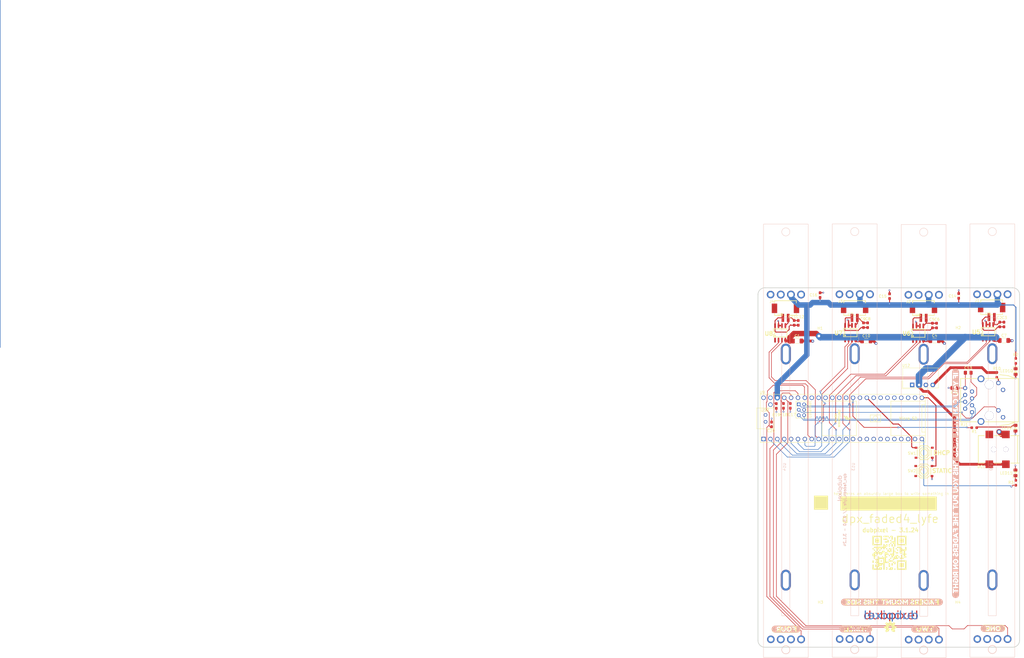
<source format=kicad_pcb>
(kicad_pcb (version 20240108) (generator "pcbnew") (generator_version "8.0")
  (title_block (title "dpx_faded4_lyfe") (date "3.1.24") (rev "0.5.0") (company "dubpixel"))
  (layers (0 "F.Cu" signal) (1 "In1.Cu" signal) (2 "In2.Cu" signal) (31 "B.Cu" signal) (34 "B.Paste" user) (35 "F.Paste" user) (36 "B.SilkS" user "B.Silkscreen") (37 "F.SilkS" user "F.Silkscreen") (38 "B.Mask" user) (39 "F.Mask" user) (44 "Edge.Cuts" user))
  (net 0 "")
  (net 1 "+3.3V")
  (net 2 "wiper_1")
  (net 3 "wiper_2")
  (net 4 "GND")
  (net 5 "wiper_4")
  (net 6 "wiper_3")
  (net 7 "mc2.U")
  (net 8 "mc2.D")
  (net 9 "mc4.D")
  (net 10 "mc3.U")
  (net 11 "mc1.D")
  (net 12 "mc4.U")
  (net 13 "mc1.U")
  (net 14 "mc3.D")
  (net 15 "motor.1-POS")
  (net 16 "motor.1-NEG")
  (net 18 "motor.2-POS")
  (net 19 "motor.2-NEG")
  (net 20 "motor.3-POS")
  (net 22 "motor.4-POS")
  (net 23 "motor.4-NEG")
  (net 28 "motor.3-NEG")
  (net 46 "Net-(C13-Pad1)")
  (net 47 "Net-(C13-Pad2)")
  (net 54 "13_SCK")
  (net 55 "Net-(LED9-A)")
  (net 56 "Net-(LED10-A)")
  (net 57 "Net-(LED11-A)")
  (net 58 "LED6")
  (net 59 "T+")
  (net 60 "T-")
  (net 61 "R+")
  (net 62 "+5v-CLEAN")
  (net 63 "R-")
  (net 81 "LLED+")
  (net 85 "+5v-DIRTY")
  (net 88 "BUTTON2")
  (net 89 "BUTTON1")
  (net 94 "RLED+")
  (footprint "DPX_LED:LED_0805_2012Metric_Pad1.15x1.40mm_HandSolder" (layer "F.Cu") (at 374.61 137.085 -90)
    (property "Reference" "LED10")
    (property "Value" "GREEN")
  )
  (footprint "Capacitor_SMD:C_0603_1608Metric_Pad1.08x0.95mm_HandSolder" (layer "F.Cu") (at 343.91 120.0975 90)
    (property "Reference" "C5")
    (property "Value" "100 NF" (hide yes))
  )
  (footprint "Resistor_SMD:R_0603_1608Metric_Pad0.98x0.95mm_HandSolder" (layer "F.Cu") (at 367.66 138.3225 90)
    (property "Reference" "R10")
    (property "Value" "680R")
  )
  (footprint "Capacitor_SMD:C_0603_1608Metric_Pad1.08x0.95mm_HandSolder" (layer "F.Cu") (at 302.46 108.8725 90)
    (property "Reference" "C16")
    (property "Value" "100 NF")
  )
  (footprint "kibuzzard-67C38062" (layer "F.Cu") (at 315.71 232.11)
    (property "Reference" "kibuzzard-67C38062" (hide yes))
    (property "Value" "G***" (hide yes))
  )
  (footprint "EasyEda-Automatic:SOP-8_L4.9-W3.9-P1.27-LS6.0-BL" (layer "F.Cu") (at 364.43 122.41)
    (property "Reference" "U5")
    (property "Value" "TC118S")
  )
  (footprint "Capacitor_SMD:C_0805_2012Metric_Pad1.18x1.45mm_HandSolder" (layer "F.Cu") (at 352.21 143.16 180)
    (property "Reference" "C21")
    (property "Value" "100 nF")
  )
  (footprint "EasyEda-Automatic:CONN-SMD_PH2.0-1X2PW" (layer "F.Cu") (at 289.7 115.5)
    (property "Reference" "J4")
    (property "Value" "motor.4")
  )
  (footprint "EasyEda-Automatic:CONN-SMD_PH2.0-1X2PW" (layer "F.Cu") (at 365.76 115.21)
    (property "Reference" "J1")
    (property "Value" "motor.1")
  )
  (footprint "Capacitor_SMD:C_1206_3216Metric_Pad1.33x1.80mm_HandSolder" (layer "F.Cu") (at 294.0225 125.81)
    (property "Reference" "C1")
    (property "Value" "4.7 uF")
  )
  (footprint "Resistor_SMD:R_0603_1608Metric_Pad0.98x0.95mm_HandSolder" (layer "F.Cu") (at 374.66 133.16 90)
    (property "Reference" "R2")
    (property "Value" "680R")
  )
  (footprint "kibuzzard-67C38056" (layer "F.Cu") (at 341.06 232.21)
    (property "Reference" "kibuzzard-67C38056" (hide yes))
    (property "Value" "G***" (hide yes))
  )
  (footprint "Capacitor_SMD:C_0603_1608Metric_Pad1.08x0.95mm_HandSolder" (layer "F.Cu") (at 318.475 119.9725 90)
    (property "Reference" "C9")
    (property "Value" "100 NF" (hide yes))
  )
  (footprint "Capacitor_SMD:C_0603_1608Metric_Pad1.08x0.95mm_HandSolder" (layer "F.Cu") (at 320.01 119.9725 90)
    (property "Reference" "C8")
    (property "Value" "100 NF")
  )
  (footprint "Capacitor_SMD:C_0603_1608Metric_Pad1.08x0.95mm_HandSolder" (layer "F.Cu") (at 292.91 119.0975 90)
    (property "Reference" "C11")
    (property "Value" "100 NF" (hide yes))
  )
  (footprint "Capacitor_SMD:C_0603_1608Metric_Pad1.08x0.95mm_HandSolder" (layer "F.Cu") (at 286.31 149.7975 -90)
    (property "Reference" "C19")
    (property "Value" "100 NF")
  )
  (footprint "Capacitor_SMD:C_0603_1608Metric_Pad1.08x0.95mm_HandSolder" (layer "F.Cu") (at 291.46 149.7475 -90)
    (property "Reference" "C17")
    (property "Value" "100 NF")
  )
  (footprint "Capacitor_SMD:C_0603_1608Metric_Pad1.08x0.95mm_HandSolder" (layer "F.Cu") (at 368.735 119.6975 90)
    (property "Reference" "C2")
    (property "Value" "100 NF" (hide yes))
  )
  (footprint "Capacitor_SMD:C_0603_1608Metric_Pad1.08x0.95mm_HandSolder" (layer "F.Cu") (at 370.31 119.71 90)
    (property "Reference" "C3")
    (property "Value" "100 NF")
  )
  (footprint "MountingHole:MountingHole_4.3mm_M4_ISO14580" (layer "F.Cu") (at 353.41 116.31)
    (property "Reference" "H2")
    (property "Value" "MountingHole_Pad_MP")
  )
  (footprint "Capacitor_SMD:C_0603_1608Metric_Pad1.08x0.95mm_HandSolder" (layer "F.Cu") (at 345.445 120.0975 90)
    (property "Reference" "C6")
    (property "Value" "100 NF")
  )
  (footprint "Capacitor_SMD:C_1206_3216Metric_Pad1.33x1.80mm_HandSolder" (layer "F.Cu") (at 319.51 125.76)
    (property "Reference" "C10")
    (property "Value" "4.7 uF")
  )
  (footprint "EasyEda-Automatic:SW-SMD_4P-L5.1-W5.1-P3.70-LS6.5-TL_H1.5" (layer "F.Cu") (at 340.76 173.81)
    (property "Reference" "SW2")
    (property "Value" "TS-1187A-B-A-B" (hide yes))
  )
  (footprint "Capacitor_SMD:C_0603_1608Metric_Pad1.08x0.95mm_HandSolder" (layer "F.Cu") (at 288.96 149.7475 -90)
    (property "Reference" "C18")
    (property "Value" "100 NF")
  )
  (footprint "EasyEda-Automatic:CONN-SMD_PH2.0-1X2PW" (layer "F.Cu") (at 340.61 115.5)
    (property "Reference" "J2")
    (property "Value" "motor.2")
  )
  (footprint "kibuzzard-67C38072" (layer "F.Cu") (at 289.91 232.26)
    (property "Reference" "kibuzzard-67C38072" (hide yes))
    (property "Value" "G***" (hide yes))
  )
  (footprint "Capacitor_SMD:C_0603_1608Metric_Pad1.08x0.95mm_HandSolder" (layer "F.Cu") (at 328.11 109.2475 90)
    (property "Reference" "C15")
    (property "Value" "100 NF")
  )
  (footprint "DPX_IC:NML0505SC" (layer "F.Cu") (at 336.4275 142.0275 90)
    (property "Reference" "U12")
    (property "Value" "NML0505SC")
  )
  (footprint "DPX_LED:LED_0805_2012Metric_Pad1.15x1.40mm_HandSolder" (layer "F.Cu") (at 374.56 174.485 90)
    (property "Reference" "LED11")
    (property "Value" "YELLO")
  )
  (footprint "Capacitor_SMD:C_0805_2012Metric_Pad1.18x1.45mm_HandSolder" (layer "F.Cu") (at 357.11 137.51 180)
    (property "Reference" "C13")
    (property "Value" "100 nF")
  )
  (footprint "MountingHole:MountingHole_4.3mm_M4_ISO14580" (layer "F.Cu") (at 302.61 226.76)
    (property "Reference" "H3")
    (property "Value" "MountingHole_Pad_MP")
  )
  (footprint "kibuzzard-67C38035" (layer "F.Cu") (at 366.31 231.86)
    (property "Reference" "kibuzzard-67C38035" (hide yes))
    (property "Value" "G***" (hide yes))
  )
  (footprint "EasyEda-Automatic:SOP-8_L4.9-W3.9-P1.27-LS6.0-BL" (layer "F.Cu") (at 287.76 122.81)
    (property "Reference" "U8")
    (property "Value" "TC118S")
  )
  (footprint "EasyEda-Automatic:RJ45-TH_J1B1211CCD" (layer "F.Cu") (at 362.97 147.64 90)
    (property "Reference" "RJ1")
    (property "Value" "J1B1211CCD")
  )
  (footprint "Capacitor_SMD:C_0603_1608Metric_Pad1.08x0.95mm_HandSolder" (layer "F.Cu") (at 294.42 119.11 90)
    (property "Reference" "C12")
    (property "Value" "100 NF")
  )
  (footprint "EasyEda-Automatic:CONN-SMD_PH2.0-1X2PW" (layer "F.Cu") (at 315.21 115.5)
    (property "Reference" "J3")
    (property "Value" "motor.3")
  )
  (footprint "EasyEda-Automatic:SW-SMD_4P-L5.1-W5.1-P3.70-LS6.5-TL_H1.5" (layer "F.Cu") (at 340.86 167.06)
    (property "Reference" "SW1")
    (property "Value" "TS-1187A-B-A-B" (hide yes))
  )
  (footprint "Capacitor_SMD:C_0603_1608Metric_Pad1.08x0.95mm_HandSolder" (layer "F.Cu") (at 353.61 109.1475 90)
    (property "Reference" "C14")
    (property "Value" "100 NF")
  )
  (footprint "Resistor_SMD:R_0603_1608Metric_Pad0.98x0.95mm_HandSolder" (layer "F.Cu") (at 359.3475 157.81 180)
    (property "Reference" "R1")
    (property "Value" "680R")
  )
  (footprint "kibuzzard-67C38A3C" (layer "F.Cu") (at 328.96 222.26)
    (property "Reference" "kibuzzard-67C38A3C" (hide yes))
    (property "Value" "G***" (hide yes))
  )
  (footprint "Capacitor_SMD:C_1206_3216Metric_Pad1.33x1.80mm_HandSolder" (layer "F.Cu") (at 370.31 125.61)
    (property "Reference" "C7")
    (property "Value" "4.7 uF")
  )
  (footprint "DPX_LIBRARY:OSHW-LogoNT_7.3x6mm_Silk" (layer "F.Cu") (at 328.36 231.61)
    (property "Reference" "SYM1" (hide yes))
    (property "Value" "Logo_Open_Hardware_Small" (hide yes))
  )
  (footprint "EasyEda-Automatic:DC-IN-TH_DC-005-5A-2.0-SMT" (layer "F.Cu") (at 367.96 165.81 180)
    (property "Reference" "DC1")
    (property "Value" "DC-005-5A-2.0-SMT")
  )
  (footprint "MountingHole:MountingHole_4.3mm_M4_ISO14580" (layer "F.Cu") (at 302.51 116.26)
    (property "Reference" "H1")
    (property "Value" "MountingHole_Pad_MP")
  )
  (footprint "DPX_LED:LED_0805_2012Metric_Pad1.15x1.40mm_HandSolder" (layer "F.Cu") (at 374.56 157.985 -90)
    (property "Reference" "LED9")
    (property "Value" "RED")
  )
  (footprint "Capacitor_SMD:C_1206_3216Metric_Pad1.33x1.80mm_HandSolder" (layer "F.Cu") (at 344.7225 125.66)
    (property "Reference" "C4")
    (property "Value" "4.7 uF")
  )
  (footprint "Resistor_SMD:R_0603_1608Metric_Pad0.98x0.95mm_HandSolder" (layer "F.Cu") (at 374.684343 178.154243 -90)
    (property "Reference" "R3")
    (property "Value" "680R")
  )
  (footprint "EasyEda-Automatic:SOP-8_L4.9-W3.9-P1.27-LS6.0-BL" (layer "F.Cu") (at 338.66 122.93)
    (property "Reference" "U6")
    (property "Value" "TC118S")
  )
  (footprint "MountingHole:MountingHole_4.3mm_M4_ISO14580" (layer "F.Cu") (at 353.31 226.76)
    (property "Reference" "H4")
    (property "Value" "MountingHole_Pad_MP")
  )
  (footprint "EasyEda-Automatic:SOP-8_L4.9-W3.9-P1.27-LS6.0-BL" (layer "F.Cu") (at 313.61 122.71)
    (property "Reference" "U7")
    (property "Value" "TC118S")
  )
  (footprint "DPX_IC:Teensy41_less_pins" (layer "F.Cu") (at 310.82 154.38)
    (property "Reference" "U9")
    (property "Value" "Teensy4.1")
  )
  (footprint "Capacitor_SMD:C_0603_1608Metric_Pad1.08x0.95mm_HandSolder" (layer "F.Cu") (at 284.56 156.5975 90)
    (property "Reference" "C20")
    (property "Value" "100 NF")
  )
  (footprint "DPX_CONTROL:Fader_behringerx32_b10k_100mm" (layer "B.Cu") (at 289.835 172.31 -90)
    (property "Reference" "U14")
    (property "Value" "~")
  )
  (footprint "kibuzzard-67C3BB4B" (layer "B.Cu") (at 352.46 178.36 -90)
    (property "Reference" "kibuzzard-67C3BB4B" (hide yes))
    (property "Value" "G***" (hide yes))
  )
  (footprint "kibuzzard-67C38056" (layer "B.Cu") (at 341.01 232.16 180)
    (property "Reference" "kibuzzard-67C38056" (hide yes))
    (property "Value" "G***" (hide yes))
  )
  (footprint "kibuzzard-67C38B05" (layer "B.Cu") (at 328.973829 222.199914 180)
    (property "Reference" "kibuzzard-67C38B05" (hide yes))
    (property "Value" "G***" (hide yes))
  )
  (footprint "DPX_CONTROL:Fader_behringerx32_b10k_100mm" (layer "B.Cu") (at 340.68 172.41 -90)
    (property "Reference" "U11")
    (property "Value" "~")
  )
  (footprint "kibuzzard-67C38072" (layer "B.Cu") (at 289.91 232.16 180)
    (property "Reference" "kibuzzard-67C38072" (hide yes))
    (property "Value" "G***" (hide yes))
  )
  (footprint "kibuzzard-67C38062" (layer "B.Cu") (at 315.61 232.16 180)
    (property "Reference" "kibuzzard-67C38062" (hide yes))
    (property "Value" "G***" (hide yes))
  )
  (footprint "kibuzzard-67C38035" (layer "B.Cu") (at 366.16 231.96 180)
    (property "Reference" "kibuzzard-67C38035" (hide yes))
    (property "Value" "G***" (hide yes))
  )
  (footprint "DPX_CONTROL:Fader_behringerx32_b10k_100mm" (layer "B.Cu") (at 366.01 172.21 -90)
    (property "Reference" "U10")
    (property "Value" "~")
  )
  (footprint "DPX_CONTROL:Fader_behringerx32_b10k_100mm" (layer "B.Cu") (at 315.235 172.21 -90)
    (property "Reference" "U13")
    (property "Value" "~")
  )
  (gr_line (start 374.61 134.06) (end 374.61 136.06) (stroke (width 0.2)) (layer "F.Cu") (net 56))
  (gr_line (start 0 0) (end 0 128.2) (stroke (width 0.2)) (layer "B.Cu"))
  (gr_poly (pts (xy 330.816822 210.300686) (xy 334.33578 210.300686) (xy 334.33578 209.797977) (xy 333.833072 209.797977) (xy 331.31953 209.797977) (xy 331.31953 207.284436) (xy 333.833072 207.284436) (xy 333.833072 209.797977) (xy 334.33578 209.797977) (xy 334.33578 206.781728) (xy 330.816822 206.781728)) (stroke (width -0.000001)) (fill solid) (layer "F.SilkS"))
  (gr_poly (pts (xy 330.816822 201.251936) (xy 332.515712 201.251936) (xy 334.33578 201.251936) (xy 334.33578 200.749228) (xy 333.833072 200.749228) (xy 332.484755 200.749228) (xy 331.31953 200.749228) (xy 331.31953 198.235686) (xy 333.833072 198.235686) (xy 333.833072 200.749228) (xy 334.33578 200.749228) (xy 334.33578 197.732978) (xy 330.816822 197.732978)) (stroke (width -0.000001)) (fill solid) (layer "F.SilkS"))
  (gr_poly (pts (xy 328.033068 198.232728) (xy 328.00547 198.235657) (xy 327.979541 198.241177) (xy 327.955295 198.249112) (xy 327.932743 198.259285) (xy 327.9119 198.271521) (xy 327.892778 198.285643) (xy 327.87539 198.301476) (xy 327.85975 198.318844) (xy 327.845869 198.337571) (xy 327.833763 198.357481) (xy 327.823442 198.378398) (xy 327.814921 198.400145) (xy 327.808212 198.422548) (xy 327.803329 198.44543) (xy 327.800284 198.468615) (xy 327.799091 198.491926) (xy 327.799763 198.515189) (xy 327.802312 198.538228) (xy 327.806751 198.560865) (xy 327.813095 198.582926) (xy 327.821355 198.604234) (xy 327.831544 198.624614) (xy 327.843677 198.643889) (xy 327.857765 198.661883) (xy 327.873822 198.678421) (xy 327.891861 198.693326) (xy 327.911895 198.706423) (xy 327.933937 198.717536) (xy 327.957999 198.726488) (xy 327.99218 198.735508) (xy 328.024708 198.740924) (xy 328.055562 198.742941) (xy 328.084721 198.741764) (xy 328.112163 198.737597) (xy 328.137867 198.730643) (xy 328.161811 198.721108) (xy 328.183974 198.709195) (xy 328.204335 198.695109) (xy 328.222871 198.679055) (xy 328.239562 198.661235) (xy 328.254386 198.641856) (xy 328.267321 198.621121) (xy 328.278347 198.599234) (xy 328.287441 198.5764) (xy 328.294583 198.552822) (xy 328.29975 198.528706) (xy 328.302921 198.504256) (xy 328.304075 198.479675) (xy 328.30319 198.455169) (xy 328.300245 198.430941) (xy 328.295219 198.407196) (xy 328.28809 198.384138) (xy 328.278836 198.361971) (xy 328.267436 198.3409) (xy 328.253868 198.321129) (xy 328.238112 198.302862) (xy 328.220145 198.286304) (xy 328.199947 198.271658) (xy 328.177495 198.25913) (xy 328.152768 198.248923) (xy 328.125745 198.241242) (xy 328.093219 198.235344) (xy 328.062322 198.232565)) (stroke (width -0.000001)) (fill solid) (layer "F.SilkS"))
  (gr_poly (pts (xy 328.740147 197.720177) (xy 328.678129 197.724114) (xy 328.617221 197.730594) (xy 328.55863 197.739911) (xy 328.503565 197.752359) (xy 328.453233 197.768234) (xy 328.430219 197.777548) (xy 328.408842 197.787829) (xy 328.389251 197.799114) (xy 328.371599 197.811439) (xy 328.356035 197.824842) (xy 328.342712 197.83936) (xy 328.331779 197.855028) (xy 328.323389 197.871884) (xy 328.31257 197.901444) (xy 328.304545 197.929661) (xy 328.299203 197.956553) (xy 328.296431 197.982135) (xy 328.296115 198.006425) (xy 328.298145 198.02944) (xy 328.302408 198.051196) (xy 328.308791 198.071711) (xy 328.317182 198.091001) (xy 328.327469 198.109083) (xy 328.339539 198.125974) (xy 328.35328 198.141691) (xy 328.368579 198.156251) (xy 328.385325 198.16967) (xy 328.403405 198.181966) (xy 328.422707 198.193154) (xy 328.443117 198.203254) (xy 328.464525 198.21228) (xy 328.486817 198.22025) (xy 328.509881 198.22718) (xy 328.533605 198.233089) (xy 328.557877 198.237991) (xy 328.582583 198.241905) (xy 328.607613 198.244847) (xy 328.632853 198.246835) (xy 328.658191 198.247884) (xy 328.683515 198.248011) (xy 328.708712 198.247235) (xy 328.733671 198.245571) (xy 328.758278 198.243036) (xy 328.782421 198.239647) (xy 328.805989 198.235422) (xy 328.805989 199.069124) (xy 328.806481 199.07683) (xy 328.807925 199.08456) (xy 328.810275 199.092296) (xy 328.813481 199.100021) (xy 328.817498 199.107718) (xy 328.822277 199.11537) (xy 328.82777 199.12296) (xy 328.833931 199.13047) (xy 328.840712 199.137883) (xy 328.848065 199.145183) (xy 328.855942 199.152353) (xy 328.864297 199.159374) (xy 328.873081 199.16623) (xy 328.882247 199.172905) (xy 328.901536 199.18564) (xy 328.921783 199.197441) (xy 328.942608 199.208172) (xy 328.963631 199.217696) (xy 328.984471 199.225877) (xy 329.004748 199.232577) (xy 329.024082 199.23766) (xy 329.033277 199.239552) (xy 329.042093 199.240988) (xy 329.050484 199.241952) (xy 329.058401 199.242426) (xy 329.074539 199.242481) (xy 329.090019 199.241768) (xy 329.104854 199.240306) (xy 329.119056 199.238117) (xy 329.132637 199.23522) (xy 329.145611 199.231637) (xy 329.157988 199.227387) (xy 329.169782 199.222491) (xy 329.181005 199.21697) (xy 329.191669 199.210843) (xy 329.201786 199.204132) (xy 329.211368 199.196856) (xy 329.220429 199.189037) (xy 329.22898 199.180695) (xy 329.237033 199.171849) (xy 329.244602 199.162522) (xy 329.251697 199.152732) (xy 329.258332 199.1425) (xy 329.264519 199.131848) (xy 329.270269 199.120795) (xy 329.275596 199.109362) (xy 329.280512 199.097569) (xy 329.289159 199.072985) (xy 329.296308 199.047208) (xy 329.302059 199.0204) (xy 329.306508 198.992726) (xy 329.309755 198.964349) (xy 329.317222 198.862105) (xy 329.322555 198.742405) (xy 329.325754 198.611059) (xy 329.326821 198.473877) (xy 329.325754 198.336671) (xy 329.322555 198.205251) (xy 329.317222 198.085427) (xy 329.309755 197.983009) (xy 329.306961 197.958614) (xy 329.303102 197.935348) (xy 329.29812 197.913231) (xy 329.291954 197.892282) (xy 329.284544 197.87252) (xy 329.275832 197.853966) (xy 329.270968 197.845147) (xy 329.265756 197.836638) (xy 329.260189 197.828439) (xy 329.254259 197.820555) (xy 329.247958 197.812987) (xy 329.241279 197.805737) (xy 329.234215 197.798809) (xy 329.226758 197.792204) (xy 329.2189 197.785925) (xy 329.210635 197.779975) (xy 329.201954 197.774355) (xy 329.192851 197.769069) (xy 329.183317 197.764118) (xy 329.173346 197.759505) (xy 329.162929 197.755233) (xy 329.15206 197.751303) (xy 329.140731 197.747719) (xy 329.128935 197.744483) (xy 329.116663 197.741597) (xy 329.103909 197.739063) (xy 329.067936 197.733451) (xy 329.024619 197.728319) (xy 328.975166 197.723962) (xy 328.920785 197.720675) (xy 328.862683 197.718752) (xy 328.802067 197.718488)) (stroke (width -0.000001)) (fill solid) (layer "F.SilkS"))
  (gr_poly (pts (xy 332.550108 204.768778) (xy 332.541593 204.769475) (xy 332.532841 204.770757) (xy 332.523885 204.772601) (xy 332.514757 204.774985) (xy 332.49612 204.781282) (xy 332.477198 204.789465) (xy 332.458258 204.799353) (xy 332.439565 204.810766) (xy 332.421388 204.823521) (xy 332.403991 204.837437) (xy 332.387643 204.852333) (xy 332.372609 204.868027) (xy 332.359157 204.884339) (xy 332.353107 204.892669) (xy 332.347552 204.901086) (xy 332.342527 204.909566) (xy 332.338063 204.918087) (xy 332.334194 204.926626) (xy 332.330954 204.935161) (xy 332.328376 204.943669) (xy 332.326493 204.952127) (xy 332.325339 204.960512) (xy 332.324947 204.968803) (xy 332.324947 205.776311) (xy 332.289262 205.776367) (xy 332.252505 205.775497) (xy 332.17726 205.773074) (xy 332.139517 205.77257) (xy 332.102189 205.773237) (xy 332.065648 205.775599) (xy 332.030267 205.78018) (xy 331.996418 205.787506) (xy 331.980184 205.792362) (xy 331.964473 205.7981) (xy 331.94933 205.804787) (xy 331.934803 205.812487) (xy 331.920938 205.821267) (xy 331.907782 205.831191) (xy 331.89538 205.842326) (xy 331.88378 205.854737) (xy 331.873028 205.868489) (xy 331.863171 205.883648) (xy 331.854254 205.90028) (xy 331.846325 205.91845) (xy 331.83943 205.938224) (xy 331.833616 205.959667) (xy 331.829495 205.978831) (xy 331.82635 205.997336) (xy 331.824161 206.015188) (xy 331.822913 206.032393) (xy 331.822587 206.04896) (xy 331.823167 206.064894) (xy 331.824634 206.080203) (xy 331.826972 206.094894) (xy 331.830163 206.108973) (xy 331.83419 206.122447) (xy 331.839035 206.135323) (xy 331.84468 206.147609) (xy 331.851109 206.15931) (xy 331.858305 206.170434) (xy 331.866249 206.180988) (xy 331.874924 206.190979) (xy 331.884313 206.200413) (xy 331.894399 206.209297) (xy 331.905164 206.217638) (xy 331.91659 206.225444) (xy 331.928661 206.23272) (xy 331.941359 206.239475) (xy 331.954666 206.245714) (xy 331.968566 206.251444) (xy 331.98304 206.256673) (xy 331.998072 206.261408) (xy 332.029738 206.269421) (xy 332.063424 206.275537) (xy 332.098993 206.279813) (xy 332.201313 206.287279) (xy 332.321049 206.292612) (xy 332.452399 206.295811) (xy 332.589563 206.296878) (xy 332.72674 206.295811) (xy 332.858128 206.292612) (xy 332.977926 206.287279) (xy 333.080332 206.279813) (xy 333.107657 206.276434) (xy 333.133727 206.271449) (xy 333.158481 206.264846) (xy 333.170344 206.260934) (xy 333.181854 206.256612) (xy 333.193003 206.25188) (xy 333.203784 206.246735) (xy 333.214188 206.241176) (xy 333.224207 206.235202) (xy 333.233834 206.22881) (xy 333.243061 206.222) (xy 333.25188 206.21477) (xy 333.260282 206.207119) (xy 333.268261 206.199044) (xy 333.275807 206.190544) (xy 333.282914 206.181618) (xy 333.289573 206.172264) (xy 333.295776 206.162481) (xy 333.301516 206.152266) (xy 333.306785 206.141619) (xy 333.311574 206.130538) (xy 333.315876 206.119022) (xy 333.319683 206.107068) (xy 333.322987 206.094675) (xy 333.325781 206.081843) (xy 333.328055 206.068568) (xy 333.329803 206.05485) (xy 333.331016 206.040687) (xy 333.331687 206.026077) (xy 333.331435 206.00114) (xy 333.329395 205.977836) (xy 333.325644 205.956113) (xy 333.320263 205.935918) (xy 333.313328 205.917198) (xy 333.30492 205.899899) (xy 333.295118 205.88397) (xy 333.284 205.869357) (xy 333.271645 205.856007) (xy 333.258132 205.843867) (xy 333.24354 205.832884) (xy 333.227949 205.823006) (xy 333.211436 205.814179) (xy 333.194081 205.80635) (xy 333.175963 205.799467) (xy 333.157161 205.793476) (xy 333.137753 205.788324) (xy 333.117819 205.783959) (xy 333.097437 205.780328) (xy 333.076687 205.777377) (xy 333.034396 205.773306) (xy 332.991577 205.771321) (xy 332.948863 205.771) (xy 332.906883 205.771919) (xy 332.827655 205.775782) (xy 332.827655 204.942345) (xy 332.827113 204.93378) (xy 332.825521 204.925263) (xy 332.822932 204.916807) (xy 332.819397 204.908429) (xy 332.814971 204.900145) (xy 332.809705 204.89197) (xy 332.803652 204.883919) (xy 332.796864 204.876009) (xy 332.789395 204.868254) (xy 332.781295 204.860671) (xy 332.772619 204.853274) (xy 332.763417 204.846081) (xy 332.753744 204.839105) (xy 332.743651 204.832364) (xy 332.733192 204.825871) (xy 332.722417 204.819644) (xy 332.700135 204.808047) (xy 332.677225 204.797697) (xy 332.654108 204.788719) (xy 332.631202 204.781238) (xy 332.608929 204.775379) (xy 332.598162 204.773096) (xy 332.587709 204.771266) (xy 332.577625 204.769903) (xy 332.567962 204.769024) (xy 332.558772 204.768644)) (stroke (width -0.000001)) (fill solid) (layer "F.SilkS"))
  (gr_poly (pts (xy 325.016818 206.778769) (xy 324.98922 206.781698) (xy 324.963291 206.787218) (xy 324.939045 206.795153) (xy 324.916493 206.805326) (xy 324.89565 206.817562) (xy 324.876528 206.831684) (xy 324.85914 206.847517) (xy 324.8435 206.864885) (xy 324.829619 206.883612) (xy 324.817513 206.903522) (xy 324.807192 206.924439) (xy 324.798671 206.946186) (xy 324.791962 206.968589) (xy 324.787079 206.991471) (xy 324.784034 207.014655) (xy 324.782841 207.037967) (xy 324.783513 207.06123) (xy 324.786062 207.084269) (xy 324.790501 207.106906) (xy 324.796844 207.128967) (xy 324.805104 207.150275) (xy 324.815294 207.170654) (xy 324.827427 207.189929) (xy 324.841515 207.207924) (xy 324.857572 207.224462) (xy 324.875611 207.239367) (xy 324.895645 207.252464) (xy 324.917687 207.263577) (xy 324.94175 207.272529) (xy 324.97593 207.281548) (xy 325.008458 207.286965) (xy 325.039312 207.288982) (xy 325.068471 207.287805) (xy 325.095913 207.283638) (xy 325.121617 207.276684) (xy 325.145561 207.267149) (xy 325.167724 207.255236) (xy 325.188085 207.24115) (xy 325.206621 207.225096) (xy 325.223312 207.207277) (xy 325.238136 207.187897) (xy 325.251072 207.167162) (xy 325.262097 207.145275) (xy 325.271191 207.122441) (xy 325.278333 207.098863) (xy 325.2835 207.074747) (xy 325.286671 207.050297) (xy 325.287825 207.025716) (xy 325.28694 207.00121) (xy 325.283996 206.976982) (xy 325.278969 206.953237) (xy 325.27184 206.930179) (xy 325.262586 206.908012) (xy 325.251186 206.886941) (xy 325.237619 206.86717) (xy 325.221862 206.848903) (xy 325.203895 206.832345) (xy 325.183697 206.817699) (xy 325.161245 206.805171) (xy 325.136518 206.794964) (xy 325.109496 206.787283) (xy 325.076969 206.781385) (xy 325.046072 206.778606)) (stroke (width -0.000001)) (fill solid) (layer "F.SilkS"))
  (gr_poly (pts (xy 328.535776 199.238144) (xy 328.508178 199.241074) (xy 328.482249 199.246594) (xy 328.458003 199.254528) (xy 328.435451 199.264701) (xy 328.414608 199.276937) (xy 328.395486 199.29106) (xy 328.378098 199.306893) (xy 328.362458 199.324261) (xy 328.348578 199.342988) (xy 328.336471 199.362898) (xy 328.32615 199.383815) (xy 328.317629 199.405562) (xy 328.31092 199.427965) (xy 328.306037 199.450846) (xy 328.302993 199.474031) (xy 328.301799 199.497343) (xy 328.302471 199.520606) (xy 328.30502 199.543644) (xy 328.30946 199.566282) (xy 328.315803 199.588343) (xy 328.324063 199.609651) (xy 328.334253 199.63003) (xy 328.346385 199.649305) (xy 328.360473 199.6673) (xy 328.37653 199.683838) (xy 328.394569 199.698743) (xy 328.414603 199.71184) (xy 328.436645 199.722953) (xy 328.460708 199.731905) (xy 328.494888 199.740925) (xy 328.527416 199.746341) (xy 328.55827 199.748358) (xy 328.587429 199.747181) (xy 328.614871 199.743013) (xy 328.640575 199.73606) (xy 328.66452 199.726525) (xy 328.686683 199.714612) (xy 328.707043 199.700526) (xy 328.72558 199.684471) (xy 328.742271 199.666652) (xy 328.757094 199.647273) (xy 328.77003 199.626538) (xy 328.781055 199.604651) (xy 328.79015 199.581816) (xy 328.797291 199.558239) (xy 328.802458 199.534123) (xy 328.805629 199.509673) (xy 328.806783 199.485092) (xy 328.805899 199.460586) (xy 328.802954 199.436358) (xy 328.797927 199.412613) (xy 328.790798 199.389554) (xy 328.781544 199.367388) (xy 328.770144 199.346317) (xy 328.756577 199.326546) (xy 328.74082 199.308279) (xy 328.722853 199.291721) (xy 328.702655 199.277075) (xy 328.680203 199.264547) (xy 328.655476 199.25434) (xy 328.628453 199.246659) (xy 328.595927 199.240761) (xy 328.56503 199.237982)) (stroke (width -0.000001)) (fill solid) (layer "F.SilkS"))
  (gr_poly (pts (xy 328.017179 200.751146) (xy 327.997891 200.753372) (xy 327.979115 200.756946) (xy 327.960913 200.761903) (xy 327.943348 200.768278) (xy 327.92648 200.776103) (xy 327.910372 200.785414) (xy 327.902621 200.790637) (xy 327.895084 200.796243) (xy 327.887767 200.802239) (xy 327.880679 200.808627) (xy 327.873826 200.815412) (xy 327.867218 200.822597) (xy 327.860861 200.830189) (xy 327.854763 200.83819) (xy 327.848931 200.846605) (xy 327.843375 200.855438) (xy 327.838101 200.864693) (xy 327.833116 200.874376) (xy 327.824553 200.897396) (xy 327.8171 200.928228) (xy 327.810727 200.965785) (xy 327.805401 201.008978) (xy 327.801092 201.056722) (xy 327.797769 201.107929) (xy 327.793957 201.216383) (xy 327.793718 201.325643) (xy 327.796802 201.427012) (xy 327.802961 201.511793) (xy 327.807117 201.545245) (xy 327.811949 201.571288) (xy 327.818066 201.593024) (xy 327.825732 201.61334) (xy 327.834849 201.632248) (xy 327.845317 201.649759) (xy 327.857037 201.665883) (xy 327.869909 201.680629) (xy 327.883834 201.69401) (xy 327.898712 201.706036) (xy 327.914444 201.716716) (xy 327.93093 201.726063) (xy 327.948071 201.734085) (xy 327.965768 201.740794) (xy 327.98392 201.746201) (xy 328.002429 201.750316) (xy 328.021195 201.753149) (xy 328.040119 201.754711) (xy 328.059101 201.755013) (xy 328.078042 201.754065) (xy 328.096841 201.751877) (xy 328.115401 201.748461) (xy 328.133621 201.743827) (xy 328.151401 201.737985) (xy 328.168643 201.730946) (xy 328.185247 201.722721) (xy 328.201113 201.71332) (xy 328.216143 201.702753) (xy 328.230236 201.691032) (xy 328.243293 201.678167) (xy 328.255214 201.664167) (xy 328.265901 201.649045) (xy 328.275253 201.63281) (xy 328.283172 201.615474) (xy 328.288797 201.595647) (xy 328.29377 201.566868) (xy 328.298096 201.530392) (xy 328.30178 201.487473) (xy 328.30724 201.387329) (xy 328.310192 201.276476) (xy 328.310677 201.164953) (xy 328.308733 201.0628) (xy 328.304402 200.980057) (xy 328.301354 200.949102) (xy 328.297724 200.926763) (xy 328.295562 200.918047) (xy 328.293004 200.909513) (xy 328.290064 200.901164) (xy 328.286754 200.893003) (xy 328.283088 200.885035) (xy 328.279079 200.877262) (xy 328.274742 200.869688) (xy 328.270088 200.862317) (xy 328.265131 200.855151) (xy 328.259885 200.848194) (xy 328.254363 200.84145) (xy 328.248578 200.834922) (xy 328.242544 200.828614) (xy 328.236274 200.822529) (xy 328.223079 200.811041) (xy 328.209099 200.800487) (xy 328.194441 200.790893) (xy 328.179212 200.782288) (xy 328.163518 200.774698) (xy 328.147467 200.768152) (xy 328.131163 200.762677) (xy 328.114715 200.7583) (xy 328.098228 200.755049) (xy 328.077505 200.75222) (xy 328.057048 200.750604) (xy 328.036919 200.750235)) (stroke (width -0.000001)) (fill solid) (layer "F.SilkS"))
  (gr_rect (start 300.31 183.01) (end 305.31 188.01) (stroke (width 0.2)) (fill solid) (layer "F.SilkS"))
  (gr_poly (pts (xy 321.984679 206.783645) (xy 321.965391 206.785871) (xy 321.946615 206.789446) (xy 321.928413 206.794403) (xy 321.910848 206.800777) (xy 321.89398 206.808603) (xy 321.877872 206.817913) (xy 321.870121 206.823136) (xy 321.862584 206.828743) (xy 321.855267 206.834738) (xy 321.848179 206.841126) (xy 321.841327 206.847911) (xy 321.834718 206.855097) (xy 321.828361 206.862688) (xy 321.822263 206.870689) (xy 321.816432 206.879104) (xy 321.810875 206.887938) (xy 321.805601 206.897193) (xy 321.800616 206.906876) (xy 321.792586 206.929126) (xy 321.785459 206.960312) (xy 321.779236 206.999173) (xy 321.773915 207.044451) (xy 321.765972 207.149214) (xy 321.761624 207.264526) (xy 321.76086 207.380309) (xy 321.76367 207.486487) (xy 321.766413 207.532824) (xy 321.770046 207.572982) (xy 321.774569 207.605699) (xy 321.779979 207.629717) (xy 321.785254 207.644713) (xy 321.791707 207.659031) (xy 321.799274 207.672661) (xy 321.807887 207.685587) (xy 321.817482 207.697798) (xy 321.827991 207.70928) (xy 321.83935 207.720021) (xy 321.851491 207.730007) (xy 321.864349 207.739225) (xy 321.877859 207.747662) (xy 321.891953 207.755305) (xy 321.906567 207.762142) (xy 321.921633 207.768158) (xy 321.937087 207.773342) (xy 321.952862 207.77768) (xy 321.968892 207.781158) (xy 321.985111 207.783765) (xy 322.001453 207.785486) (xy 322.017852 207.78631) (xy 322.034243 207.786222) (xy 322.050558 207.78521) (xy 322.066733 207.783261) (xy 322.082701 207.780362) (xy 322.098397 207.776499) (xy 322.113753 207.77166) (xy 322.128705 207.765832) (xy 322.143186 207.759002) (xy 322.157131 207.751156) (xy 322.170473 207.742281) (xy 322.183146 207.732366) (xy 322.195085 207.721395) (xy 322.206222 207.709357) (xy 322.213877 207.698867) (xy 322.22107 207.686051) (xy 322.234108 207.654034) (xy 322.245405 207.614499) (xy 322.25503 207.56864) (xy 322.263051 207.51765) (xy 322.269539 207.462721) (xy 322.274562 207.405047) (xy 322.278189 207.34582) (xy 322.28153 207.22748) (xy 322.280115 207.117245) (xy 322.277797 207.068149) (xy 322.274496 207.024658) (xy 322.270282 206.987965) (xy 322.265224 206.959264) (xy 322.263132 206.950943) (xy 322.260635 206.942755) (xy 322.257747 206.934703) (xy 322.254482 206.926795) (xy 322.250853 206.919036) (xy 322.246875 206.911433) (xy 322.24256 206.90399) (xy 322.237923 206.896714) (xy 322.232977 206.889611) (xy 322.227737 206.882687) (xy 322.222216 206.875948) (xy 322.216428 206.869399) (xy 322.204104 206.856897) (xy 322.190877 206.845228) (xy 322.176856 206.834439) (xy 322.162151 206.824579) (xy 322.146872 206.815693) (xy 322.13113 206.80783) (xy 322.115035 206.801037) (xy 322.098696 206.795361) (xy 322.082224 206.790849) (xy 322.065729 206.787549) (xy 322.065729 206.787548) (xy 322.045005 206.78472) (xy 322.024548 206.783104) (xy 322.004419 206.782734)) (stroke (width -0.000001)) (fill solid) (layer "F.SilkS"))
  (gr_poly (pts (xy 328.033068 204.767936) (xy 328.00547 204.770865) (xy 327.979541 204.776385) (xy 327.955295 204.78432) (xy 327.932743 204.794493) (xy 327.9119 204.806729) (xy 327.892778 204.820851) (xy 327.87539 204.836684) (xy 327.85975 204.854052) (xy 327.845869 204.872779) (xy 327.833763 204.892689) (xy 327.823442 204.913606) (xy 327.814921 204.935353) (xy 327.808212 204.957756) (xy 327.803329 204.980638) (xy 327.800284 205.003822) (xy 327.799091 205.027134) (xy 327.799763 205.050397) (xy 327.802312 205.073436) (xy 327.806751 205.096073) (xy 327.813095 205.118134) (xy 327.821355 205.139442) (xy 327.831544 205.159821) (xy 327.843677 205.179096) (xy 327.857765 205.197091) (xy 327.873822 205.213629) (xy 327.891861 205.228534) (xy 327.911895 205.241631) (xy 327.933937 205.252744) (xy 327.957999 205.261696) (xy 327.99218 205.270715) (xy 328.024708 205.276132) (xy 328.055562 205.278149) (xy 328.084721 205.276972) (xy 328.112163 205.272804) (xy 328.137867 205.265851) (xy 328.161811 205.256316) (xy 328.183974 205.244403) (xy 328.204335 205.230317) (xy 328.222871 205.214262) (xy 328.239562 205.196443) (xy 328.254386 205.177064) (xy 328.267321 205.156329) (xy 328.278347 205.134442) (xy 328.287441 205.111607) (xy 328.294583 205.08803) (xy 328.29975 205.063914) (xy 328.302921 205.039464) (xy 328.304075 205.014883) (xy 328.30319 204.990377) (xy 328.300245 204.966149) (xy 328.295219 204.942404) (xy 328.28809 204.919345) (xy 328.278836 204.897179) (xy 328.267436 204.876108) (xy 328.253868 204.856337) (xy 328.238112 204.83807) (xy 328.220145 204.821512) (xy 328.199947 204.806866) (xy 328.177495 204.794338) (xy 328.152768 204.784131) (xy 328.125745 204.77645) (xy 328.093219 204.770552) (xy 328.062322 204.767773)) (stroke (width -0.000001)) (fill solid) (layer "F.SilkS"))
  (gr_poly (pts (xy 330.043901 209.795019) (xy 330.016303 209.797948) (xy 329.990374 209.803468) (xy 329.966128 209.811402) (xy 329.943576 209.821576) (xy 329.922733 209.833811) (xy 329.903611 209.847934) (xy 329.886223 209.863767) (xy 329.870583 209.881135) (xy 329.856702 209.899862) (xy 329.844596 209.919772) (xy 329.834275 209.940689) (xy 329.825754 209.962436) (xy 329.819045 209.984839) (xy 329.814162 210.00772) (xy 329.811118 210.030905) (xy 329.809924 210.054217) (xy 329.810596 210.07748) (xy 329.813145 210.100518) (xy 329.817584 210.123156) (xy 329.823928 210.145217) (xy 329.832188 210.166525) (xy 329.842378 210.186904) (xy 329.85451 210.206179) (xy 329.868598 210.224174) (xy 329.884655 210.240711) (xy 329.902694 210.255617) (xy 329.922728 210.268714) (xy 329.94477 210.279826) (xy 329.968833 210.288779) (xy 330.003013 210.297798) (xy 330.035541 210.303215) (xy 330.066395 210.305232) (xy 330.095554 210.304055) (xy 330.122996 210.299888) (xy 330.1487 210.292934) (xy 330.172645 210.283399) (xy 330.194808 210.271486) (xy 330.215168 210.2574) (xy 330.233705 210.241346) (xy 330.250395 210.223526) (xy 330.265219 210.204147) (xy 330.278155 210.183412) (xy 330.28918 210.161525) (xy 330.298275 210.13869) (xy 330.305416 210.115113) (xy 330.310583 210.090997) (xy 330.313754 210.066547) (xy 330.314908 210.041966) (xy 330.314024 210.01746) (xy 330.311079 209.993232) (xy 330.306052 209.969487) (xy 330.298923 209.946428) (xy 330.289669 209.924262) (xy 330.278269 209.903191) (xy 330.264701 209.88342) (xy 330.248945 209.865153) (xy 330.230978 209.848594) (xy 330.21078 209.833949) (xy 330.188328 209.821421) (xy 330.163601 209.811214) (xy 330.136578 209.803533) (xy 330.104051 209.797635) (xy 330.073155 209.794856)) (stroke (width -0.000001)) (fill solid) (layer "F.SilkS"))
  (gr_poly (pts (xy 327.027651 202.254394) (xy 327.000053 202.257323) (xy 326.974124 202.262843) (xy 326.949878 202.270778) (xy 326.927326 202.280951) (xy 326.906483 202.293187) (xy 326.887361 202.307309) (xy 326.869973 202.323143) (xy 326.854333 202.340511) (xy 326.840453 202.359238) (xy 326.828346 202.379148) (xy 326.818025 202.400064) (xy 326.809504 202.421812) (xy 326.802796 202.444214) (xy 326.797912 202.467096) (xy 326.794868 202.490281) (xy 326.793675 202.513593) (xy 326.794346 202.536856) (xy 326.796895 202.559894) (xy 326.801335 202.582532) (xy 326.807678 202.604592) (xy 326.815938 202.625901) (xy 326.826128 202.64628) (xy 326.83826 202.665555) (xy 326.852349 202.683549) (xy 326.868406 202.700087) (xy 326.886445 202.714993) (xy 326.906479 202.72809) (xy 326.928521 202.739202) (xy 326.952583 202.748154) (xy 326.986764 202.757174) (xy 327.019292 202.76259) (xy 327.050146 202.764608) (xy 327.079304 202.76343) (xy 327.106747 202.759263) (xy 327.13245 202.752309) (xy 327.156395 202.742774) (xy 327.178558 202.730861) (xy 327.198918 202.716776) (xy 327.217454 202.700721) (xy 327.234145 202.682902) (xy 327.248969 202.663522) (xy 327.261905 202.642787) (xy 327.27293 202.6209) (xy 327.282024 202.598066) (xy 327.289166 202.574488) (xy 327.294333 202.550372) (xy 327.297504 202.525922) (xy 327.298658 202.501341) (xy 327.297773 202.476835) (xy 327.294829 202.452607) (xy 327.289802 202.428862) (xy 327.282673 202.405804) (xy 327.273419 202.383637) (xy 327.262019 202.362566) (xy 327.248452 202.342795) (xy 327.232695 202.324528) (xy 327.214728 202.30797) (xy 327.19453 202.293325) (xy 327.172078 202.280796) (xy 327.147351 202.27059) (xy 327.120328 202.262909) (xy 327.087802 202.257011) (xy 327.056905 202.254231)) (stroke (width -0.000001)) (fill solid) (layer "F.SilkS"))
  (gr_poly (pts (xy 328.719558 209.28018) (xy 328.657053 209.283436) (xy 328.599048 209.288605) (xy 328.546965 209.295401) (xy 328.502229 209.303538) (xy 328.466264 209.31273) (xy 328.446608 209.319551) (xy 328.428526 209.327334) (xy 328.411954 209.336036) (xy 328.396829 209.345616) (xy 328.383087 209.356031) (xy 328.370666 209.367238) (xy 328.359501 209.379196) (xy 328.349529 209.391862) (xy 328.340687 209.405193) (xy 328.332911 209.419147) (xy 328.326139 209.433682) (xy 328.320305 209.448755) (xy 328.315348 209.464324) (xy 328.311204 209.480346) (xy 328.307809 209.49678) (xy 328.3051 209.513582) (xy 328.301485 209.548124) (xy 328.299853 209.583631) (xy 328.299696 209.619766) (xy 328.300507 209.656189) (xy 328.303002 209.728541) (xy 328.303672 209.763793) (xy 328.303281 209.797977) (xy 328.303545 209.797977) (xy 328.267861 209.79799) (xy 328.231103 209.797088) (xy 328.155854 209.794629) (xy 328.118107 209.794119) (xy 328.080773 209.794787) (xy 328.044224 209.797155) (xy 328.008833 209.801748) (xy 327.974969 209.809087) (xy 327.958727 209.81395) (xy 327.943007 209.819697) (xy 327.927854 209.826392) (xy 327.913316 209.8341) (xy 327.899438 209.842888) (xy 327.886268 209.85282) (xy 327.873852 209.863963) (xy 327.862236 209.87638) (xy 327.851467 209.890139) (xy 327.841591 209.905304) (xy 327.832655 209.92194) (xy 327.824705 209.940114) (xy 327.817788 209.959889) (xy 327.811949 209.981333) (xy 327.807829 210.000497) (xy 327.804683 210.019002) (xy 327.802495 210.036854) (xy 327.801247 210.054059) (xy 327.800921 210.070626) (xy 327.801501 210.08656) (xy 327.802968 210.101869) (xy 327.805306 210.11656) (xy 327.808497 210.130639) (xy 327.812523 210.144113) (xy 327.817368 210.15699) (xy 327.823014 210.169275) (xy 327.829443 210.180977) (xy 327.836638 210.192101) (xy 327.844582 210.202655) (xy 327.853257 210.212645) (xy 327.862647 210.222079) (xy 327.872732 210.230963) (xy 327.883497 210.239305) (xy 327.894924 210.24711) (xy 327.906995 210.254387) (xy 327.919692 210.261141) (xy 327.933 210.26738) (xy 327.946899 210.273111) (xy 327.961374 210.27834) (xy 327.976405 210.283075) (xy 328.008071 210.291087) (xy 328.041758 210.297204) (xy 328.077327 210.301479) (xy 328.16803 210.307151) (xy 328.298878 210.311533) (xy 328.455913 210.31413) (xy 328.625179 210.314444) (xy 328.792722 210.31198) (xy 328.944585 210.306242) (xy 329.066813 210.296733) (xy 329.112452 210.29041) (xy 329.145449 210.282958) (xy 329.160674 210.277676) (xy 329.175456 210.271381) (xy 329.189745 210.264117) (xy 329.203488 210.255925) (xy 329.216634 210.246848) (xy 329.229132 210.236928) (xy 329.240931 210.226208) (xy 329.251977 210.214729) (xy 329.262221 210.202533) (xy 329.27161 210.189664) (xy 329.280092 210.176163) (xy 329.287617 210.162072) (xy 329.294133 210.147435) (xy 329.296997 210.139924) (xy 329.299588 210.132292) (xy 329.301902 210.124544) (xy 329.303931 210.116686) (xy 329.305669 210.108723) (xy 329.30711 210.10066) (xy 329.312125 210.048172) (xy 329.315581 209.96998) (xy 329.317356 209.87486) (xy 329.317329 209.771584) (xy 329.315381 209.668929) (xy 329.311389 209.575669) (xy 329.305232 209.500578) (xy 329.301305 209.472588) (xy 329.296791 209.452431) (xy 329.289269 209.433448) (xy 329.278778 209.415765) (xy 329.265496 209.399347) (xy 329.249601 209.384159) (xy 329.231271 209.370164) (xy 329.210683 209.357326) (xy 329.188017 209.34561) (xy 329.163449 209.33498) (xy 329.137158 209.325401) (xy 329.109322 209.316836) (xy 329.049727 209.302607) (xy 328.986087 209.292007) (xy 328.919826 209.284751) (xy 328.852368 209.280551) (xy 328.785137 209.279123)) (stroke (width -0.000001)) (fill solid) (layer "F.SilkS"))
  (gr_poly (pts (xy 331.552026 205.270644) (xy 331.524428 205.273574) (xy 331.498499 205.279093) (xy 331.474253 205.287028) (xy 331.451701 205.297201) (xy 331.430858 205.309437) (xy 331.411736 205.323559) (xy 331.394348 205.339393) (xy 331.378708 205.356761) (xy 331.364827 205.375488) (xy 331.352721 205.395397) (xy 331.3424 205.416314) (xy 331.333879 205.438062) (xy 331.32717 205.460464) (xy 331.322287 205.483346) (xy 331.319242 205.506531) (xy 331.318049 205.529843) (xy 331.318721 205.553106) (xy 331.32127 205.576144) (xy 331.325709 205.598781) (xy 331.332053 205.620842) (xy 331.340313 205.64215) (xy 331.350502 205.66253) (xy 331.362635 205.681805) (xy 331.376723 205.699799) (xy 331.39278 205.716337) (xy 331.410819 205.731242) (xy 331.430853 205.744339) (xy 331.452895 205.755452) (xy 331.476958 205.764404) (xy 331.511138 205.773424) (xy 331.543666 205.77884) (xy 331.57452 205.780858) (xy 331.603679 205.77968) (xy 331.631121 205.775513) (xy 331.656825 205.768559) (xy 331.680769 205.759024) (xy 331.702932 205.747111) (xy 331.723293 205.733026) (xy 331.741829 205.716971) (xy 331.75852 205.699152) (xy 331.773344 205.679772) (xy 331.78628 205.659037) (xy 331.797305 205.63715) (xy 331.806399 205.614316) (xy 331.813541 205.590738) (xy 331.818708 205.566622) (xy 331.821879 205.542172) (xy 331.823033 205.517591) (xy 331.822148 205.493085) (xy 331.819204 205.468857) (xy 331.814177 205.445112) (xy 331.807048 205.422054) (xy 331.797794 205.399887) (xy 331.786394 205.378816) (xy 331.772826 205.359045) (xy 331.75707 205.340778) (xy 331.739103 205.32422) (xy 331.718905 205.309575) (xy 331.696453 205.297046) (xy 331.671726 205.28684) (xy 331.644703 205.279159) (xy 331.612177 205.273261) (xy 331.58128 205.270481)) (stroke (width -0.000001)) (fill solid) (layer "F.SilkS"))
  (gr_poly (pts (xy 326.639627 203.757275) (xy 326.553587 203.760936) (xy 326.519368 203.763715) (xy 326.492473 203.767065) (xy 326.484752 203.768526) (xy 326.476841 203.770511) (xy 326.468766 203.772999) (xy 326.460557 203.775968) (xy 326.452242 203.779396) (xy 326.443851 203.783259) (xy 326.426951 203.792205) (xy 326.410087 203.802628) (xy 326.393488 203.814351) (xy 326.377383 203.827195) (xy 326.362 203.840983) (xy 326.34757 203.855537) (xy 326.33432 203.870679) (xy 326.32248 203.886231) (xy 326.317161 203.894105) (xy 326.31228 203.902015) (xy 326.307866 203.909939) (xy 326.303947 203.917853) (xy 326.300553 203.925737) (xy 326.297712 203.933568) (xy 326.295452 203.941324) (xy 326.293802 203.948981) (xy 326.292792 203.956519) (xy 326.292448 203.963915) (xy 326.292448 205.776311) (xy 325.78974 205.776311) (xy 325.794732 205.690094) (xy 325.795967 205.645821) (xy 325.795747 205.601521) (xy 325.793612 205.557753) (xy 325.791683 205.536245) (xy 325.789103 205.51508) (xy 325.785814 205.49433) (xy 325.781759 205.474063) (xy 325.77688 205.454351) (xy 325.77112 205.435263) (xy 325.764421 205.41687) (xy 325.756726 205.399241) (xy 325.747978 205.382447) (xy 325.738118 205.366558) (xy 325.727089 205.351644) (xy 325.714834 205.337776) (xy 325.701296 205.325023) (xy 325.686416 205.313455) (xy 325.670137 205.303144) (xy 325.652403 205.294158) (xy 325.633154 205.286568) (xy 325.612334 205.280445) (xy 325.589885 205.275857) (xy 325.565751 205.272877) (xy 325.539872 205.271573) (xy 325.512192 205.272015) (xy 325.489265 205.273963) (xy 325.467878 205.277571) (xy 325.447978 205.282764) (xy 325.429515 205.289463) (xy 325.412437 205.297592) (xy 325.396693 205.307074) (xy 325.38223 205.317832) (xy 325.368999 205.32979) (xy 325.356946 205.342869) (xy 325.346022 205.356993) (xy 325.336175 205.372085) (xy 325.327352 205.388069) (xy 325.319503 205.404866) (xy 325.312577 205.422401) (xy 325.301286 205.459373) (xy 325.293068 205.49837) (xy 325.287511 205.538777) (xy 325.284204 205.579976) (xy 325.282736 205.621352) (xy 325.282696 205.662289) (xy 325.283673 205.702172) (xy 325.287032 205.776311) (xy 324.789085 205.776311) (xy 324.281615 205.776311) (xy 324.284251 205.697273) (xy 324.285583 205.656534) (xy 324.286237 205.615593) (xy 324.285697 205.574905) (xy 324.283447 205.53493) (xy 324.281521 205.515352) (xy 324.278973 205.496123) (xy 324.275741 205.477301) (xy 324.271759 205.458943) (xy 324.266963 205.441105) (xy 324.261289 205.423846) (xy 324.254672 205.407222) (xy 324.247048 205.39129) (xy 324.238353 205.376108) (xy 324.228521 205.361732) (xy 324.217489 205.348221) (xy 324.205192 205.33563) (xy 324.191565 205.324018) (xy 324.176545 205.313441) (xy 324.160066 205.303957) (xy 324.142065 205.295623) (xy 324.122476 205.288495) (xy 324.101236 205.282631) (xy 324.07828 205.278089) (xy 324.053544 205.274925) (xy 324.042746 205.274204) (xy 324.031711 205.274067) (xy 324.020475 205.274498) (xy 324.009078 205.275484) (xy 323.997558 205.277012) (xy 323.985951 205.279066) (xy 323.974298 205.281635) (xy 323.962635 205.284703) (xy 323.951 205.288256) (xy 323.939432 205.292281) (xy 323.92797 205.296764) (xy 323.91665 205.301691) (xy 323.905511 205.307048) (xy 323.894591 205.312821) (xy 323.883928 205.318997) (xy 323.873561 205.32556) (xy 323.863527 205.332498) (xy 323.853864 205.339796) (xy 323.844611 205.347442) (xy 323.835805 205.355419) (xy 323.827485 205.363716) (xy 323.819689 205.372317) (xy 323.812454 205.381209) (xy 323.805819 205.390379) (xy 323.799823 205.399811) (xy 323.794502 205.409493) (xy 323.789895 205.41941) (xy 323.786041 205.429549) (xy 323.782976 205.439895) (xy 323.780741 205.450435) (xy 323.779371 205.461154) (xy 323.778906 205.47204) (xy 323.778906 206.279019) (xy 322.945469 206.279019) (xy 322.941674 206.279308) (xy 322.937596 206.280156) (xy 322.933259 206.281534) (xy 322.928686 206.283413) (xy 322.923899 206.285764) (xy 322.918922 206.288559) (xy 322.908489 206.295365) (xy 322.897571 206.303601) (xy 322.886352 206.313035) (xy 322.875015 206.323439) (xy 322.863746 206.334581) (xy 322.852727 206.346232) (xy 322.842144 206.358161) (xy 322.832181 206.370138) (xy 322.82302 206.381933) (xy 322.814848 206.393316) (xy 322.807847 206.404056) (xy 322.802201 206.413923) (xy 322.798096 206.422688) (xy 322.787071 206.453124) (xy 322.778827 206.481998) (xy 322.773253 206.509342) (xy 322.770239 206.535187) (xy 322.769674 206.559566) (xy 322.771448 206.582511) (xy 322.775449 206.604055) (xy 322.781568 206.62423) (xy 322.789694 206.643068) (xy 322.799716 206.660602) (xy 322.811523 206.676864) (xy 322.825006 206.691885) (xy 322.840054 206.7057) (xy 322.856555 206.718339) (xy 322.8744 206.729835) (xy 322.893479 206.740221) (xy 322.913679 206.749529) (xy 322.934891 206.75779) (xy 322.97991 206.771305) (xy 323.027648 206.781024) (xy 323.077224 206.787205) (xy 323.127751 206.790108) (xy 323.178345 206.78999) (xy 323.228123 206.787111) (xy 323.276199 206.781728) (xy 323.276199 207.284436) (xy 323.240778 207.284527) (xy 323.204223 207.283665) (xy 323.129218 207.281199) (xy 323.091524 207.280652) (xy 323.054207 207.281268) (xy 323.017644 207.283577) (xy 322.999763 207.285531) (xy 322.982213 207.288107) (xy 322.96504 207.29137) (xy 322.948292 207.295387) (xy 322.932016 207.300223) (xy 322.916259 207.305946) (xy 322.901068 207.312621) (xy 322.886492 207.320314) (xy 322.872576 207.329091) (xy 322.859368 207.339018) (xy 322.846915 207.350163) (xy 322.835266 207.36259) (xy 322.824466 207.376365) (xy 322.814563 207.391556) (xy 322.805604 207.408228) (xy 322.797637 207.426447) (xy 322.790709 207.44628) (xy 322.784867 207.467792) (xy 322.778875 207.497215) (xy 322.775174 207.524895) (xy 322.773673 207.550881) (xy 322.77428 207.575221) (xy 322.776905 207.597964) (xy 322.781456 207.619159) (xy 322.787842 207.638855) (xy 322.795971 207.657101) (xy 322.805752 207.673945) (xy 322.817093 207.689437) (xy 322.829903 207.703625) (xy 322.844091 207.716558) (xy 322.859565 207.728285) (xy 322.876235 207.738854) (xy 322.894007 207.748315) (xy 322.912793 207.756717) (xy 322.932499 207.764107) (xy 322.953034 207.770536) (xy 322.996228 207.780703) (xy 323.041644 207.787608) (xy 323.088551 207.791642) (xy 323.136216 207.793195) (xy 323.183911 207.792659) (xy 323.230903 207.790423) (xy 323.276463 207.786879) (xy 323.268888 207.863291) (xy 323.26581 207.932725) (xy 323.266005 207.964892) (xy 323.26738 207.995393) (xy 323.269954 208.024255) (xy 323.273746 208.051504) (xy 323.278775 208.077166) (xy 323.28506 208.101268) (xy 323.292618 208.123835) (xy 323.30147 208.144895) (xy 323.311633 208.164472) (xy 323.323127 208.182595) (xy 323.33597 208.199288) (xy 323.350182 208.214578) (xy 323.365779 208.228492) (xy 323.382783 208.241055) (xy 323.40121 208.252294) (xy 323.421081 208.262235) (xy 323.442413 208.270905) (xy 323.465226 208.278329) (xy 323.489538 208.284534) (xy 323.515368 208.289546) (xy 323.542735 208.293392) (xy 323.571657 208.296097) (xy 323.602154 208.297688) (xy 323.634243 208.298192) (xy 323.703276 208.29604) (xy 323.778905 208.289852) (xy 323.778905 208.792561) (xy 323.276197 208.792561) (xy 323.279004 208.750324) (xy 323.281265 208.706843) (xy 323.282522 208.66269) (xy 323.282316 208.61844) (xy 323.280187 208.574664) (xy 323.278258 208.553132) (xy 323.275676 208.531934) (xy 323.272385 208.511142) (xy 323.268326 208.490826) (xy 323.263442 208.471058) (xy 323.257676 208.451909) (xy 323.250971 208.433453) (xy 323.243269 208.415759) (xy 323.234513 208.3989) (xy 323.224645 208.382947) (xy 323.213608 208.367972) (xy 323.201345 208.354047) (xy 323.187798 208.341243) (xy 323.172911 208.329631) (xy 323.156625 208.319283) (xy 323.138883 208.310272) (xy 323.119628 208.302668) (xy 323.098803 208.296543) (xy 323.076349 208.291968) (xy 323.052211 208.289016) (xy 323.02633 208.287758) (xy 322.99865 208.288265) (xy 322.972268 208.291085) (xy 322.947798 208.296766) (xy 322.925173 208.305156) (xy 322.904326 208.316103) (xy 322.885191 208.329456) (xy 322.867701 208.345063) (xy 322.85179 208.362772) (xy 322.83739 208.382432) (xy 322.824436 208.403891) (xy 322.812861 208.426997) (xy 322.802597 208.4516) (xy 322.793579 208.477546) (xy 322.779012 208.532865) (xy 322.768628 208.591742) (xy 322.761893 208.652962) (xy 322.758275 208.715314) (xy 322.75724 208.777583) (xy 322.758255 208.838557) (xy 322.764307 208.951766) (xy 322.772166 209.045238) (xy 322.775335 209.07173) (xy 322.779751 209.096333) (xy 322.785372 209.119117) (xy 322.792153 209.14015) (xy 322.800051 209.159499) (xy 322.809022 209.177233) (xy 322.819023 209.193421) (xy 322.830011 209.20813) (xy 322.841941 209.221429) (xy 322.85477 209.233387) (xy 322.868454 209.244071) (xy 322.88295 209.25355) (xy 322.898215 209.261893) (xy 322.914203 209.269167) (xy 322.930873 209.275441) (xy 322.94818 209.280783) (xy 322.984532 209.288945) (xy 323.022911 209.294199) (xy 323.062966 209.297093) (xy 323.10435 209.298171) (xy 323.276197 209.295269) (xy 323.276197 209.797977) (xy 322.270781 209.797977) (xy 322.270781 208.461832) (xy 322.270552 208.459574) (xy 322.269883 208.456937) (xy 322.268795 208.453946) (xy 322.267315 208.450627) (xy 322.263269 208.443114) (xy 322.257936 208.434608) (xy 322.251507 208.425319) (xy 322.244173 208.415457) (xy 322.236125 208.405234) (xy 322.227554 208.394859) (xy 322.218652 208.384542) (xy 322.209609 208.374496) (xy 322.200616 208.364928) (xy 322.191864 208.356052) (xy 322.183546 208.348076) (xy 322.17585 208.341211) (xy 322.16897 208.335667) (xy 322.163095 208.331656) (xy 322.147831 208.323016) (xy 322.132424 208.315345) (xy 322.116907 208.308636) (xy 322.101315 208.30288) (xy 322.085683 208.298069) (xy 322.070045 208.294194) (xy 322.054436 208.291247) (xy 322.03889 208.289219) (xy 322.023441 208.288103) (xy 322.008125 208.28789) (xy 321.992976 208.288571) (xy 321.978027 208.290138) (xy 321.963315 208.292582) (xy 321.948872 208.295896) (xy 321.934734 208.300071) (xy 321.920935 208.305099) (xy 321.90751 208.31097) (xy 321.894493 208.317677) (xy 321.881919 208.325212) (xy 321.869821 208.333566) (xy 321.858235 208.34273) (xy 321.847196 208.352696) (xy 321.836737 208.363457) (xy 321.826892 208.375002) (xy 321.817698 208.387325) (xy 321.809188 208.400417) (xy 321.801396 208.414269) (xy 321.794357 208.428873) (xy 321.788106 208.44422) (xy 321.782677 208.460302) (xy 321.778104 208.477112) (xy 321.774435 208.494582) (xy 321.778952 208.588664) (xy 321.780901 208.685076) (xy 321.778707 208.882979) (xy 321.76146 209.290012) (xy 321.752979 209.493951) (xy 321.748975 209.694713) (xy 321.749679 209.79309) (xy 321.752735 209.889701) (xy 321.758553 209.984219) (xy 321.767545 210.07632) (xy 321.769502 210.090414) (xy 321.771994 210.104024) (xy 321.775009 210.117154) (xy 321.778538 210.129805) (xy 321.78257 210.141981) (xy 321.787096 210.153685) (xy 321.792106 210.16492) (xy 321.797588 210.175688) (xy 321.803534 210.185992) (xy 321.809933 210.195836) (xy 321.816775 210.205222) (xy 321.824049 210.214154) (xy 321.831747 210.222633) (xy 321.839856 210.230663) (xy 321.848368 210.238248) (xy 321.857273 210.245389) (xy 321.866559 210.25209) (xy 321.876218 210.258353) (xy 321.886238 210.264182) (xy 321.89661 210.26958) (xy 321.907324 210.274548) (xy 321.918369 210.279091) (xy 321.941414 210.286912) (xy 321.965664 210.293064) (xy 321.991036 210.297571) (xy 322.017452 210.300457) (xy 322.044829 210.301745) (xy 325.109497 210.29513) (xy 325.120443 210.29134) (xy 325.130964 210.287265) (xy 325.141065 210.282909) (xy 325.150756 210.278274) (xy 325.160044 210.273365) (xy 325.168937 210.268184) (xy 325.177443 210.262735) (xy 325.185569 210.257022) (xy 325.193323 210.251047) (xy 325.200714 210.244815) (xy 325.207749 210.238328) (xy 325.214435 210.23159) (xy 325.226794 210.217374) (xy 325.237853 210.202195) (xy 325.247675 210.18608) (xy 325.256323 210.169055) (xy 325.263858 210.151148) (xy 325.270343 210.132386) (xy 325.27584 210.112797) (xy 325.280413 210.092407) (xy 325.284123 210.071243) (xy 325.287032 210.049332) (xy 325.291402 209.991994) (xy 325.294304 209.913333) (xy 325.295316 209.820923) (xy 325.294011 209.722341) (xy 325.289965 209.625159) (xy 325.286781 209.579462) (xy 325.282753 209.536954) (xy 325.277828 209.498585) (xy 325.271951 209.4653) (xy 325.265071 209.438047) (xy 325.257134 209.417772) (xy 325.248036 209.402976) (xy 325.236655 209.389223) (xy 325.223129 209.376481) (xy 325.207592 209.364715) (xy 325.19018 209.353891) (xy 325.171028 209.343976) (xy 325.128046 209.326739) (xy 325.07973 209.312732) (xy 325.027162 209.301686) (xy 324.971426 209.293331) (xy 324.913606 209.287399) (xy 324.854783 209.283617) (xy 324.796043 209.281718) (xy 324.738468 209.281432) (xy 324.683141 209.282487) (xy 324.583565 209.287548) (xy 324.505981 209.294741) (xy 324.482235 209.298332) (xy 324.460168 209.303264) (xy 324.43972 209.309482) (xy 324.420832 209.316929) (xy 324.403444 209.325549) (xy 324.387495 209.335287) (xy 324.372925 209.346087) (xy 324.359675 209.357893) (xy 324.347685 209.37065) (xy 324.336894 209.384301) (xy 324.327243 209.398791) (xy 324.318672 209.414063) (xy 324.31112 209.430063) (xy 324.304529 209.446734) (xy 324.298836 209.464021) (xy 324.293984 209.481867) (xy 324.286559 209.519015) (xy 324.281773 209.557732) (xy 324.279147 209.597572) (xy 324.2782 209.638087) (xy 324.279427 209.71936) (xy 324.281615 209.797978) (xy 323.778906 209.797978) (xy 323.778906 209.29527) (xy 323.855231 209.302754) (xy 323.9246 209.305759) (xy 323.956742 209.305533) (xy 323.987222 209.304132) (xy 324.016068 209.301534) (xy 324.043304 209.297721) (xy 324.068957 209.292675) (xy 324.093052 209.286377) (xy 324.115617 209.278807) (xy 324.136675 209.269946) (xy 324.156254 209.259776) (xy 324.17438 209.248277) (xy 324.191078 209.235432) (xy 324.206374 209.22122) (xy 324.220294 209.205623) (xy 324.232864 209.188621) (xy 324.24411 209.170197) (xy 324.254058 209.150331) (xy 324.262734 209.129003) (xy 324.270163 209.106196) (xy 324.276373 209.08189) (xy 324.281387 209.056066) (xy 324.285233 209.028705) (xy 324.287937 208.999789) (xy 324.289524 208.969298) (xy 324.29002 208.937214) (xy 324.287843 208.868188) (xy 324.281615 208.792561) (xy 325.115052 208.792561) (xy 325.130465 208.791459) (xy 325.145063 208.788232) (xy 325.158864 208.782999) (xy 325.171884 208.775877) (xy 325.184139 208.766984) (xy 325.195647 208.75644) (xy 325.206424 208.744362) (xy 325.216487 208.730868) (xy 325.225852 208.716077) (xy 325.234536 208.700107) (xy 325.249927 208.665104) (xy 325.262795 208.626804) (xy 325.273273 208.586153) (xy 325.281493 208.544098) (xy 325.287589 208.501584) (xy 325.291695 208.459558) (xy 325.293944 208.418965) (xy 325.294468 208.380753) (xy 325.293402 208.345866) (xy 325.290879 208.31525) (xy 325.287032 208.289853) (xy 325.78974 208.289853) (xy 325.78974 210.128707) (xy 325.790282 210.137271) (xy 325.791874 210.145789) (xy 325.794464 210.154245) (xy 325.797998 210.162622) (xy 325.802424 210.170907) (xy 325.80769 210.179082) (xy 325.813743 210.187133) (xy 325.820531 210.195043) (xy 325.828001 210.202798) (xy 325.8361 210.210381) (xy 325.853978 210.224971) (xy 325.873744 210.238688) (xy 325.894978 210.251408) (xy 325.91726 210.263005) (xy 325.94017 210.273355) (xy 325.963287 210.282332) (xy 325.986193 210.289813) (xy 326.008465 210.295673) (xy 326.029686 210.299786) (xy 326.049433 210.302028) (xy 326.067287 210.302274) (xy 326.076104 210.301577) (xy 326.08512 210.300295) (xy 326.094305 210.29845) (xy 326.103626 210.296066) (xy 326.113052 210.293165) (xy 326.122552 210.28977) (xy 326.132095 210.285903) (xy 326.141648 210.281586) (xy 326.160661 210.271698) (xy 326.179341 210.260286) (xy 326.197436 210.247531) (xy 326.214694 210.233614) (xy 326.230863 210.218719) (xy 326.245693 210.203024) (xy 326.252527 210.194934) (xy 326.258931 210.186713) (xy 326.264875 210.178382) (xy 326.270327 210.169966) (xy 326.275255 210.161486) (xy 326.279628 210.152965) (xy 326.283414 210.144425) (xy 326.286583 210.135891) (xy 326.289102 210.127383) (xy 326.29094 210.118925) (xy 326.292066 210.110539) (xy 326.292448 210.102249) (xy 326.292448 207.787144) (xy 327.628593 207.787144) (xy 327.628605 207.787144) (xy 325.78974 207.787144) (xy 324.281615 207.787144) (xy 324.281615 206.279019) (xy 324.731406 206.279019) (xy 325.78974 206.279019) (xy 325.78974 207.787144) (xy 327.628605 207.787144) (xy 327.637158 207.786602) (xy 327.645675 207.78501) (xy 327.654131 207.782421) (xy 327.662509 207.778887) (xy 327.670793 207.77446) (xy 327.678968 207.769194) (xy 327.687019 207.763141) (xy 327.69493 207.756354) (xy 327.702684 207.748884) (xy 327.710268 207.740784) (xy 327.724858 207.722907) (xy 327.738575 207.703141) (xy 327.751294 207.681907) (xy 327.762891 207.659625) (xy 327.773241 207.636715) (xy 327.782219 207.613597) (xy 327.7897 207.590692) (xy 327.79556 207.568419) (xy 327.799673 207.547199) (xy 327.801915 207.527452) (xy 327.802161 207.509597) (xy 327.801464 207.50078) (xy 327.800182 207.491764) (xy 327.798337 207.48258) (xy 327.795953 207.473259) (xy 327.793052 207.463832) (xy 327.789657 207.454332) (xy 327.78579 207.44479) (xy 327.781473 207.435237) (xy 327.771585 207.416223) (xy 327.760172 207.397543) (xy 327.747417 207.379449) (xy 327.733501 207.362191) (xy 327.718605 207.346022) (xy 327.702911 207.331192) (xy 327.694821 207.324358) (xy 327.686599 207.317954) (xy 327.678269 207.31201) (xy 327.669852 207.306558) (xy 327.661372 207.30163) (xy 327.652851 207.297258) (xy 327.644312 207.293471) (xy 327.635777 207.290303) (xy 327.627269 207.287783) (xy 327.618811 207.285945) (xy 327.610426 207.284819) (xy 327.602135 207.284437) (xy 326.795156 207.284437) (xy 326.795156 205.776312) (xy 324.789085 205.776312) (xy 324.785706 205.839833) (xy 324.781301 205.903191) (xy 324.775836 205.966369) (xy 324.769275 206.029352) (xy 324.761586 206.092124) (xy 324.752735 206.154669) (xy 324.742686 206.216973) (xy 324.731406 206.279019) (xy 324.74261 206.216973) (xy 324.752623 206.154669) (xy 324.76147 206.092124) (xy 324.769176 206.029352) (xy 324.775765 205.966369) (xy 324.781264 205.903191) (xy 324.785695 205.839833) (xy 324.789085 205.776312) (xy 326.795156 205.776312) (xy 326.881373 205.781304) (xy 326.925646 205.782539) (xy 326.969946 205.782319) (xy 327.013714 205.780184) (xy 327.035222 205.778255) (xy 327.056387 205.775675) (xy 327.077137 205.772386) (xy 327.097404 205.768331) (xy 327.117116 205.763452) (xy 327.136204 205.757692) (xy 327.154598 205.750993) (xy 327.172226 205.743298) (xy 327.18902 205.73455) (xy 327.204909 205.72469) (xy 327.219823 205.713661) (xy 327.233691 205.701406) (xy 327.246444 205.687868) (xy 327.258012 205.672988) (xy 327.268324 205.656709) (xy 327.277309 205.638975) (xy 327.284899 205.619726) (xy 327.291023 205.598906) (xy 327.29561 205.576458) (xy 327.298591 205.552323) (xy 327.299895 205.526444) (xy 327.299452 205.498764) (xy 327.297505 205.475837) (xy 327.293896 205.45445) (xy 327.288704 205.434551) (xy 327.282005 205.416087) (xy 327.273875 205.399009) (xy 327.264393 205.383265) (xy 327.253635 205.368802) (xy 327.241678 205.355571) (xy 327.228599 205.343518) (xy 327.214474 205.332594) (xy 327.199382 205.322746) (xy 327.183399 205.313924) (xy 327.166601 205.306075) (xy 327.149067 205.299149) (xy 327.112094 205.287858) (xy 327.073097 205.279639) (xy 327.032691 205.274082) (xy 326.991491 205.270775) (xy 326.950115 205.269308) (xy 326.909178 205.269268) (xy 326.869295 205.270245) (xy 326.795156 205.273603) (xy 326.795156 204.770895) (xy 327.628593 204.770895) (xy 327.636324 204.7704) (xy 327.644077 204.768949) (xy 327.651834 204.76659) (xy 327.659578 204.76337) (xy 327.667293 204.759336) (xy 327.674961 204.754539) (xy 327.682565 204.749024) (xy 327.690089 204.742841) (xy 327.704824 204.728659) (xy 327.71903 204.712377) (xy 327.732571 204.69438) (xy 327.745308 204.675049) (xy 327.757106 204.65477) (xy 327.767828 204.633926) (xy 327.777337 204.612901) (xy 327.785496 204.592078) (xy 327.792168 204.571841) (xy 327.797217 204.552573) (xy 327.800505 204.534659) (xy 327.801896 204.518482) (xy 327.801647 204.493568) (xy 327.799613 204.470285) (xy 327.795873 204.448579) (xy 327.790504 204.428399) (xy 327.783587 204.409692) (xy 327.775198 204.392404) (xy 327.765416 204.376484) (xy 327.754321 204.361878) (xy 327.74199 204.348533) (xy 327.728501 204.336397) (xy 327.713935 204.325418) (xy 327.698368 204.315541) (xy 327.681879 204.306715) (xy 327.664547 204.298887) (xy 327.646451 204.292004) (xy 327.627668 204.286013) (xy 327.588358 204.276496) (xy 327.547245 204.269916) (xy 327.504957 204.265849) (xy 327.462121 204.263874) (xy 327.419367 204.263569) (xy 327.37732 204.264512) (xy 327.297864 204.268451) (xy 327.299982 204.015641) (xy 327.296927 203.984479) (xy 327.294608 203.969239) (xy 327.29169 203.954268) (xy 327.288117 203.939599) (xy 327.283837 203.925263) (xy 327.278795 203.911293) (xy 327.272936 203.89772) (xy 327.266207 203.884576) (xy 327.258553 203.871894) (xy 327.249921 203.859705) (xy 327.240255 203.848042) (xy 327.229502 203.836936) (xy 327.217608 203.826419) (xy 327.204519 203.816524) (xy 327.190179 203.807282) (xy 327.168074 203.797331) (xy 327.138007 203.788581) (xy 327.10107 203.780988) (xy 327.058355 203.774507) (xy 327.010953 203.769092) (xy 326.959956 203.764698) (xy 326.851545 203.758797) (xy 326.741857 203.756442)) (stroke (width -0.000001)) (fill solid) (layer "F.SilkS"))
  (gr_poly (pts (xy 322.503277 202.757102) (xy 322.475679 202.760032) (xy 322.44975 202.765552) (xy 322.425503 202.773486) (xy 322.402952 202.78366) (xy 322.382109 202.795895) (xy 322.362987 202.810018) (xy 322.345599 202.825851) (xy 322.329958 202.843219) (xy 322.316078 202.861946) (xy 322.303971 202.881856) (xy 322.293651 202.902773) (xy 322.285129 202.92452) (xy 322.278421 202.946923) (xy 322.273538 202.969804) (xy 322.270493 202.992989) (xy 322.2693 203.016301) (xy 322.269971 203.039564) (xy 322.27252 203.062602) (xy 322.27696 203.08524) (xy 322.283303 203.107301) (xy 322.291563 203.128609) (xy 322.301753 203.148988) (xy 322.313885 203.168263) (xy 322.327974 203.186258) (xy 322.344031 203.202796) (xy 322.36207 203.217701) (xy 322.382104 203.230798) (xy 322.404145 203.241911) (xy 322.428208 203.250863) (xy 322.462388 203.259882) (xy 322.494916 203.265299) (xy 322.525771 203.267316) (xy 322.55493 203.266139) (xy 322.582372 203.261971) (xy 322.608076 203.255018) (xy 322.63202 203.245482) (xy 322.654183 203.23357) (xy 322.674543 203.219484) (xy 322.69308 203.203429) (xy 322.709771 203.18561) (xy 322.724595 203.166231) (xy 322.73753 203.145495) (xy 322.748556 203.123608) (xy 322.75765 203.100774) (xy 322.764791 203.077197) (xy 322.769958 203.053081) (xy 322.77313 203.02863) (xy 322.774284 203.00405) (xy 322.773399 202.979543) (xy 322.770454 202.955316) (xy 322.765428 202.93157) (xy 322.758298 202.908512) (xy 322.749045 202.886346) (xy 322.737645 202.865274) (xy 322.724077 202.845503) (xy 322.708321 202.827237) (xy 322.690354 202.810678) (xy 322.670155 202.796033) (xy 322.647704 202.783505) (xy 322.622977 202.773298) (xy 322.595954 202.765617) (xy 322.563427 202.759719) (xy 322.53253 202.75694)) (stroke (width -0.000001)) (fill solid) (layer "F.SilkS"))
  (gr_poly (pts (xy 326.539791 197.709539) (xy 326.306044 197.714362) (xy 326.115464 197.722713) (xy 325.989764 197.734565) (xy 325.96684 197.73936) (xy 325.945168 197.746213) (xy 325.924776 197.754986) (xy 325.905692 197.765545) (xy 325.887944 197.777754) (xy 325.87156 197.791475) (xy 325.856569 197.806573) (xy 325.842999 197.822911) (xy 325.830878 197.840355) (xy 325.820234 197.858766) (xy 325.811096 197.87801) (xy 325.803492 197.897951) (xy 325.79745 197.918451) (xy 325.792998 197.939375) (xy 325.790165 197.960587) (xy 325.788978 197.981951) (xy 325.789467 198.00333) (xy 325.791659 198.024588) (xy 325.795583 198.04559) (xy 325.801266 198.066199) (xy 325.808738 198.086279) (xy 325.818026 198.105693) (xy 325.829158 198.124306) (xy 325.842164 198.141982) (xy 325.85707 198.158585) (xy 325.873905 198.173977) (xy 325.892699 198.188024) (xy 325.913477 198.200589) (xy 325.93627 198.211535) (xy 325.961106 198.220727) (xy 325.988011 198.228029) (xy 326.017016 198.233305) (xy 326.107967 198.243857) (xy 326.201772 198.250735) (xy 326.298049 198.254426) (xy 326.396416 198.255418) (xy 326.597887 198.251253) (xy 326.803126 198.242135) (xy 327.009072 198.231964) (xy 327.212664 198.224636) (xy 327.410842 198.224048) (xy 327.506945 198.2275) (xy 327.600547 198.234099) (xy 327.624401 198.227259) (xy 327.646796 198.218676) (xy 327.667722 198.208469) (xy 327.68717 198.196756) (xy 327.705131 198.183655) (xy 327.721597 198.169286) (xy 327.736559 198.153766) (xy 327.750008 198.137216) (xy 327.761935 198.119752) (xy 327.77233 198.101495) (xy 327.781186 198.082562) (xy 327.788494 198.063072) (xy 327.794244 198.043144) (xy 327.798428 198.022897) (xy 327.801036 198.002448) (xy 327.802061 197.981918) (xy 327.801492 197.961424) (xy 327.799322 197.941085) (xy 327.795541 197.921019) (xy 327.79014 197.901346) (xy 327.783112 197.882184) (xy 327.774446 197.863652) (xy 327.764133 197.845868) (xy 327.752166 197.828951) (xy 327.738535 197.81302) (xy 327.723231 197.798193) (xy 327.706246 197.784589) (xy 327.68757 197.772326) (xy 327.667195 197.761523) (xy 327.645111 197.7523) (xy 327.621311 197.744773) (xy 327.595785 197.739063) (xy 327.596049 197.739328) (xy 327.543643 197.732249) (xy 327.472172 197.72609) (xy 327.282894 197.71652) (xy 327.049929 197.71059) (xy 326.79499 197.708272)) (stroke (width -0.000001)) (fill solid) (layer "F.SilkS"))
  (gr_poly (pts (xy 325.596845 203.25668) (xy 325.517694 203.261251) (xy 325.487332 203.264474) (xy 325.464566 203.268325) (xy 325.445471 203.273427) (xy 325.42774 203.279859) (xy 325.411325 203.287555) (xy 325.396177 203.296448) (xy 325.382246 203.306475) (xy 325.369484 203.317569) (xy 325.357841 203.329664) (xy 325.347269 203.342694) (xy 325.337718 203.356595) (xy 325.329139 203.3713) (xy 325.321483 203.386744) (xy 325.314701 203.402862) (xy 325.308744 203.419586) (xy 325.303563 203.436853) (xy 325.295332 203.472749) (xy 325.289616 203.510026) (xy 325.286021 203.548156) (xy 325.284156 203.586616) (xy 325.283628 203.624881) (xy 325.287031 203.765478) (xy 324.281614 203.765478) (xy 324.286607 203.679261) (xy 324.287841 203.634988) (xy 324.287621 203.590687) (xy 324.285486 203.54692) (xy 324.283557 203.525412) (xy 324.280977 203.504247) (xy 324.277688 203.483496) (xy 324.273633 203.46323) (xy 324.268754 203.443518) (xy 324.262994 203.42443) (xy 324.256296 203.406036) (xy 324.248601 203.388408) (xy 324.239852 203.371614) (xy 324.229992 203.355725) (xy 324.218964 203.340811) (xy 324.206709 203.326943) (xy 324.19317 203.31419) (xy 324.17829 203.302622) (xy 324.162012 203.292311) (xy 324.144277 203.283325) (xy 324.125028 203.275735) (xy 324.104209 203.269611) (xy 324.08176 203.265024) (xy 324.057625 203.262043) (xy 324.031746 203.260739) (xy 324.004066 203.261182) (xy 323.98114 203.26313) (xy 323.959752 203.266738) (xy 323.939853 203.27193) (xy 323.92139 203.27863) (xy 323.904312 203.286759) (xy 323.888567 203.296241) (xy 323.874105 203.306999) (xy 323.860873 203.318956) (xy 323.848821 203.332035) (xy 323.837896 203.34616) (xy 323.828049 203.361252) (xy 323.819226 203.377235) (xy 323.811378 203.394033) (xy 323.804451 203.411567) (xy 323.79316 203.44854) (xy 323.784942 203.487537) (xy 323.779385 203.527943) (xy 323.776078 203.569143) (xy 323.77461 203.610519) (xy 323.77457 203.651456) (xy 323.775547 203.691339) (xy 323.778905 203.765478) (xy 323.276197 203.765478) (xy 323.275686 203.731486) (xy 323.276291 203.696412) (xy 323.278785 203.624364) (xy 323.279644 203.588064) (xy 323.279555 203.55203) (xy 323.278005 203.516599) (xy 323.274478 203.482109) (xy 323.271811 203.465322) (xy 323.268457 203.448896) (xy 323.264351 203.432874) (xy 323.259429 203.417297) (xy 323.253625 203.402209) (xy 323.246876 203.387651) (xy 323.239117 203.373665) (xy 323.230284 203.360293) (xy 323.220312 203.347578) (xy 323.209137 203.335562) (xy 323.196695 203.324286) (xy 323.18292 203.313793) (xy 323.16775 203.304126) (xy 323.151118 203.295326) (xy 323.132961 203.287435) (xy 323.113214 203.280496) (xy 323.082949 203.272051) (xy 323.054385 203.266145) (xy 323.027478 203.262675) (xy 323.002186 203.261541) (xy 322.978464 203.262641) (xy 322.956271 203.265874) (xy 322.935562 203.271137) (xy 322.916294 203.27833) (xy 322.898424 203.28735) (xy 322.881909 203.298097) (xy 322.866705 203.310469) (xy 322.85277 203.324363) (xy 322.840059 203.339679) (xy 322.82853 203.356316) (xy 322.81814 203.374171) (xy 322.808844 203.393142) (xy 322.800601 203.41313) (xy 322.793366 203.434031) (xy 322.781749 203.478169) (xy 322.773647 203.524744) (xy 322.768715 203.572943) (xy 322.766605 203.621955) (xy 322.766973 203.670967) (xy 322.769471 203.719167) (xy 322.773754 203.765742) (xy 322.697339 203.758171) (xy 322.627897 203.755101) (xy 322.595726 203.755302) (xy 322.565219 203.756684) (xy 322.536351 203.759266) (xy 322.509096 203.763067) (xy 322.483428 203.768106) (xy 322.45932 203.774401) (xy 322.436747 203.78197) (xy 322.415683 203.790834) (xy 322.396101 203.801009) (xy 322.377975 203.812515) (xy 322.36128 203.82537) (xy 322.345989 203.839594) (xy 322.332076 203.855204) (xy 322.319515 203.87222) (xy 322.308281 203.89066) (xy 322.298346 203.910542) (xy 322.289686 203.931886) (xy 322.282273 203.954709) (xy 322.276082 203.979032) (xy 322.271087 204.004872) (xy 322.267262 204.032247) (xy 322.26458 204.061177) (xy 322.263016 204.091681) (xy 322.262543 204.123776) (xy 322.264768 204.192818) (xy 322.271046 204.26845) (xy 322.018335 204.266334) (xy 321.98716 204.269389) (xy 321.971912 204.271707) (xy 321.956933 204.274626) (xy 321.942255 204.278198) (xy 321.927911 204.282478) (xy 321.913933 204.287521) (xy 321.900352 204.293379) (xy 321.887201 204.300108) (xy 321.874512 204.307762) (xy 321.862317 204.316395) (xy 321.850648 204.326061) (xy 321.839538 204.336813) (xy 321.829017 204.348707) (xy 321.81912 204.361797) (xy 321.809877 204.376136) (xy 321.810142 204.376135) (xy 321.799803 204.399726) (xy 321.790707 204.432701) (xy 321.782844 204.473731) (xy 321.776205 204.521483) (xy 321.770779 204.574627) (xy 321.766558 204.631832) (xy 321.76169 204.753101) (xy 321.761522 204.874643) (xy 321.765977 204.98581) (xy 321.769914 205.034176) (xy 321.774978 205.075955) (xy 321.781158 205.109818) (xy 321.788446 205.134431) (xy 321.795589 205.150238) (xy 321.803787 205.164847) (xy 321.812984 205.178305) (xy 321.823128 205.190656) (xy 321.834162 205.201948) (xy 321.846035 205.212226) (xy 321.85869 205.221535) (xy 321.872075 205.229921) (xy 321.886134 205.237431) (xy 321.900814 205.24411) (xy 321.91606 205.250004) (xy 321.931819 205.255159) (xy 321.964655 205.263434) (xy 321.998889 205.269303) (xy 322.034087 205.273131) (xy 322.069816 205.275286) (xy 322.105642 205.276134) (xy 322.141131 205.276041) (xy 322.271046 205.273602) (xy 322.271046 206.10704) (xy 322.271588 206.115604) (xy 322.27318 206.124122) (xy 322.275769 206.132577) (xy 322.279304 206.140955) (xy 322.28373 206.149239) (xy 322.288996 206.157414) (xy 322.295049 206.165465) (xy 322.301836 206.173376) (xy 322.309306 206.18113) (xy 322.317406 206.188714) (xy 322.335283 206.203304) (xy 322.355049 206.217021) (xy 322.376283 206.22974) (xy 322.398565 206.241337) (xy 322.421475 206.251687) (xy 322.444593 206.260665) (xy 322.467498 206.268146) (xy 322.489771 206.274006) (xy 322.510991 206.278119) (xy 322.530739 206.280361) (xy 322.548593 206.280607) (xy 322.55741 206.27991) (xy 322.566426 206.278628) (xy 322.57561 206.276783) (xy 322.584931 206.274399) (xy 322.594358 206.271498) (xy 322.603858 206.268103) (xy 322.6134 206.264236) (xy 322.622954 206.25992) (xy 322.641967 206.250031) (xy 322.660647 206.238619) (xy 322.678742 206.225864) (xy 322.695999 206.211947) (xy 322.712169 206.197051) (xy 322.726999 206.181357) (xy 322.733832 206.173267) (xy 322.740237 206.165046) (xy 322.746181 206.156715) (xy 322.751632 206.148299) (xy 322.75656 206.139818) (xy 322.760933 206.131297) (xy 322.76472 206.122758) (xy 322.767888 206.114223) (xy 322.770407 206.105715) (xy 322.772246 206.097257) (xy 322.773372 206.088872) (xy 322.773754 206.080582) (xy 322.773754 205.273602) (xy 322.859971 205.278595) (xy 322.904243 205.27983) (xy 322.948544 205.27961) (xy 322.992311 205.277475) (xy 323.01382 205.275546) (xy 323.034984 205.272966) (xy 323.055735 205.269677) (xy 323.076001 205.265621) (xy 323.095714 205.260743) (xy 323.114801 205.254983) (xy 323.133195 205.248284) (xy 323.150824 205.240589) (xy 323.167617 205.23184) (xy 323.183506 205.221981) (xy 323.19842 205.210952) (xy 323.212289 205.198697) (xy 323.225042 205.185159) (xy 323.236609 205.170279) (xy 323.246921 205.154) (xy 323.255907 205.136265) (xy 323.263496 205.117017) (xy 323.26962 205.096197) (xy 323.274207 205.073748) (xy 323.277188 205.049613) (xy 323.278492 205.023735) (xy 323.278049 204.996055) (xy 323.276102 204.973128) (xy 323.272494 204.951741) (xy 323.267301 204.931841) (xy 323.260602 204.913378) (xy 323.252473 204.8963) (xy 323.242991 204.880555) (xy 323.232232 204.866093) (xy 323.220275 204.852861) (xy 323.207196 204.840809) (xy 323.193072 204.829885) (xy 323.17798 204.820037) (xy 323.161996 204.811215) (xy 323.145199 204.803366) (xy 323.127664 204.79644) (xy 323.090692 204.785148) (xy 323.051694 204.77693) (xy 323.011288 204.771373) (xy 322.970089 204.768066) (xy 322.928713 204.766599) (xy 322.887776 204.766559) (xy 322.847893 204.767535) (xy 322.773754 204.770894) (xy 322.773754 204.268186) (xy 323.276463 204.268186) (xy 323.27147 204.354403) (xy 323.270235 204.398676) (xy 323.270455 204.442976) (xy 323.27259 204.486743) (xy 323.274519 204.508252) (xy 323.277099 204.529416) (xy 323.280388 204.550167) (xy 323.284443 204.570433) (xy 323.289322 204.590146) (xy 323.295082 204.609234) (xy 323.301781 204.627627) (xy 323.309476 204.645256) (xy 323.318224 204.66205) (xy 323.328084 204.677938) (xy 323.339113 204.692852) (xy 323.351368 204.706721) (xy 323.364906 204.719474) (xy 323.379786 204.731041) (xy 323.396065 204.741353) (xy 323.413799 204.750339) (xy 323.433048 204.757928) (xy 323.453868 204.764052) (xy 323.476316 204.768639) (xy 323.500451 204.77162) (xy 323.52633 204.772924) (xy 323.55401 204.772482) (xy 323.576936 204.770534) (xy 323.598324 204.766926) (xy 323.618223 204.761733) (xy 323.636686 204.755034) (xy 323.653765 204.746905) (xy 323.669509 204.737423) (xy 323.683971 204.726664) (xy 323.697203 204.714707) (xy 323.709255 204.701628) (xy 323.720179 204.687504) (xy 323.730027 204.672411) (xy 323.73885 204.656428) (xy 323.746698 204.639631) (xy 323.753625 204.622096) (xy 323.764916 204.585123) (xy 323.773134 204.546126) (xy 323.778691 204.50572) (xy 323.781998 204.464521) (xy 323.783466 204.423145) (xy 323.783505 204.382207) (xy 323.782529 204.342324) (xy 323.77917 204.268185) (xy 324.281879 204.268185) (xy 324.279993 204.520763) (xy 324.283059 204.551914) (xy 324.285382 204.56715) (xy 324.288304 204.582117) (xy 324.29188 204.596783) (xy 324.296163 204.611116) (xy 324.301207 204.625085) (xy 324.307068 204.638656) (xy 324.313798 204.651798) (xy 324.321453 204.664479) (xy 324.330086 204.676667) (xy 324.339752 204.68833) (xy 324.350505 204.699435) (xy 324.3624 204.709952) (xy 324.375489 204.719847) (xy 324.389828 204.729089) (xy 324.413419 204.739429) (xy 324.446395 204.748525) (xy 324.487424 204.756388) (xy 324.535176 204.763027) (xy 324.58832 204.768452) (xy 324.645525 204.772673) (xy 324.766794 204.777542) (xy 324.888336 204.77771) (xy 324.999503 204.773255) (xy 325.047869 204.769318) (xy 325.089648 204.764254) (xy 325.123511 204.758074) (xy 325.148125 204.750786) (xy 325.163931 204.743642) (xy 325.17854 204.735442) (xy 325.191998 204.726241) (xy 325.204349 204.716093) (xy 325.21564 204.705052) (xy 325.225917 204.693172) (xy 325.235225 204.680509) (xy 325.24361 204.667115) (xy 325.251118 204.653046) (xy 325.257795 204.638356) (xy 325.263686 204.623099) (xy 325.268838 204.607329) (xy 325.277105 204.574469) (xy 325.282962 204.54021) (xy 325.286777 204.504987) (xy 325.288914 204.469234) (xy 325.289741 204.433386) (xy 325.289623 204.397877) (xy 325.287031 204.267921) (xy 325.363399 204.275455) (xy 325.4328 204.278507) (xy 325.464954 204.278305) (xy 325.495444 204.276926) (xy 325.524297 204.27435) (xy 325.551539 204.270558) (xy 325.577196 204.265532) (xy 325.601293 204.259251) (xy 325.623858 204.251698) (xy 325.644915 204.242853) (xy 325.664492 204.232696) (xy 325.682614 204.221209) (xy 325.699307 204.208373) (xy 325.714597 204.194168) (xy 325.728511 204.178576) (xy 325.741074 204.161577) (xy 325.752312 204.143153) (xy 325.762252 204.123284) (xy 325.77092 204.101951) (xy 325.778341 204.079135) (xy 325.784542 204.054817) (xy 325.789549 204.028977) (xy 325.793387 204.001598) (xy 325.796084 203.972659) (xy 325.797665 203.942142) (xy 325.798155 203.910028) (xy 325.795971 203.84093) (xy 325.789739 203.765213) (xy 326.042151 203.767329) (xy 326.073343 203.764299) (xy 326.088603 203.761992) (xy 326.103595 203.759084) (xy 326.118288 203.755521) (xy 326.132649 203.751249) (xy 326.146646 203.746213) (xy 326.160246 203.740358) (xy 326.173418 203.733631) (xy 326.186129 203.725977) (xy 326.198346 203.71734) (xy 326.210038 203.707668) (xy 326.221173 203.696905) (xy 326.231717 203.684997) (xy 326.241639 203.671889) (xy 326.250907 203.657527) (xy 326.258389 203.64423) (xy 326.265159 203.630704) (xy 326.271213 203.616981) (xy 326.276552 203.603094) (xy 326.281174 203.589076) (xy 326.285076 203.574959) (xy 326.288258 203.560776) (xy 326.290719 203.546559) (xy 326.292456 203.532342) (xy 326.293469 203.518157) (xy 326.293755 203.504036) (xy 326.293314 203.490012) (xy 326.292144 203.476118) (xy 326.290244 203.462387) (xy 326.287611 203.44885) (xy 326.284245 203.435542) (xy 326.280144 203.422494) (xy 326.275307 203.409739) (xy 326.269732 203.39731) (xy 326.263418 203.385239) (xy 326.256364 203.373559) (xy 326.248567 203.362303) (xy 326.240027 203.351504) (xy 326.230741 203.341193) (xy 326.22071 203.331404) (xy 326.20993 203.32217) (xy 326.198401 203.313522) (xy 326.186121 203.305494) (xy 326.173089 203.298118) (xy 326.159303 203.291428) (xy 326.144762 203.285454) (xy 326.129464 203.280231) (xy 326.107303 203.275014) (xy 326.077464 203.270376) (xy 325.999119 203.262856) (xy 325.903157 203.257698) (xy 325.798305 203.254931) (xy 325.693292 203.254582)) (stroke (width -0.000001)) (fill solid) (layer "F.SilkS"))
  (gr_poly (pts (xy 327.022088 200.73749) (xy 326.999682 200.740302) (xy 326.978279 200.745681) (xy 326.957891 200.753487) (xy 326.938533 200.763576) (xy 326.92022 200.775807) (xy 326.902966 200.790039) (xy 326.886784 200.80613) (xy 326.87169 200.823937) (xy 326.857696 200.84332) (xy 326.844818 200.864136) (xy 326.83307 200.886243) (xy 326.822466 200.9095) (xy 326.813019 200.933765) (xy 326.797657 200.98475) (xy 326.787098 201.038066) (xy 326.781454 201.092576) (xy 326.78084 201.147148) (xy 326.785369 201.200646) (xy 326.789598 201.226638) (xy 326.795155 201.251936) (xy 326.292447 201.251936) (xy 326.295083 201.172898) (xy 326.296415 201.13216) (xy 326.297069 201.091218) (xy 326.296529 201.050531) (xy 326.29428 201.010555) (xy 326.292353 200.990977) (xy 326.289806 200.971749) (xy 326.286573 200.952927) (xy 326.282591 200.934568) (xy 326.277796 200.916731) (xy 326.272122 200.899472) (xy 326.265505 200.882847) (xy 326.257881 200.866916) (xy 326.249185 200.851733) (xy 326.239353 200.837358) (xy 326.228321 200.823847) (xy 326.216024 200.811256) (xy 326.202398 200.799644) (xy 326.187377 200.789067) (xy 326.170899 200.779583) (xy 326.152897 200.771248) (xy 326.133309 200.76412) (xy 326.112069 200.758257) (xy 326.089113 200.753715) (xy 326.064377 200.750551) (xy 326.053579 200.74983) (xy 326.042543 200.749692) (xy 326.031308 200.750123) (xy 326.019911 200.751109) (xy 326.00839 200.752637) (xy 325.996784 200.754692) (xy 325.98513 200.75726) (xy 325.973467 200.760328) (xy 325.961833 200.763881) (xy 325.950265 200.767907) (xy 325.938802 200.77239) (xy 325.927482 200.777316) (xy 325.916343 200.782673) (xy 325.905424 200.788447) (xy 325.894761 200.794622) (xy 325.884394 200.801185) (xy 325.874359 200.808123) (xy 325.864697 200.815422) (xy 325.855444 200.823067) (xy 325.846638 200.831045) (xy 325.838318 200.839341) (xy 325.830521 200.847942) (xy 325.823287 200.856835) (xy 325.816652 200.866004) (xy 325.810655 200.875437) (xy 325.805335 200.885119) (xy 325.800728 200.895036) (xy 325.796874 200.905174) (xy 325.793809 200.915521) (xy 325.791574 200.92606) (xy 325.790204 200.93678) (xy 325.789739 200.947665) (xy 325.789739 201.754644) (xy 322.44276 201.754644) (xy 322.442892 201.754777) (xy 322.443024 201.754909) (xy 322.434459 201.755451) (xy 322.425942 201.757043) (xy 322.417486 201.759633) (xy 322.409109 201.763167) (xy 322.400824 201.767593) (xy 322.392649 201.772859) (xy 322.384598 201.778912) (xy 322.376688 201.7857) (xy 322.368933 201.79317) (xy 322.36135 201.801269) (xy 322.34676 201.819147) (xy 322.333043 201.838913) (xy 322.320323 201.860147) (xy 322.308726 201.882429) (xy 322.298376 201.905339) (xy 322.289398 201.928457) (xy 322.281917 201.951362) (xy 322.276058 201.973635) (xy 322.271945 201.994855) (xy 322.269703 202.014602) (xy 322.269457 202.032457) (xy 322.270154 202.041274) (xy 322.271436 202.05029) (xy 322.273281 202.059474) (xy 322.275665 202.068795) (xy 322.278566 202.078221) (xy 322.281961 202.087721) (xy 322.285828 202.097264) (xy 322.290144 202.106817) (xy 322.300033 202.125831) (xy 322.311445 202.14451) (xy 322.324201 202.162605) (xy 322.338117 202.179863) (xy 322.353013 202.196032) (xy 322.368707 202.210862) (xy 322.376797 202.217696) (xy 322.385018 202.2241) (xy 322.393349 202.230044) (xy 322.401766 202.235496) (xy 322.410246 202.240424) (xy 322.418767 202.244796) (xy 322.427306 202.248583) (xy 322.435841 202.251751) (xy 322.444349 202.254271) (xy 322.452807 202.256109) (xy 322.461192 202.257235) (xy 322.469482 202.257617) (xy 323.276462 202.257617) (xy 323.276462 203.091055) (xy 323.276819 203.096364) (xy 323.277867 203.101861) (xy 323.279572 203.107524) (xy 323.281899 203.113333) (xy 323.284813 203.119267) (xy 323.288281 203.125307) (xy 323.296739 203.137617) (xy 323.306998 203.1501) (xy 323.31878 203.16259) (xy 323.331811 203.174922) (xy 323.345815 203.186933) (xy 323.360517 203.198457) (xy 323.375641 203.209329) (xy 323.390912 203.219385) (xy 323.406053 203.22846) (xy 323.42079 203.23639) (xy 323.434847 203.243009) (xy 323.447948 203.248153) (xy 323.459817 203.251657) (xy 323.489333 203.257666) (xy 323.517093 203.261368) (xy 323.543145 203.262855) (xy 323.56754 203.262221) (xy 323.590327 203.259559) (xy 323.611556 203.254961) (xy 323.631276 203.24852) (xy 323.649536 203.240329) (xy 323.666388 203.230481) (xy 323.681879 203.219068) (xy 323.69606 203.206184) (xy 323.708979 203.191921) (xy 323.720688 203.176372) (xy 323.731234 203.159629) (xy 323.740669 203.141787) (xy 323.74904 203.122937) (xy 323.756399 203.103172) (xy 323.762794 203.082586) (xy 323.772892 203.039318) (xy 323.77973 202.993877) (xy 323.783705 202.947005) (xy 323.785213 202.899445) (xy 323.784652 202.851939) (xy 323.782417 202.80523) (xy 323.778905 202.760061) (xy 323.855316 202.767635) (xy 323.924751 202.770713) (xy 323.956918 202.770518) (xy 323.987419 202.769143) (xy 324.016281 202.766569) (xy 324.043529 202.762777) (xy 324.069192 202.757748) (xy 324.093293 202.751464) (xy 324.115861 202.743905) (xy 324.13692 202.735053) (xy 324.156498 202.72489) (xy 324.17462 202.713396) (xy 324.191314 202.700553) (xy 324.206604 202.686341) (xy 324.220518 202.670743) (xy 324.233081 202.65374) (xy 324.24432 202.635312) (xy 324.254261 202.615442) (xy 324.262931 202.594109) (xy 324.270355 202.571297) (xy 324.27656 202.546985) (xy 324.281572 202.521155) (xy 324.285418 202.493788) (xy 324.288123 202.464866) (xy 324.289714 202.434369) (xy 324.290218 202.40228) (xy 324.288066 202.333247) (xy 324.281878 202.257617) (xy 324.784586 202.257617) (xy 324.779594 202.343834) (xy 324.778359 202.388107) (xy 324.778579 202.432407) (xy 324.780714 202.476175) (xy 324.782643 202.497683) (xy 324.785223 202.518848) (xy 324.788512 202.539598) (xy 324.792567 202.559865) (xy 324.797446 202.579577) (xy 324.803206 202.598665) (xy 324.809905 202.617058) (xy 324.8176 202.634687) (xy 324.826348 202.651481) (xy 324.836208 202.66737) (xy 324.847237 202.682283) (xy 324.859491 202.696152) (xy 324.87303 202.708905) (xy 324.88791 202.720472) (xy 324.904188 202.730784) (xy 324.921923 202.73977) (xy 324.941172 202.74736) (xy 324.961992 202.753483) (xy 324.98444 202.758071) (xy 325.008575 202.761051) (xy 325.034454 202.762356) (xy 325.062134 202.761913) (xy 325.08506 202.759965) (xy 325.106448 202.756357) (xy 325.126347 202.751165) (xy 325.14481 202.744465) (xy 325.161889 202.736336) (xy 325.177633 202.726854) (xy 325.192096 202.716096) (xy 325.205327 202.704139) (xy 325.21738 202.691059) (xy 325.228304 202.676935) (xy 325.238151 202.661843) (xy 325.246974 202.64586) (xy 325.254823 202.629062) (xy 325.261749 202.611528) (xy 325.27304 202.574555) (xy 325.281259 202.535558) (xy 325.286816 202.495152) (xy 325.290122 202.453952) (xy 325.29159 202.412576) (xy 325.29163 202.371639) (xy 325.290653 202.331756) (xy 325.287295 202.257617) (xy 325.790003 202.257617) (xy 325.790476 202.291786) (xy 325.789855 202.326997) (xy 325.787378 202.399215) (xy 325.786546 202.435553) (xy 325.786668 202.471599) (xy 325.788256 202.50702) (xy 325.791822 202.541482) (xy 325.794507 202.558249) (xy 325.797878 202.574651) (xy 325.801999 202.590646) (xy 325.806935 202.606193) (xy 325.812749 202.62125) (xy 325.819506 202.635775) (xy 325.827269 202.649726) (xy 325.836103 202.663062) (xy 325.846071 202.675741) (xy 325.857237 202.687722) (xy 325.869666 202.698962) (xy 325.883421 202.709421) (xy 325.898567 202.719055) (xy 325.915167 202.727824) (xy 325.933285 202.735686) (xy 325.952986 202.742598) (xy 325.983159 202.751004) (xy 326.011644 202.756892) (xy 326.038484 202.76036) (xy 326.063721 202.76151) (xy 326.087399 202.76044) (xy 326.109559 202.757251) (xy 326.130244 202.752042) (xy 326.149497 202.744914) (xy 326.16736 202.735965) (xy 326.183876 202.725296) (xy 326.199087 202.713007) (xy 326.213035 202.699197) (xy 326.225764 202.683966) (xy 326.237316 202.667414) (xy 326.247733 202.649641) (xy 326.257058 202.630746) (xy 326.265334 202.61083) (xy 326.272602 202.589992) (xy 326.284289 202.545949) (xy 326.292457 202.499417) (xy 326.297448 202.451193) (xy 326.299603 202.402077) (xy 326.29926 202.352865) (xy 326.296761 202.304358) (xy 326.292446 202.257353) (xy 326.368814 202.264889) (xy 326.438216 202.26795) (xy 326.47037 202.267754) (xy 326.50086 202.266381) (xy 326.529713 202.263812) (xy 326.556955 202.260027) (xy 326.582612 202.255009) (xy 326.606709 202.248736) (xy 326.629274 202.241191) (xy 326.650331 202.232354) (xy 326.669908 202.222205) (xy 326.68803 202.210726) (xy 326.704722 202.197897) (xy 326.720013 202.183699) (xy 326.733926 202.168113) (xy 326.746489 202.151119) (xy 326.757728 202.132698) (xy 326.767668 202.112832) (xy 326.776335 202.0915) (xy 326.783757 202.068684) (xy 326.789958 202.044364) (xy 326.794964 202.018521) (xy 326.798803 201.991136) (xy 326.801499 201.962189) (xy 326.80308 201.931662) (xy 326.803571 201.899535) (xy 326.801386 201.830405) (xy 326.795155 201.754644) (xy 326.982848 201.758803) (xy 327.024813 201.75788) (xy 327.064473 201.754933) (xy 327.083389 201.752506) (xy 327.101668 201.749342) (xy 327.11929 201.745362) (xy 327.136236 201.740489) (xy 327.152485 201.734645) (xy 327.168016 201.727754) (xy 327.182811 201.719737) (xy 327.196849 201.710518) (xy 327.210109 201.700018) (xy 327.222572 201.688161) (xy 327.234217 201.674869) (xy 327.245025 201.660064) (xy 327.254975 201.64367) (xy 327.264048 201.625608) (xy 327.272222 201.605801) (xy 327.279478 201.584173) (xy 327.285797 201.560645) (xy 327.291157 201.53514) (xy 327.295539 201.507581) (xy 327.298922 201.47789) (xy 327.304448 201.406856) (xy 327.308703 201.3179) (xy 327.30987 201.218055) (xy 327.308727 201.166246) (xy 327.306132 201.114353) (xy 327.301855 201.063253) (xy 327.295671 201.013825) (xy 327.287352 200.96695) (xy 327.276672 200.923505) (xy 327.263402 200.884371) (xy 327.255726 200.866694) (xy 327.247317 200.850425) (xy 327.238147 200.835672) (xy 327.228188 200.822546) (xy 327.217411 200.811157) (xy 327.205788 200.801615) (xy 327.176767 200.782483) (xy 327.148648 200.76691) (xy 327.121446 200.754757) (xy 327.095175 200.74588) (xy 327.069849 200.740137) (xy 327.045482 200.737388)) (stroke (width -0.000001)) (fill solid) (layer "F.SilkS"))
  (gr_poly (pts (xy 329.022596 200.751146) (xy 329.003307 200.753372) (xy 328.984531 200.756946) (xy 328.96633 200.761903) (xy 328.948764 200.768278) (xy 328.931897 200.776103) (xy 328.915788 200.785414) (xy 328.908038 200.790637) (xy 328.9005 200.796243) (xy 328.893184 200.802239) (xy 328.886095 200.808627) (xy 328.879243 200.815412) (xy 328.872634 200.822597) (xy 328.866277 200.830189) (xy 328.860179 200.83819) (xy 328.854348 200.846605) (xy 328.848791 200.855438) (xy 328.843517 200.864693) (xy 328.838532 200.874376) (xy 328.830501 200.896626) (xy 328.823375 200.927812) (xy 328.817152 200.966674) (xy 328.81183 201.011951) (xy 328.803888 201.116714) (xy 328.799539 201.232026) (xy 328.798775 201.347809) (xy 328.801586 201.453987) (xy 328.804329 201.500324) (xy 328.807962 201.540482) (xy 328.812485 201.573199) (xy 328.817895 201.597217) (xy 328.82317 201.612213) (xy 328.829623 201.626531) (xy 328.83719 201.640161) (xy 328.845803 201.653087) (xy 328.855398 201.665298) (xy 328.865907 201.67678) (xy 328.877266 201.687521) (xy 328.889407 201.697507) (xy 328.902265 201.706725) (xy 328.915775 201.715162) (xy 328.929869 201.722805) (xy 328.944483 201.729642) (xy 328.959549 201.735658) (xy 328.975003 201.740842) (xy 328.990778 201.74518) (xy 329.006807 201.748658) (xy 329.023026 201.751265) (xy 329.039369 201.752986) (xy 329.055768 201.75381) (xy 329.072158 201.753722) (xy 329.088474 201.75271) (xy 329.104649 201.750761) (xy 329.120617 201.747862) (xy 329.136313 201.743999) (xy 329.151669 201.73916) (xy 329.166621 201.733332) (xy 329.181103 201.726501) (xy 329.195047 201.718655) (xy 329.208389 201.709781) (xy 329.221062 201.699865) (xy 329.233001 201.688895) (xy 329.244139 201.676857) (xy 329.251793 201.666367) (xy 329.258986 201.65355) (xy 329.272024 201.621533) (xy 329.283321 201.581999) (xy 329.292946 201.53614) (xy 329.300968 201.485149) (xy 329.307456 201.430221) (xy 329.312478 201.372546) (xy 329.316105 201.313319) (xy 329.319447 201.194979) (xy 329.318032 201.084744) (xy 329.315713 201.035648) (xy 329.312412 200.992158) (xy 329.308199 200.955465) (xy 329.303141 200.926763) (xy 329.301048 200.918443) (xy 329.298552 200.910254) (xy 329.295664 200.902203) (xy 329.292398 200.894295) (xy 329.288769 200.886536) (xy 329.284791 200.878932) (xy 329.280476 200.87149) (xy 329.275839 200.864214) (xy 329.270894 200.857111) (xy 329.265653 200.850187) (xy 329.260132 200.843448) (xy 329.254344 200.836899) (xy 329.24202 200.824397) (xy 329.228793 200.812728) (xy 329.214772 200.801939) (xy 329.200067 200.792079) (xy 329.184788 200.783194) (xy 329.169047 200.775331) (xy 329.152951 200.768537) (xy 329.136612 200.762861) (xy 329.12014 200.758349) (xy 329.103645 200.755049) (xy 329.082922 200.75222) (xy 329.062465 200.750604) (xy 329.042335 200.750235)) (stroke (width -0.000001)) (fill solid) (layer "F.SilkS"))
  (gr_poly (pts (xy 330.049994 198.237671) (xy 330.027251 198.239743) (xy 330.004775 198.243486) (xy 329.982732 198.248832) (xy 329.961286 198.255716) (xy 329.940603 198.264071) (xy 329.92085 198.273831) (xy 329.902192 198.28493) (xy 329.884794 198.297301) (xy 329.868823 198.310878) (xy 329.854444 198.325596) (xy 329.841822 198.341386) (xy 329.831123 198.358184) (xy 329.822514 198.375923) (xy 329.816159 198.394537) (xy 329.812225 198.413959) (xy 329.810876 198.434124) (xy 329.810876 199.743811) (xy 329.004426 199.743811) (xy 328.993564 199.744276) (xy 328.982865 199.745645) (xy 328.972342 199.747881) (xy 328.962011 199.750945) (xy 328.951885 199.7548) (xy 328.941978 199.759407) (xy 328.932304 199.764727) (xy 328.922877 199.770724) (xy 328.913711 199.777359) (xy 328.90482 199.784593) (xy 328.896219 199.79239) (xy 328.887922 199.80071) (xy 328.879941 199.809516) (xy 328.872293 199.818769) (xy 328.864989 199.828432) (xy 328.858045 199.838466) (xy 328.851475 199.848833) (xy 328.845293 199.859496) (xy 328.839512 199.870416) (xy 328.834147 199.881555) (xy 328.829212 199.892874) (xy 328.824721 199.904337) (xy 328.820687 199.915905) (xy 328.817126 199.927539) (xy 328.814051 199.939202) (xy 328.811475 199.950856) (xy 328.809414 199.962462) (xy 328.807881 199.973983) (xy 328.80689 199.98538) (xy 328.806456 199.996615) (xy 328.806591 200.007651) (xy 328.807312 200.018448) (xy 328.810498 200.043186) (xy 328.815059 200.066144) (xy 328.820936 200.087387) (xy 328.828074 200.10698) (xy 328.836416 200.124987) (xy 328.845903 200.141472) (xy 328.856481 200.156499) (xy 328.868091 200.170133) (xy 328.880678 200.182439) (xy 328.894183 200.193479) (xy 328.90855 200.203319) (xy 328.923723 200.212023) (xy 328.939644 200.219655) (xy 328.956257 200.226279) (xy 328.973504 200.231961) (xy 328.991329 200.236763) (xy 329.009675 200.240751) (xy 329.028485 200.243988) (xy 329.047703 200.246539) (xy 329.06727 200.248468) (xy 329.107228 200.250719) (xy 329.147905 200.251253) (xy 329.188845 200.250586) (xy 329.229594 200.249232) (xy 329.308697 200.246519) (xy 329.301125 200.322931) (xy 329.298056 200.392366) (xy 329.298256 200.424532) (xy 329.299637 200.455033) (xy 329.302218 200.483895) (xy 329.306018 200.511144) (xy 329.311055 200.536806) (xy 329.317348 200.560908) (xy 329.324915 200.583475) (xy 329.333775 200.604535) (xy 329.343946 200.624113) (xy 329.355448 200.642235) (xy 329.368298 200.658928) (xy 329.382516 200.674218) (xy 329.39812 200.688132) (xy 329.415128 200.700695) (xy 329.433559 200.711934) (xy 329.453433 200.721875) (xy 329.474766 200.730545) (xy 329.497579 200.737969) (xy 329.521889 200.744174) (xy 329.547715 200.749187) (xy 329.575076 200.753032) (xy 329.603991 200.755737) (xy 329.634477 200.757329) (xy 329.666554 200.757832) (xy 329.735555 200.75568) (xy 329.811141 200.749492) (xy 329.811141 201.58293) (xy 329.81137 201.585211) (xy 329.812042 201.587868) (xy 329.813133 201.590877) (xy 329.814618 201.59421) (xy 329.818675 201.601745) (xy 329.824023 201.610265) (xy 329.830468 201.619559) (xy 329.837818 201.62942) (xy 329.845882 201.639637) (xy 329.854466 201.650002) (xy 329.863379 201.660304) (xy 329.872429 201.670335) (xy 329.881423 201.679886) (xy 329.890169 201.688747) (xy 329.898474 201.696708) (xy 329.906147 201.703561) (xy 329.912995 201.709097) (xy 329.918827 201.713105) (xy 329.935249 201.722384) (xy 329.951752 201.730535) (xy 329.968299 201.737575) (xy 329.984857 201.743519) (xy 330.00139 201.748381) (xy 330.017864 201.752178) (xy 330.034244 201.754925) (xy 330.050494 201.756637) (xy 330.06658 201.75733) (xy 330.082468 201.757019) (xy 330.098122 201.755719) (xy 330.113508 201.753447) (xy 330.12859 201.750216) (xy 330.143334 201.746044) (xy 330.157706 201.740944) (xy 330.171669 201.734933) (xy 330.18519 201.728026) (xy 330.198233 201.720238) (xy 330.210765 201.711585) (xy 330.222749 201.702082) (xy 330.234151 201.691745) (xy 330.244936 201.680589) (xy 330.25507 201.668629) (xy 330.264517 201.655881) (xy 330.273243 201.64236) (xy 330.281213 201.628081) (xy 330.288392 201.613061) (xy 330.294745 201.597314) (xy 330.300238 201.580855) (xy 330.304835 201.563701) (xy 330.308502 201.545867) (xy 330.311204 201.527367) (xy 330.301798 201.34268) (xy 330.296843 201.155485) (xy 330.297569 200.775103) (xy 330.322581 200.001085) (xy 330.336014 199.61357) (xy 330.34283 199.229796) (xy 330.337603 198.852825) (xy 330.328778 198.667847) (xy 330.314908 198.485718) (xy 330.310436 198.452056) (xy 330.303579 198.421125) (xy 330.294503 198.392858) (xy 330.283375 198.367188) (xy 330.270359 198.344051) (xy 330.255621 198.323379) (xy 330.239327 198.305106) (xy 330.221642 198.289165) (xy 330.202733 198.275491) (xy 330.182765 198.264018) (xy 330.161903 198.254678) (xy 330.140314 198.247407) (xy 330.118162 198.242136) (xy 330.095615 198.238801) (xy 330.072837 198.237334)) (stroke (width -0.000001)) (fill solid) (layer "F.SilkS"))
  (gr_poly (pts (xy 330.728575 204.757467) (xy 330.673979 204.760286) (xy 330.623811 204.764094) (xy 330.541391 204.773277) (xy 330.516085 204.777568) (xy 330.492658 204.783023) (xy 330.471039 204.789598) (xy 330.451157 204.797249) (xy 330.432942 204.805934) (xy 330.416324 204.81561) (xy 330.401233 204.826233) (xy 330.387597 204.83776) (xy 330.375347 204.850149) (xy 330.364413 204.863355) (xy 330.354723 204.877337) (xy 330.346207 204.89205) (xy 330.338796 204.907453) (xy 330.332418 204.9235) (xy 330.327003 204.940151) (xy 330.322481 204.95736) (xy 330.318782 204.975086) (xy 330.315834 204.993285) (xy 330.313568 205.011914) (xy 330.311914 205.03093) (xy 330.310157 205.06995) (xy 330.31 205.11) (xy 330.314114 205.273603) (xy 330.238481 205.267325) (xy 330.16944 205.2651) (xy 330.137344 205.265573) (xy 330.106841 205.267137) (xy 330.077911 205.269819) (xy 330.050535 205.273644) (xy 330.024695 205.27864) (xy 330.000373 205.28483) (xy 329.977549 205.292243) (xy 329.956205 205.300904) (xy 329.936323 205.310838) (xy 329.917883 205.322073) (xy 329.900867 205.334634) (xy 329.885257 205.348546) (xy 329.871034 205.363837) (xy 329.858178 205.380533) (xy 329.846672 205.398658) (xy 329.836497 205.41824) (xy 329.827634 205.439305) (xy 329.820064 205.461878) (xy 329.813769 205.485985) (xy 329.808731 205.511654) (xy 329.804929 205.538909) (xy 329.802347 205.567777) (xy 329.800965 205.598283) (xy 329.800765 205.630455) (xy 329.803834 205.699897) (xy 329.811406 205.776311) (xy 329.676782 205.773186) (xy 329.639828 205.773412) (xy 329.602544 205.774786) (xy 329.565424 205.777679) (xy 329.528963 205.782463) (xy 329.493655 205.78951) (xy 329.459995 205.799194) (xy 329.443938 205.80514) (xy 329.428478 205.811884) (xy 329.413677 205.819474) (xy 329.399598 205.827955) (xy 329.386301 205.837373) (xy 329.373849 205.847777) (xy 329.362304 205.859211) (xy 329.351727 205.871723) (xy 329.34218 205.885358) (xy 329.333725 205.900164) (xy 329.326424 205.916187) (xy 329.320339 205.933474) (xy 329.315822 205.953587) (xy 329.311887 205.981545) (xy 329.305704 206.0566) (xy 329.30168 206.149856) (xy 329.299701 206.252529) (xy 329.299658 206.355833) (xy 329.301438 206.450987) (xy 329.304929 206.529205) (xy 329.307281 206.559218) (xy 329.31002 206.581703) (xy 329.313636 206.599749) (xy 329.318629 206.617065) (xy 329.324927 206.633632) (xy 329.332457 206.649431) (xy 329.341146 206.664443) (xy 329.35092 206.67865) (xy 329.361707 206.692033) (xy 329.373433 206.704573) (xy 329.386025 206.716252) (xy 329.399411 206.72705) (xy 329.413516 206.736949) (xy 329.428269 206.745931) (xy 329.443595 206.753975) (xy 329.459421 206.761065) (xy 329.475676 206.76718) (xy 329.492285 206.772303) (xy 329.509175 206.776414) (xy 329.526274 206.779494) (xy 329.543507 206.781526) (xy 329.560803 206.78249) (xy 329.578088 206.782367) (xy 329.595288 206.781139) (xy 329.612332 206.778787) (xy 329.629145 206.775292) (xy 329.645654 206.770635) (xy 329.661787 206.764798) (xy 329.67747 206.757762) (xy 329.692631 206.749508) (xy 329.707195 206.740018) (xy 329.721091 206.729273) (xy 329.734244 206.717253) (xy 329.746582 206.703941) (xy 329.755426 206.692917) (xy 329.763478 206.681585) (xy 329.770772 206.669962) (xy 329.777344 206.658064) (xy 329.783229 206.645906) (xy 329.788462 206.633506) (xy 329.793078 206.620879) (xy 329.797114 206.608042) (xy 329.803581 206.5818) (xy 329.808146 206.554913) (xy 329.81109 206.527508) (xy 329.812695 206.499715) (xy 329.813243 206.471666) (xy 329.813015 206.443489) (xy 329.81136 206.387272) (xy 329.809984 206.332102) (xy 329.810105 206.305235) (xy 329.811141 206.27902) (xy 331.147287 206.27902) (xy 331.151082 206.278732) (xy 331.155159 206.277886) (xy 331.159496 206.276512) (xy 331.16407 206.274637) (xy 331.168856 206.272291) (xy 331.173833 206.269503) (xy 331.184266 206.262711) (xy 331.195185 206.254491) (xy 331.206404 206.245073) (xy 331.21774 206.234685) (xy 331.22901 206.223557) (xy 331.240028 206.211917) (xy 331.250611 206.199994) (xy 331.260575 206.188018) (xy 331.269735 206.176217) (xy 331.277908 206.164821) (xy 331.284909 206.154059) (xy 331.290554 206.144159) (xy 331.29466 206.135352) (xy 331.305708 206.104915) (xy 331.313972 206.076041) (xy 331.319563 206.048697) (xy 331.322592 206.022852) (xy 331.32317 205.998473) (xy 331.321406 205.975528) (xy 331.317413 205.953984) (xy 331.311299 205.933809) (xy 331.303177 205.914971) (xy 331.293157 205.897437) (xy 331.28135 205.881176) (xy 331.267866 205.866154) (xy 331.252816 205.852339) (xy 331.23631 205.8397) (xy 331.21846 205.828204) (xy 331.199377 205.817818) (xy 331.179169 205.808511) (xy 331.15795 205.800249) (xy 331.135829 205.793001) (xy 331.112916 205.786734) (xy 331.089323 205.781416) (xy 331.065161 205.777015) (xy 331.040539 205.773499) (xy 331.01557 205.770834) (xy 330.990362 205.768989) (xy 330.965028 205.767931) (xy 330.914422 205.768049) (xy 330.864637 205.770929) (xy 330.816558 205.776311) (xy 330.816558 205.273603) (xy 330.816822 205.273602) (xy 330.863175 205.280064) (xy 330.911293 205.283823) (xy 330.960352 205.284658) (xy 331.009526 205.282346) (xy 331.057987 205.276665) (xy 331.104911 205.267393) (xy 331.149472 205.254309) (xy 331.170608 205.246267) (xy 331.190844 205.237189) (xy 331.210075 205.227047) (xy 331.2282 205.215812) (xy 331.245114 205.203458) (xy 331.260715 205.189956) (xy 331.274899 205.175279) (xy 331.287563 205.159399) (xy 331.298603 205.142288) (xy 331.307918 205.123919) (xy 331.315402 205.104263) (xy 331.320954 205.083293) (xy 331.324469 205.060981) (xy 331.325845 205.037299) (xy 331.324978 205.012221) (xy 331.321765 204.985716) (xy 331.316103 204.957759) (xy 331.307889 204.928322) (xy 331.300409 204.909461) (xy 331.290421 204.891943) (xy 331.278067 204.875723) (xy 331.263493 204.860758) (xy 331.246844 204.847003) (xy 331.228264 204.834416) (xy 331.207898 204.822951) (xy 331.185891 204.812566) (xy 331.162387 204.803217) (xy 331.13753 204.794859) (xy 331.084339 204.780944) (xy 331.027476 204.770471) (xy 330.968097 204.763089) (xy 330.907361 204.758448) (xy 330.846423 204.756198) (xy 330.786442 204.755987)) (stroke (width -0.000001)) (fill solid) (layer "F.SilkS"))
  (gr_poly (pts (xy 331.822239 209.295269) (xy 333.330364 209.295269) (xy 333.330364 207.787144) (xy 331.822239 207.787144)) (stroke (width -0.000001)) (fill solid) (layer "F.SilkS"))
  (gr_poly (pts (xy 330.769528 203.758731) (xy 330.665206 203.762805) (xy 330.615954 203.766174) (xy 330.569999 203.770488) (xy 330.528361 203.775788) (xy 330.492057 203.782115) (xy 330.462106 203.789513) (xy 330.439526 203.798021) (xy 330.421011 203.808114) (xy 330.404047 203.819475) (xy 330.388614 203.832006) (xy 330.374691 203.845611) (xy 330.362257 203.860192) (xy 330.351293 203.875652) (xy 330.341777 203.891892) (xy 330.333689 203.908816) (xy 330.327008 203.926325) (xy 330.321714 203.944324) (xy 330.317786 203.962713) (xy 330.315204 203.981396) (xy 330.313946 204.000275) (xy 330.313993 204.019253) (xy 330.315324 204.038232) (xy 330.317917 204.057115) (xy 330.321754 204.075804) (xy 330.326812 204.094201) (xy 330.333071 204.11221) (xy 330.340512 204.129733) (xy 330.349112 204.146671) (xy 330.358853 204.162929) (xy 330.369712 204.178408) (xy 330.38167 204.193011) (xy 330.394705 204.206641) (xy 330.408798 204.219199) (xy 330.423927 204.230589) (xy 330.440073 204.240713) (xy 330.457214 204.249473) (xy 330.475329 204.256773) (xy 330.4944 204.262513) (xy 330.514403 204.266599) (xy 330.537908 204.269408) (xy 330.569162 204.271771) (xy 330.65035 204.27509) (xy 330.748826 204.276412) (xy 330.855451 204.275594) (xy 330.961084 204.272495) (xy 331.056584 204.26697) (xy 331.097678 204.263254) (xy 331.132811 204.258879) (xy 331.160841 204.253826) (xy 331.180624 204.248077) (xy 331.198677 204.239813) (xy 331.215525 204.230073) (xy 331.231157 204.218961) (xy 331.245565 204.206582) (xy 331.25874 204.193042) (xy 331.270672 204.178446) (xy 331.281353 204.162897) (xy 331.290773 204.146502) (xy 331.298924 204.129365) (xy 331.305796 204.111592) (xy 331.31138 204.093286) (xy 331.315667 204.074553) (xy 331.318648 204.055498) (xy 331.320314 204.036226) (xy 331.320655 204.016842) (xy 331.319663 203.997451) (xy 331.317328 203.978157) (xy 331.313642 203.959066) (xy 331.308594 203.940282) (xy 331.302177 203.921911) (xy 331.294381 203.904058) (xy 331.285197 203.886826) (xy 331.274616 203.870322) (xy 331.262628 203.85465) (xy 331.249225 203.839916) (xy 331.234398 203.826223) (xy 331.218137 203.813678) (xy 331.200433 203.802384) (xy 331.181277 203.792447) (xy 331.16066 203.783972) (xy 331.138573 203.777064) (xy 331.115007 203.771828) (xy 331.115007 203.771827) (xy 331.0888 203.768058) (xy 331.055706 203.764814) (xy 330.972926 203.76007) (xy 330.874818 203.757931)) (stroke (width -0.000001)) (fill solid) (layer "F.SilkS"))
  (gr_poly (pts (xy 321.768073 201.251936) (xy 323.117448 201.251936) (xy 325.287031 201.251936) (xy 325.287031 200.87488) (xy 323.174522 200.87488) (xy 323.173531 200.937728) (xy 323.172194 200.969155) (xy 323.170165 201.000582) (xy 323.16735 201.032009) (xy 323.163649 201.063436) (xy 323.158967 201.094861) (xy 323.153208 201.126284) (xy 323.146273 201.157703) (xy 323.138065 201.189119) (xy 323.128489 201.22053) (xy 323.117641 201.251386) (xy 323.128447 201.22053) (xy 323.13799 201.189119) (xy 323.146175 201.157703) (xy 323.153097 201.126284) (xy 323.158851 201.094861) (xy 323.163534 201.063436) (xy 323.16724 201.032009) (xy 323.170067 201.000582) (xy 323.172109 200.969155) (xy 323.173463 200.937728) (xy 323.174486 200.87488) (xy 323.173904 200.812045) (xy 323.172677 200.757843) (xy 323.173914 200.812045) (xy 323.174522 200.87488) (xy 325.287031 200.87488) (xy 325.287031 200.749228) (xy 324.784322 200.749228) (xy 323.172481 200.749228) (xy 322.270781 200.749228) (xy 322.270781 198.235686) (xy 324.784322 198.235686) (xy 324.784322 200.749228) (xy 325.287031 200.749228) (xy 325.287031 197.732978) (xy 321.768073 197.732978)) (stroke (width -0.000001)) (fill solid) (layer "F.SilkS"))
  (gr_poly (pts (xy 328.535776 200.243561) (xy 328.508178 200.24649) (xy 328.482249 200.25201) (xy 328.458003 200.259945) (xy 328.435451 200.270118) (xy 328.414608 200.282354) (xy 328.395486 200.296476) (xy 328.378098 200.31231) (xy 328.362458 200.329678) (xy 328.348578 200.348405) (xy 328.336471 200.368314) (xy 328.32615 200.389231) (xy 328.317629 200.410979) (xy 328.31092 200.433381) (xy 328.306037 200.456263) (xy 328.302993 200.479448) (xy 328.301799 200.50276) (xy 328.302471 200.526023) (xy 328.30502 200.549061) (xy 328.30946 200.571699) (xy 328.315803 200.593759) (xy 328.324063 200.615067) (xy 328.334253 200.635447) (xy 328.346385 200.654722) (xy 328.360473 200.672716) (xy 328.37653 200.689254) (xy 328.394569 200.70416) (xy 328.414603 200.717257) (xy 328.436645 200.728369) (xy 328.460708 200.737321) (xy 328.494888 200.746341) (xy 328.527416 200.751757) (xy 328.55827 200.753775) (xy 328.587429 200.752598) (xy 328.614871 200.74843) (xy 328.640575 200.741477) (xy 328.66452 200.731941) (xy 328.686683 200.720029) (xy 328.707043 200.705943) (xy 328.72558 200.689888) (xy 328.742271 200.672069) (xy 328.757094 200.65269) (xy 328.77003 200.631954) (xy 328.781055 200.610067) (xy 328.79015 200.587233) (xy 328.797291 200.563656) (xy 328.802458 200.53954) (xy 328.805629 200.515089) (xy 328.806783 200.490509) (xy 328.805899 200.466002) (xy 328.802954 200.441774) (xy 328.797927 200.418029) (xy 328.790798 200.394971) (xy 328.781544 200.372804) (xy 328.770144 200.351733) (xy 328.756577 200.331962) (xy 328.74082 200.313695) (xy 328.722853 200.297137) (xy 328.702655 200.282492) (xy 328.680203 200.269964) (xy 328.655476 200.259757) (xy 328.628453 200.252076) (xy 328.595927 200.246178) (xy 328.56503 200.243398)) (stroke (width -0.000001)) (fill solid) (layer "F.SilkS"))
  (gr_poly (pts (xy 329.782185 207.269739) (xy 329.721241 207.27199) (xy 329.660494 207.276631) (xy 329.601102 207.284013) (xy 329.544222 207.294486) (xy 329.491015 207.308401) (xy 329.442638 207.326107) (xy 329.420623 207.336492) (xy 329.40025 207.347957) (xy 329.381664 207.360544) (xy 329.36501 207.374299) (xy 329.350431 207.389264) (xy 329.338075 207.405484) (xy 329.328084 207.423002) (xy 329.320604 207.441862) (xy 329.312366 207.4713) (xy 329.306684 207.499257) (xy 329.303453 207.525761) (xy 329.302572 207.55084) (xy 329.303935 207.574521) (xy 329.30744 207.596832) (xy 329.312984 207.617801) (xy 329.320463 207.637456) (xy 329.329773 207.655823) (xy 329.340812 207.672932) (xy 329.353476 207.68881) (xy 329.367661 207.703483) (xy 329.383264 207.716981) (xy 329.400183 207.729331) (xy 329.418312 207.740561) (xy 329.437549 207.750697) (xy 329.457791 207.759769) (xy 329.478935 207.767803) (xy 329.500876 207.774827) (xy 329.523511 207.78087) (xy 329.546738 207.785958) (xy 329.570452 207.79012) (xy 329.59455 207.793383) (xy 329.61893 207.795775) (xy 329.643486 207.797324) (xy 329.668117 207.798057) (xy 329.717188 207.797187) (xy 329.765315 207.793387) (xy 329.81167 207.786879) (xy 329.812097 207.821051) (xy 329.811435 207.856271) (xy 329.808896 207.928518) (xy 329.808043 207.964877) (xy 329.808149 208.000945) (xy 329.809728 208.03639) (xy 329.813291 208.070877) (xy 329.819349 208.10407) (xy 329.823475 208.120077) (xy 329.828416 208.135636) (xy 329.834237 208.150704) (xy 329.841002 208.16524) (xy 329.848776 208.179202) (xy 329.857621 208.192548) (xy 329.867602 208.205236) (xy 329.878783 208.217224) (xy 329.891228 208.228472) (xy 329.905001 208.238936) (xy 329.920167 208.248575) (xy 329.936788 208.257348) (xy 329.954929 208.265212) (xy 329.974654 208.272125) (xy 330.012361 208.282175) (xy 330.04741 208.288052) (xy 330.079891 208.28996) (xy 330.109896 208.288102) (xy 330.137516 208.282683) (xy 330.162843 208.273906) (xy 330.185968 208.261975) (xy 330.206983 208.247093) (xy 330.225978 208.229465) (xy 330.243045 208.209294) (xy 330.258275 208.186783) (xy 330.271761 208.162137) (xy 330.283593 208.135559) (xy 330.293862 208.107252) (xy 330.30266 208.077422) (xy 330.310079 208.04627) (xy 330.316209 208.014002) (xy 330.321143 207.98082) (xy 330.327785 207.912532) (xy 330.330735 207.843036) (xy 330.330725 207.77396) (xy 330.328486 207.706936) (xy 330.324748 207.643592) (xy 330.315702 207.534467) (xy 330.312576 207.507937) (xy 330.308223 207.482913) (xy 330.302586 207.459389) (xy 330.29561 207.437356) (xy 330.291602 207.426897) (xy 330.287238 207.416809) (xy 330.282512 207.40709) (xy 330.277416 207.39774) (xy 330.271943 207.388758) (xy 330.266086 207.380142) (xy 330.259839 207.371893) (xy 330.253194 207.364009) (xy 330.246144 207.356489) (xy 330.238683 207.349333) (xy 330.230803 207.342539) (xy 330.222498 207.336107) (xy 330.21376 207.330036) (xy 330.204583 207.324324) (xy 330.194959 207.318972) (xy 330.184882 207.313978) (xy 330.174344 207.309341) (xy 330.163339 207.305061) (xy 330.151859 207.301137) (xy 330.139898 207.297567) (xy 330.127449 207.294351) (xy 330.114505 207.291488) (xy 330.087102 207.286817) (xy 330.004757 207.277635) (xy 329.900029 207.271008) (xy 329.842167 207.269529)) (stroke (width -0.000001)) (fill solid) (layer "F.SilkS"))
  (gr_poly (pts (xy 330.546609 202.254394) (xy 330.519011 202.257323) (xy 330.493083 202.262843) (xy 330.468836 202.270778) (xy 330.446285 202.280951) (xy 330.425441 202.293187) (xy 330.406319 202.307309) (xy 330.388932 202.323143) (xy 330.373291 202.340511) (xy 330.359411 202.359238) (xy 330.347304 202.379148) (xy 330.336984 202.400064) (xy 330.328462 202.421812) (xy 330.321754 202.444214) (xy 330.316871 202.467096) (xy 330.313826 202.490281) (xy 330.312633 202.513593) (xy 330.313304 202.536856) (xy 330.315853 202.559894) (xy 330.320293 202.582532) (xy 330.326636 202.604592) (xy 330.334896 202.625901) (xy 330.345086 202.64628) (xy 330.357218 202.665555) (xy 330.371307 202.683549) (xy 330.387364 202.700087) (xy 330.405403 202.714993) (xy 330.425437 202.72809) (xy 330.447478 202.739202) (xy 330.471541 202.748154) (xy 330.505722 202.757174) (xy 330.53825 202.76259) (xy 330.569104 202.764608) (xy 330.598263 202.76343) (xy 330.625705 202.759263) (xy 330.651409 202.752309) (xy 330.675353 202.742774) (xy 330.697516 202.730861) (xy 330.717876 202.716776) (xy 330.736413 202.700721) (xy 330.753104 202.682902) (xy 330.767928 202.663522) (xy 330.780863 202.642787) (xy 330.791889 202.6209) (xy 330.800983 202.598066) (xy 330.808124 202.574488) (xy 330.813291 202.550372) (xy 330.816462 202.525922) (xy 330.817616 202.501341) (xy 330.816732 202.476835) (xy 330.813787 202.452607) (xy 330.808761 202.428862) (xy 330.801631 202.405804) (xy 330.792377 202.383637) (xy 330.780977 202.362566) (xy 330.76741 202.342795) (xy 330.751653 202.324528) (xy 330.733687 202.30797) (xy 330.713488 202.293325) (xy 330.691036 202.280796) (xy 330.66631 202.27059) (xy 330.639287 202.262909) (xy 330.60676 202.257011) (xy 330.575863 202.254231)) (stroke (width -0.000001)) (fill solid) (layer "F.SilkS"))
  (gr_poly (pts (xy 329.533857 201.753322) (xy 329.525343 201.754019) (xy 329.516591 201.755301) (xy 329.507634 201.757145) (xy 329.498506 201.759529) (xy 329.479869 201.765826) (xy 329.460948 201.774009) (xy 329.442007 201.783897) (xy 329.423315 201.79531) (xy 329.405137 201.808065) (xy 329.387741 201.821981) (xy 329.371392 201.836877) (xy 329.356359 201.852572) (xy 329.342906 201.868883) (xy 329.336857 201.877213) (xy 329.331302 201.88563) (xy 329.326276 201.89411) (xy 329.321812 201.902631) (xy 329.317944 201.911171) (xy 329.314704 201.919705) (xy 329.312126 201.928213) (xy 329.310243 201.936671) (xy 329.309089 201.945056) (xy 329.308697 201.953347) (xy 329.308697 204.268186) (xy 328.501718 204.268186) (xy 328.490833 204.268651) (xy 328.480113 204.270021) (xy 328.469573 204.272256) (xy 328.459227 204.275321) (xy 328.449088 204.279175) (xy 328.439171 204.283782) (xy 328.429489 204.289102) (xy 328.420057 204.295099) (xy 328.410887 204.301734) (xy 328.401995 204.308969) (xy 328.393394 204.316765) (xy 328.385097 204.325085) (xy 328.377119 204.333891) (xy 328.369474 204.343144) (xy 328.362176 204.352807) (xy 328.355238 204.362841) (xy 328.348674 204.373208) (xy 328.342499 204.383871) (xy 328.336726 204.394791) (xy 328.331369 204.40593) (xy 328.326442 204.41725) (xy 328.321959 204.428712) (xy 328.317934 204.44028) (xy 328.314381 204.451915) (xy 328.311313 204.463578) (xy 328.308744 204.475231) (xy 328.30669 204.486838) (xy 328.305162 204.498358) (xy 328.304176 204.509755) (xy 328.303745 204.520991) (xy 328.303883 204.532026) (xy 328.304604 204.542824) (xy 328.307767 204.56756) (xy 328.31231 204.590516) (xy 328.318173 204.611756) (xy 328.325301 204.631344) (xy 328.333635 204.649346) (xy 328.34312 204.665824) (xy 328.353697 204.680845) (xy 328.365309 204.694471) (xy 328.377899 204.706768) (xy 328.391411 204.7178) (xy 328.405786 204.727632) (xy 328.420968 204.736328) (xy 328.4369 204.743952) (xy 328.453524 204.750569) (xy 328.470784 204.756243) (xy 328.488621 204.761038) (xy 328.506979 204.76502) (xy 328.525802 204.768253) (xy 328.54503 204.7708) (xy 328.564608 204.772727) (xy 328.604584 204.774976) (xy 328.645271 204.775516) (xy 328.686212 204.774862) (xy 328.726951 204.77353) (xy 328.805989 204.770894) (xy 328.805989 205.604332) (xy 328.806481 205.612039) (xy 328.807928 205.619772) (xy 328.810281 205.627511) (xy 328.813492 205.635241) (xy 328.817514 205.642943) (xy 328.822299 205.650601) (xy 328.8278 205.658198) (xy 328.833968 205.665715) (xy 328.840757 205.673137) (xy 328.848118 205.680445) (xy 328.856004 205.687622) (xy 328.864367 205.694652) (xy 328.873159 205.701516) (xy 328.882333 205.708199) (xy 328.901636 205.720947) (xy 328.921893 205.732759) (xy 328.942725 205.743496) (xy 328.963748 205.753022) (xy 328.984582 205.761197) (xy 329.004846 205.767883) (xy 329.024158 205.772944) (xy 329.033338 205.774821) (xy 329.042137 205.77624) (xy 329.050507 205.777183) (xy 329.058401 205.777634) (xy 329.083339 205.777405) (xy 329.106642 205.775383) (xy 329.128365 205.771646) (xy 329.14856 205.766275) (xy 329.16728 205.759347) (xy 329.184577 205.750943) (xy 329.200505 205.741141) (xy 329.215117 205.730021) (xy 329.228465 205.717662) (xy 329.240603 205.704143) (xy 329.251583 205.689543) (xy 329.261458 205.673942) (xy 329.270282 205.657419) (xy 329.278106 205.640053) (xy 329.284985 205.621923) (xy 329.29097 205.603108) (xy 329.296115 205.583688) (xy 329.300472 205.563742) (xy 329.304095 205.543348) (xy 329.307037 205.522587) (xy 329.311087 205.480279) (xy 329.313046 205.43745) (xy 329.313337 205.394734) (xy 329.312382 205.352765) (xy 329.308432 205.273602) (xy 329.333833 205.277496) (xy 329.364456 205.28006) (xy 329.399356 205.281162) (xy 329.437586 205.280668) (xy 329.478199 205.278445) (xy 329.520247 205.274361) (xy 329.562785 205.268282) (xy 329.604865 205.260076) (xy 329.64554 205.24961) (xy 329.683864 205.23675) (xy 329.71889 205.221364) (xy 329.73487 205.212682) (xy 329.74967 205.203319) (xy 329.763173 205.193258) (xy 329.775259 205.182482) (xy 329.785811 205.170974) (xy 329.794709 205.158719) (xy 329.801836 205.1457) (xy 329.807073 205.131899) (xy 329.810302 205.117301) (xy 329.811405 205.101888) (xy 329.811405 203.765742) (xy 329.897622 203.770811) (xy 329.941895 203.772068) (xy 329.986195 203.771861) (xy 330.029963 203.769732) (xy 330.072636 203.765221) (xy 330.113653 203.757871) (xy 330.152453 203.747221) (xy 330.170846 203.740516) (xy 330.188475 203.732814) (xy 330.205269 203.724058) (xy 330.221158 203.71419) (xy 330.236072 203.703153) (xy 330.24994 203.69089) (xy 330.262693 203.677343) (xy 330.274261 203.662456) (xy 330.284572 203.646169) (xy 330.293558 203.628428) (xy 330.301148 203.609173) (xy 330.307271 203.588347) (xy 330.311859 203.565894) (xy 330.314839 203.541756) (xy 330.316144 203.515875) (xy 330.315701 203.488194) (xy 330.31373 203.465267) (xy 330.310101 203.443878) (xy 330.304891 203.423975) (xy 330.298177 203.405507) (xy 330.290036 203.388423) (xy 330.280544 203.372672) (xy 330.269778 203.358203) (xy 330.257815 203.344964) (xy 330.244732 203.332904) (xy 330.230606 203.321971) (xy 330.215513 203.312115) (xy 330.199531 203.303285) (xy 330.182736 203.295428) (xy 330.165205 203.288494) (xy 330.147016 203.282432) (xy 330.128243 203.277189) (xy 330.108966 203.272716) (xy 330.08926 203.26896) (xy 330.069202 203.265871) (xy 330.04887 203.263397) (xy 330.007687 203.260089) (xy 329.966327 203.258627) (xy 329.925404 203.258601) (xy 329.885533 203.2596) (xy 329.811405 203.263034) (xy 329.811405 201.926888) (xy 329.810863 201.918324) (xy 329.809271 201.909806) (xy 329.806681 201.901351) (xy 329.803147 201.892973) (xy 329.798721 201.884689) (xy 329.793455 201.876513) (xy 329.787402 201.868463) (xy 329.780614 201.860552) (xy 329.773144 201.852798) (xy 329.765045 201.845214) (xy 329.756368 201.837818) (xy 329.747167 201.830624) (xy 329.737494 201.823649) (xy 329.727401 201.816907) (xy 329.716941 201.810415) (xy 329.706167 201.804188) (xy 329.683885 201.792591) (xy 329.660975 201.782241) (xy 329.637857 201.773263) (xy 329.614952 201.765782) (xy 329.592679 201.759923) (xy 329.581911 201.75764) (xy 329.571459 201.755809) (xy 329.561375 201.754447) (xy 329.551711 201.753568) (xy 329.542521 201.753187)) (stroke (width -0.000001)) (fill solid) (layer "F.SilkS"))
  (gr_poly (pts (xy 331.822239 200.246519) (xy 333.330364 200.246519) (xy 333.330364 198.738394) (xy 331.822239 198.738394)) (stroke (width -0.000001)) (fill solid) (layer "F.SilkS"))
  (gr_poly (pts (xy 331.049318 202.757102) (xy 331.02172 202.760032) (xy 330.995791 202.765552) (xy 330.971545 202.773486) (xy 330.948993 202.78366) (xy 330.92815 202.795895) (xy 330.909028 202.810018) (xy 330.89164 202.825851) (xy 330.876 202.843219) (xy 330.862119 202.861946) (xy 330.850012 202.881856) (xy 330.839692 202.902773) (xy 330.831171 202.92452) (xy 330.824462 202.946923) (xy 330.819579 202.969804) (xy 330.816534 202.992989) (xy 330.815341 203.016301) (xy 330.816013 203.039564) (xy 330.818562 203.062602) (xy 330.823001 203.08524) (xy 330.829345 203.107301) (xy 330.837604 203.128609) (xy 330.847794 203.148988) (xy 330.859927 203.168263) (xy 330.874015 203.186258) (xy 330.890072 203.202796) (xy 330.908111 203.217701) (xy 330.928145 203.230798) (xy 330.950187 203.241911) (xy 330.974249 203.250863) (xy 331.00843 203.259882) (xy 331.040958 203.265299) (xy 331.071812 203.267316) (xy 331.100971 203.266139) (xy 331.128413 203.261971) (xy 331.154117 203.255018) (xy 331.178061 203.245482) (xy 331.200224 203.23357) (xy 331.220585 203.219484) (xy 331.239121 203.203429) (xy 331.255812 203.18561) (xy 331.270636 203.166231) (xy 331.283571 203.145495) (xy 331.294597 203.123608) (xy 331.303691 203.100774) (xy 331.310832 203.077197) (xy 331.315999 203.053081) (xy 331.319171 203.02863) (xy 331.320325 203.00405) (xy 331.31944 202.979543) (xy 331.316495 202.955316) (xy 331.311469 202.93157) (xy 331.30434 202.908512) (xy 331.295086 202.886346) (xy 331.283686 202.865274) (xy 331.270118 202.845503) (xy 331.254362 202.827237) (xy 331.236395 202.810678) (xy 331.216197 202.796033) (xy 331.193745 202.783505) (xy 331.169018 202.773298) (xy 331.141995 202.765617) (xy 331.109468 202.759719) (xy 331.078571 202.75694)) (stroke (width -0.000001)) (fill solid) (layer "F.SilkS"))
  (gr_poly (pts (xy 327.011762 209.297187) (xy 326.992474 209.299413) (xy 326.973698 209.302987) (xy 326.955496 209.307945) (xy 326.937931 209.314319) (xy 326.921063 209.322144) (xy 326.904955 209.331455) (xy 326.897205 209.336678) (xy 326.889667 209.342285) (xy 326.882351 209.34828) (xy 326.875262 209.354668) (xy 326.86841 209.361453) (xy 326.861801 209.368639) (xy 326.855444 209.37623) (xy 326.849346 209.384231) (xy 326.843515 209.392646) (xy 326.837958 209.401479) (xy 326.832684 209.410735) (xy 326.827699 209.420417) (xy 326.819669 209.442668) (xy 326.812542 209.473854) (xy 326.806319 209.512715) (xy 326.800997 209.557992) (xy 326.793055 209.662756) (xy 326.788707 209.778068) (xy 326.787942 209.893851) (xy 326.790753 210.000028) (xy 326.793496 210.046366) (xy 326.797129 210.086523) (xy 326.801652 210.119241) (xy 326.807062 210.143259) (xy 326.812337 210.158254) (xy 326.81879 210.172573) (xy 326.826357 210.186202) (xy 326.83497 210.199129) (xy 326.844565 210.21134) (xy 326.855074 210.222822) (xy 326.866433 210.233562) (xy 326.878574 210.243548) (xy 326.891432 210.252766) (xy 326.904942 210.261203) (xy 326.919036 210.268847) (xy 326.93365 210.275683) (xy 326.948716 210.2817) (xy 326.96417 210.286883) (xy 326.979945 210.291221) (xy 326.995975 210.2947) (xy 327.012194 210.297306) (xy 327.028536 210.299028) (xy 327.044935 210.299851) (xy 327.061326 210.299763) (xy 327.077641 210.298752) (xy 327.093816 210.296802) (xy 327.109784 210.293903) (xy 327.12548 210.290041) (xy 327.140836 210.285202) (xy 327.155788 210.279374) (xy 327.17027 210.272543) (xy 327.184214 210.264697) (xy 327.197556 210.255823) (xy 327.210229 210.245907) (xy 327.222167 210.234937) (xy 327.233305 210.222899) (xy 327.24096 210.212409) (xy 327.248153 210.199592) (xy 327.261191 210.167575) (xy 327.272488 210.128041) (xy 327.282113 210.082182) (xy 327.290135 210.031192) (xy 327.296622 209.976263) (xy 327.301645 209.918588) (xy 327.305272 209.859361) (xy 327.308613 209.741021) (xy 327.307199 209.630786) (xy 327.30488 209.58169) (xy 327.301579 209.538199) (xy 327.297366 209.501507) (xy 327.292308 209.472805) (xy 327.290216 209.464485) (xy 327.287719 209.456296) (xy 327.284831 209.448245) (xy 327.281565 209.440337) (xy 327.277936 209.432578) (xy 327.273958 209.424974) (xy 327.269643 209.417531) (xy 327.265006 209.410256) (xy 327.260061 209.403153) (xy 327.25482 209.396229) (xy 327.249299 209.389489) (xy 327.243511 209.382941) (xy 327.231187 209.370438) (xy 327.21796 209.35877) (xy 327.203939 209.347981) (xy 327.189234 209.338121) (xy 327.173955 209.329235) (xy 327.158213 209.321373) (xy 327.142118 209.314579) (xy 327.125779 209.308903) (xy 327.109307 209.304391) (xy 327.092812 209.301091) (xy 327.092812 209.301089) (xy 327.072088 209.298261) (xy 327.051631 209.296645) (xy 327.031502 209.296276)) (stroke (width -0.000001)) (fill solid) (layer "F.SilkS"))
  (gr_poly (pts (xy 322.773489 200.246519) (xy 324.281614 200.246519) (xy 324.281614 198.738394) (xy 322.773489 198.738394)) (stroke (width -0.000001)) (fill solid) (layer "F.SilkS"))
  (gr_poly (pts (xy 321.774422 208.49464) (xy 321.774435 208.494582) (xy 321.774425 208.494376)) (stroke (width -0.000001)) (fill solid) (layer "F.SilkS"))
  (gr_poly (pts (xy 322.000568 202.254394) (xy 321.97297 202.257323) (xy 321.947042 202.262843) (xy 321.922795 202.270778) (xy 321.900244 202.280951) (xy 321.8794 202.293187) (xy 321.860278 202.307309) (xy 321.84289 202.323143) (xy 321.82725 202.340511) (xy 321.81337 202.359238) (xy 321.801263 202.379148) (xy 321.790942 202.400064) (xy 321.782421 202.421812) (xy 321.775712 202.444214) (xy 321.770829 202.467096) (xy 321.767784 202.490281) (xy 321.766591 202.513593) (xy 321.767263 202.536856) (xy 321.769812 202.559894) (xy 321.774251 202.582532) (xy 321.780595 202.604592) (xy 321.788855 202.625901) (xy 321.799044 202.64628) (xy 321.811177 202.665555) (xy 321.825265 202.683549) (xy 321.841322 202.700087) (xy 321.859361 202.714993) (xy 321.879395 202.72809) (xy 321.901437 202.739202) (xy 321.9255 202.748154) (xy 321.95968 202.757174) (xy 321.992208 202.76259) (xy 322.023062 202.764608) (xy 322.052221 202.76343) (xy 322.079663 202.759263) (xy 322.105367 202.752309) (xy 322.129311 202.742774) (xy 322.151474 202.730861) (xy 322.171835 202.716776) (xy 322.190371 202.700721) (xy 322.207062 202.682902) (xy 322.221886 202.663522) (xy 322.234822 202.642787) (xy 322.245847 202.6209) (xy 322.254941 202.598066) (xy 322.262083 202.574488) (xy 322.26725 202.550372) (xy 322.270421 202.525922) (xy 322.271575 202.501341) (xy 322.270691 202.476835) (xy 322.267746 202.452607) (xy 322.26272 202.428862) (xy 322.25559 202.405804) (xy 322.246336 202.383637) (xy 322.234936 202.362566) (xy 322.221369 202.342795) (xy 322.205612 202.324528) (xy 322.187646 202.30797) (xy 322.167447 202.293325) (xy 322.144995 202.280796) (xy 322.120269 202.27059) (xy 322.093246 202.262909) (xy 322.060719 202.257011) (xy 322.029822 202.254231)) (stroke (width -0.000001)) (fill solid) (layer "F.SilkS"))
  (gr_poly (pts (xy 328.230686 202.250506) (xy 328.12699 202.255691) (xy 328.078295 202.259803) (xy 328.033071 202.265021) (xy 327.992348 202.271416) (xy 327.957154 202.279058) (xy 327.928517 202.288017) (xy 327.916978 202.293012) (xy 327.907465 202.298363) (xy 327.896745 202.30584) (xy 327.886566 202.313914) (xy 327.876931 202.322551) (xy 327.867846 202.331717) (xy 327.859313 202.34138) (xy 327.851337 202.351505) (xy 327.843922 202.362061) (xy 327.837073 202.373012) (xy 327.830793 202.384327) (xy 327.825086 202.395972) (xy 327.819957 202.407913) (xy 327.81541 202.420118) (xy 327.811448 202.432553) (xy 327.808077 202.445184) (xy 327.805299 202.457979) (xy 327.80312 202.470904) (xy 327.801542 202.483926) (xy 327.800572 202.497012) (xy 327.800211 202.510128) (xy 327.800466 202.52324) (xy 327.801339 202.536317) (xy 327.802835 202.549324) (xy 327.804958 202.562229) (xy 327.807712 202.574997) (xy 327.811102 202.587596) (xy 327.815131 202.599992) (xy 327.819803 202.612153) (xy 327.825123 202.624044) (xy 327.831094 202.635632) (xy 327.837722 202.646885) (xy 327.845009 202.657769) (xy 327.85296 202.66825) (xy 327.86315 202.68004) (xy 327.873857 202.69083) (xy 327.885054 202.700663) (xy 327.896716 202.709581) (xy 327.908815 202.717628) (xy 327.921325 202.724844) (xy 327.934219 202.731274) (xy 327.94747 202.736959) (xy 327.961052 202.741942) (xy 327.974938 202.746265) (xy 327.9891 202.74997) (xy 328.003514 202.753101) (xy 328.032985 202.757807) (xy 328.063139 202.760722) (xy 328.09376 202.762186) (xy 328.124636 202.762539) (xy 328.186298 202.761268) (xy 328.246416 202.759624) (xy 328.275362 202.759512) (xy 328.303281 202.760325) (xy 328.303281 203.262769) (xy 327.800572 203.262769) (xy 327.808181 203.215015) (xy 327.812364 203.165417) (xy 327.812989 203.114874) (xy 327.809923 203.064282) (xy 327.803035 203.01454) (xy 327.792191 202.966546) (xy 327.785244 202.943484) (xy 327.777259 202.921196) (xy 327.768219 202.899793) (xy 327.758106 202.879388) (xy 327.746906 202.860093) (xy 327.7346 202.842021) (xy 327.721174 202.825282) (xy 327.706609 202.809991) (xy 327.690889 202.796258) (xy 327.673999 202.784196) (xy 327.65592 202.773918) (xy 327.636638 202.765535) (xy 327.616134 202.759159) (xy 327.594394 202.754903) (xy 327.571399 202.75288) (xy 327.547133 202.7532) (xy 327.521581 202.755977) (xy 327.494724 202.761323) (xy 327.466548 202.76935) (xy 327.437035 202.780169) (xy 327.420304 202.788465) (xy 327.404761 202.799171) (xy 327.390369 202.812144) (xy 327.377086 202.827245) (xy 327.364876 202.844332) (xy 327.353697 202.863264) (xy 327.343512 202.8839) (xy 327.334281 202.906098) (xy 327.325966 202.929719) (xy 327.318526 202.954621) (xy 327.306117 203.007704) (xy 327.296744 203.064218) (xy 327.290092 203.123036) (xy 327.285849 203.183029) (xy 327.283703 203.243069) (xy 327.283341 203.302027) (xy 327.284449 203.358776) (xy 327.289827 203.461132) (xy 327.297335 203.541111) (xy 327.299403 203.556173) (xy 327.301981 203.570562) (xy 327.30506 203.584294) (xy 327.308631 203.597385) (xy 327.312687 203.609849) (xy 327.317218 203.621703) (xy 327.322217 203.632962) (xy 327.327675 203.643641) (xy 327.333584 203.653756) (xy 327.339935 203.663323) (xy 327.346721 203.672357) (xy 327.353931 203.680874) (xy 327.36156 203.688889) (xy 327.369596 203.696418) (xy 327.378034 203.703477) (xy 327.386863 203.71008) (xy 327.396076 203.716244) (xy 327.405665 203.721984) (xy 327.41562 203.727315) (xy 327.425934 203.732254) (xy 327.436598 203.736815) (xy 327.447604 203.741015) (xy 327.470608 203.748391) (xy 327.494878 203.754507) (xy 327.520348 203.759486) (xy 327.546951 203.763455) (xy 327.574618 203.766536) (xy 327.665605 203.772197) (xy 327.796691 203.776553) (xy 327.953902 203.779116) (xy 328.123265 203.779401) (xy 328.290805 203.77692) (xy 328.442547 203.771187) (xy 328.564517 203.761714) (xy 328.609971 203.755423) (xy 328.642741 203.748015) (xy 328.65186 203.745029) (xy 328.660713 203.741779) (xy 328.669301 203.738268) (xy 328.677625 203.734502) (xy 328.685685 203.730484) (xy 328.693482 203.726217) (xy 328.701018 203.721706) (xy 328.708292 203.716955) (xy 328.715305 203.711969) (xy 328.722059 203.70675) (xy 328.728554 203.701303) (xy 328.734791 203.695632) (xy 328.740771 203.689741) (xy 328.746494 203.683635) (xy 328.751961 203.677316) (xy 328.757174 203.67079) (xy 328.762131 203.664059) (xy 328.766836 203.657129) (xy 328.771288 203.650003) (xy 328.775488 203.642686) (xy 328.779436 203.63518) (xy 328.783135 203.627491) (xy 328.789783 203.611577) (xy 328.79544 203.594976) (xy 328.800111 203.577721) (xy 328.803801 203.559843) (xy 328.806519 203.541375) (xy 328.812951 203.476285) (xy 328.817238 203.409276) (xy 328.819632 203.34061) (xy 328.820388 203.270545) (xy 328.818001 203.127256) (xy 328.812108 202.981484) (xy 328.797924 202.690785) (xy 328.793695 202.550008) (xy 328.794083 202.415044) (xy 328.790141 202.406376) (xy 328.786005 202.397981) (xy 328.781676 202.389857) (xy 328.777156 202.382001) (xy 328.772447 202.37441) (xy 328.767549 202.367081) (xy 328.762464 202.360013) (xy 328.757194 202.353202) (xy 328.75174 202.346645) (xy 328.746103 202.340341) (xy 328.740285 202.334286) (xy 328.734287 202.328477) (xy 328.72811 202.322913) (xy 328.721756 202.317589) (xy 328.715227 202.312505) (xy 328.708523 202.307656) (xy 328.701647 202.303041) (xy 328.694599 202.298656) (xy 328.679994 202.290568) (xy 328.664721 202.283371) (xy 328.648789 202.277043) (xy 328.632212 202.271563) (xy 328.614999 202.26691) (xy 328.597162 202.263062) (xy 328.578712 202.259998) (xy 328.51817 202.254213) (xy 328.434502 202.250329) (xy 328.335931 202.248906)) (stroke (width -0.000001)) (fill solid) (layer "F.SilkS"))
  (gr_poly (pts (xy 328.012941 207.788472) (xy 327.997858 207.790111) (xy 327.98341 207.792554) (xy 327.969587 207.795785) (xy 327.956379 207.799785) (xy 327.943776 207.804537) (xy 327.931768 207.810025) (xy 327.920346 207.816229) (xy 327.909499 207.823133) (xy 327.899217 207.830718) (xy 327.889491 207.838969) (xy 327.880311 207.847866) (xy 327.871666 207.857393) (xy 327.863547 207.867531) (xy 327.855943 207.878264) (xy 327.848846 207.889574) (xy 327.842244 207.901443) (xy 327.836128 207.913854) (xy 327.830488 207.926789) (xy 327.825315 207.94023) (xy 327.820597 207.954161) (xy 327.816326 207.968563) (xy 327.809083 207.998712) (xy 327.803505 208.030537) (xy 327.799514 208.063898) (xy 327.79333 208.156104) (xy 327.788195 208.284817) (xy 327.784585 208.437429) (xy 327.782978 208.601333) (xy 327.783851 208.763923) (xy 327.787682 208.91259) (xy 327.794949 209.03473) (xy 327.80002 209.081911) (xy 327.806129 209.117733) (xy 327.811485 209.137146) (xy 327.818553 209.155537) (xy 327.827223 209.172884) (xy 327.837386 209.189168) (xy 327.848933 209.204369) (xy 327.861756 209.218467) (xy 327.875745 209.231442) (xy 327.890791 209.243274) (xy 327.906786 209.253942) (xy 327.92362 209.263428) (xy 327.941184 209.27171) (xy 327.95937 209.27877) (xy 327.978069 209.284586) (xy 327.997171 209.289139) (xy 328.016568 209.292409) (xy 328.036151 209.294375) (xy 328.05581 209.295019) (xy 328.075437 209.294319) (xy 328.094923 209.292256) (xy 328.114159 209.28881) (xy 328.133035 209.283961) (xy 328.151444 209.277688) (xy 328.169276 209.269973) (xy 328.186421 209.260794) (xy 328.202772 209.250132) (xy 328.218219 209.237966) (xy 328.232653 209.224277) (xy 328.245966 209.209045) (xy 328.258047 209.19225) (xy 328.268789 209.173872) (xy 328.278082 209.15389) (xy 328.285818 209.132285) (xy 328.292223 209.101568) (xy 328.297852 209.055136) (xy 328.306832 208.92393) (xy 328.312854 208.756266) (xy 328.316014 208.569748) (xy 328.316408 208.381977) (xy 328.314133 208.210555) (xy 328.309284 208.073085) (xy 328.301958 207.987168) (xy 328.300213 207.977556) (xy 328.298062 207.968119) (xy 328.295516 207.958863) (xy 328.292586 207.949794) (xy 328.289282 207.940917) (xy 328.285615 207.932236) (xy 328.281596 207.923758) (xy 328.277236 207.915487) (xy 328.272546 207.907429) (xy 328.267536 207.899588) (xy 328.262218 207.891972) (xy 328.256602 207.884584) (xy 328.2507 207.877429) (xy 328.244522 207.870514) (xy 328.238078 207.863844) (xy 328.23138 207.857423) (xy 328.217265 207.845352) (xy 328.202264 207.834343) (xy 328.186462 207.824438) (xy 328.169947 207.815681) (xy 328.152806 207.808113) (xy 328.135126 207.801775) (xy 328.116992 207.796712) (xy 328.098493 207.792964) (xy 328.098228 207.792965) (xy 328.079822 207.790316) (xy 328.0621 207.78856) (xy 328.045052 207.787679) (xy 328.028669 207.787656)) (stroke (width -0.000001)) (fill solid) (layer "F.SilkS"))
  (gr_poly (pts (xy 334.085484 201.753586) (xy 334.069177 201.75498) (xy 334.051165 201.758276) (xy 334.031831 201.763336) (xy 334.011554 201.770023) (xy 333.990714 201.778198) (xy 333.969691 201.787723) (xy 333.948866 201.798461) (xy 333.928619 201.810273) (xy 333.909331 201.823021) (xy 333.89138 201.836568) (xy 333.875148 201.850775) (xy 333.861014 201.865505) (xy 333.854853 201.873022) (xy 333.84936 201.880619) (xy 333.844581 201.888277) (xy 333.840564 201.895979) (xy 333.837358 201.903709) (xy 333.835008 201.911448) (xy 333.833564 201.91918) (xy 333.833072 201.926888) (xy 333.833072 202.760061) (xy 332.827655 202.760061) (xy 332.835105 202.683693) (xy 332.8381 202.614292) (xy 332.837879 202.582138) (xy 332.836485 202.551649) (xy 332.8339 202.522797) (xy 332.830103 202.495556) (xy 332.825075 202.469901) (xy 332.818797 202.445806) (xy 332.811248 202.423244) (xy 332.80241 202.40219) (xy 332.792263 202.382617) (xy 332.780787 202.3645) (xy 332.767963 202.347812) (xy 332.75377 202.332527) (xy 332.738191 202.318621) (xy 332.721204 202.306065) (xy 332.70279 202.294835) (xy 332.68293 202.284904) (xy 332.661605 202.276247) (xy 332.638794 202.268837) (xy 332.614478 202.262648) (xy 332.588637 202.257655) (xy 332.561253 202.25383) (xy 332.532305 202.25115) (xy 332.501773 202.249586) (xy 332.469639 202.249114) (xy 332.400484 202.251339) (xy 332.324682 202.257617) (xy 332.324635 202.220796) (xy 332.325529 202.183363) (xy 332.328031 202.107884) (xy 332.328583 202.070449) (xy 332.327966 202.033626) (xy 332.325651 201.99772) (xy 332.321111 201.963037) (xy 332.313817 201.929882) (xy 332.308972 201.913973) (xy 332.303242 201.898561) (xy 332.296559 201.883685) (xy 332.288858 201.869381) (xy 332.280073 201.855689) (xy 332.270137 201.842647) (xy 332.258985 201.830293) (xy 332.246551 201.818665) (xy 332.232769 201.807801) (xy 332.217573 201.79774) (xy 332.200896 201.78852) (xy 332.182674 201.780178) (xy 332.162839 201.772754) (xy 332.141326 201.766286) (xy 330.973984 201.766815) (xy 330.952235 201.774695) (xy 330.932262 201.784448) (xy 330.914035 201.795938) (xy 330.897525 201.809022) (xy 330.882704 201.823564) (xy 330.869543 201.839422) (xy 330.858013 201.856459) (xy 330.848084 201.874534) (xy 330.839728 201.893508) (xy 330.832916 201.913242) (xy 330.827619 201.933596) (xy 330.823808 201.954432) (xy 330.821453 201.975609) (xy 330.820527 201.996989) (xy 330.820999 202.018432) (xy 330.822841 202.039799) (xy 330.826025 202.060951) (xy 330.83052 202.081747) (xy 330.836299 202.10205) (xy 330.843331 202.121719) (xy 330.851589 202.140615) (xy 330.861043 202.158599) (xy 330.871664 202.175532) (xy 330.883423 202.191273) (xy 330.896291 202.205685) (xy 330.91024 202.218627) (xy 330.92524 202.22996) (xy 330.941262 202.239545) (xy 330.958278 202.247243) (xy 330.976258 202.252914) (xy 330.995173 202.256418) (xy 331.014995 202.257618) (xy 331.821974 202.257618) (xy 331.821974 204.096471) (xy 331.822177 204.098167) (xy 331.82277 204.100259) (xy 331.825041 204.105528) (xy 331.828612 204.112065) (xy 331.83331 204.11966) (xy 331.83896 204.128099) (xy 331.845387 204.137171) (xy 331.852417 204.146664) (xy 331.859876 204.156367) (xy 331.875382 204.175549) (xy 331.88308 204.184606) (xy 331.89051 204.193024) (xy 331.897496 204.20059) (xy 331.903864 204.207094) (xy 331.90944 204.212322) (xy 331.914049 204.216064) (xy 331.924281 204.222499) (xy 331.936487 204.228518) (xy 331.966324 204.239347) (xy 332.002566 204.248638) (xy 332.044216 204.256478) (xy 332.090278 204.262954) (xy 332.139756 204.268153) (xy 332.191655 204.272161) (xy 332.244977 204.275065) (xy 332.351909 204.277909) (xy 332.452584 204.27738) (xy 332.539033 204.274172) (xy 332.603289 204.26898) (xy 332.621287 204.265949) (xy 332.639897 204.261103) (xy 332.658873 204.254563) (xy 332.677971 204.246449) (xy 332.696947 204.23688) (xy 332.715556 204.225978) (xy 332.733554 204.213861) (xy 332.750695 204.200651) (xy 332.766735 204.186468) (xy 332.78143 204.17143) (xy 332.794536 204.15566) (xy 332.800416 204.147537) (xy 332.805807 204.139276) (xy 332.810678 204.130892) (xy 332.814999 204.1224) (xy 332.818738 204.113814) (xy 332.821867 204.10515) (xy 332.824354 204.096423) (xy 332.826167 204.087648) (xy 332.827278 204.07884) (xy 332.827655 204.070013) (xy 332.827655 203.263034) (xy 333.330364 203.263034) (xy 333.330364 204.268451) (xy 333.244147 204.263382) (xy 333.199874 204.262126) (xy 333.155573 204.262332) (xy 333.111806 204.264461) (xy 333.069133 204.268972) (xy 333.028116 204.276322) (xy 332.989316 204.286972) (xy 332.970922 204.293677) (xy 332.953294 204.301379) (xy 332.9365 204.310135) (xy 332.920611 204.320003) (xy 332.905697 204.33104) (xy 332.891829 204.343303) (xy 332.879076 204.35685) (xy 332.867508 204.371737) (xy 332.857196 204.388023) (xy 332.848211 204.405765) (xy 332.840621 204.42502) (xy 332.834497 204.445845) (xy 332.82991 204.468299) (xy 332.826929 204.492437) (xy 332.825625 204.518318) (xy 332.826068 204.545998) (xy 332.828039 204.568926) (xy 332.831667 204.590315) (xy 332.836877 204.610218) (xy 332.843591 204.628686) (xy 332.851733 204.64577) (xy 332.861225 204.661521) (xy 332.871991 204.67599) (xy 332.883954 204.689229) (xy 332.897037 204.701289) (xy 332.911163 204.712222) (xy 332.926255 204.722078) (xy 332.942237 204.730908) (xy 332.959032 204.738765) (xy 332.976563 204.745699) (xy 332.994753 204.751761) (xy 333.013525 204.757004) (xy 333.032803 204.761477) (xy 333.052509 204.765233) (xy 333.072566 204.768322) (xy 333.092899 204.770796) (xy 333.134082 204.774104) (xy 333.175442 204.775566) (xy 333.216365 204.775593) (xy 333.256236 204.774594) (xy 333.330364 204.771159) (xy 333.330364 205.604597) (xy 333.330566 205.606292) (xy 333.331159 205.608384) (xy 333.33343 205.613653) (xy 333.337001 205.620191) (xy 333.341699 205.627785) (xy 333.347349 205.636224) (xy 333.353776 205.645297) (xy 333.360806 205.65479) (xy 333.368265 205.664492) (xy 333.383771 205.683675) (xy 333.391469 205.692731) (xy 333.398899 205.701149) (xy 333.405885 205.708715) (xy 333.412253 205.715219) (xy 333.417829 205.720447) (xy 333.422438 205.724188) (xy 333.433387 205.730905) (xy 333.446967 205.737216) (xy 333.481325 205.748628) (xy 333.524118 205.758437) (xy 333.57395 205.766658) (xy 333.629426 205.773306) (xy 333.689152 205.778394) (xy 333.751734 205.781938) (xy 333.815775 205.783951) (xy 333.879881 205.784448) (xy 333.942657 205.783443) (xy 334.002709 205.78095) (xy 334.058641 205.776985) (xy 334.109059 205.77156) (xy 334.152568 205.764691) (xy 334.187773 205.756392) (xy 334.213278 205.746677) (xy 334.22528 205.739941) (xy 334.236677 205.73246) (xy 334.247468 205.724276) (xy 334.257648 205.715429) (xy 334.267215 205.70596) (xy 334.276167 205.695912) (xy 334.284499 205.685325) (xy 334.292211 205.67424) (xy 334.299298 205.662698) (xy 334.305757 205.650741) (xy 334.311587 205.63841) (xy 334.316783 205.625745) (xy 334.321344 205.612789) (xy 334.325266 205.599582) (xy 334.328547 205.586166) (xy 334.331183 205.572582) (xy 334.333172 205.55887) (xy 334.334511 205.545072) (xy 334.335197 205.53123) (xy 334.335227 205.517384) (xy 334.334598 205.503575) (xy 334.333308 205.489846) (xy 334.331353 205.476236) (xy 334.328731 205.462788) (xy 334.325439 205.449541) (xy 334.321475 205.436539) (xy 334.316834 205.423821) (xy 334.311514 205.411428) (xy 334.305513 205.399403) (xy 334.298828 205.387786) (xy 334.291455 205.376619) (xy 334.283393 205.365942) (xy 334.273203 205.354152) (xy 334.262496 205.343362) (xy 334.251298 205.333529) (xy 334.239637 205.324611) (xy 334.227537 205.316564) (xy 334.215028 205.309347) (xy 334.202134 205.302918) (xy 334.188883 205.297233) (xy 334.175301 205.29225) (xy 334.161415 205.287927) (xy 334.147252 205.284222) (xy 334.132839 205.281091) (xy 334.103367 205.276385) (xy 334.073214 205.27347) (xy 334.042593 205.272006) (xy 334.011717 205.271653) (xy 333.950055 205.272924) (xy 333.889937 205.274567) (xy 333.860991 205.27468) (xy 333.833072 205.273866) (xy 333.833072 204.771159) (xy 333.919289 204.776227) (xy 333.963561 204.777484) (xy 334.007862 204.777277) (xy 334.051629 204.775148) (xy 334.094302 204.770637) (xy 334.135319 204.763287) (xy 334.17412 204.752637) (xy 334.192513 204.745932) (xy 334.210142 204.73823) (xy 334.226936 204.729474) (xy 334.242825 204.719606) (xy 334.257738 204.708569) (xy 334.271607 204.696306) (xy 334.28436 204.682759) (xy 334.295927 204.667871) (xy 334.306239 204.651585) (xy 334.315225 204.633844) (xy 334.322815 204.614589) (xy 334.328938 204.593763) (xy 334.333525 204.57131) (xy 334.336506 204.547172) (xy 334.33781 204.521291) (xy 334.337368 204.49361) (xy 334.335397 204.470683) (xy 334.331768 204.449294) (xy 334.326558 204.429391) (xy 334.319844 204.410923) (xy 334.311703 204.393839) (xy 334.30221 204.378089) (xy 334.291445 204.363619) (xy 334.279482 204.35038) (xy 334.266399 204.33832) (xy 334.252273 204.327388) (xy 334.23718 204.317532) (xy 334.221198 204.308701) (xy 334.204403 204.300844) (xy 334.186872 204.29391) (xy 334.168682 204.287848) (xy 334.14991 204.282606) (xy 334.130633 204.278132) (xy 334.110927 204.274377) (xy 334.090869 204.271287) (xy 334.070536 204.268813) (xy 334.029354 204.265506) (xy 333.987994 204.264043) (xy 333.947071 204.264017) (xy 333.9072 204.265016) (xy 333.833072 204.26845) (xy 333.833072 203.263034) (xy 333.939353 203.265599) (xy 334.033936 203.266891) (xy 334.076735 203.265451) (xy 334.116482 203.261764) (xy 334.153136 203.255186) (xy 334.17029 203.250612) (xy 334.186654 203.245075) (xy 334.202224 203.238493) (xy 334.216994 203.230787) (xy 334.230959 203.221876) (xy 334.244114 203.21168) (xy 334.256453 203.200118) (xy 334.267971 203.187111) (xy 334.278663 203.172576) (xy 334.288523 203.156435) (xy 334.297547 203.138607) (xy 334.305728 203.119012) (xy 334.313062 203.097569) (xy 334.319544 203.074197) (xy 334.325168 203.048817) (xy 334.329928 203.021348) (xy 334.33382 202.991709) (xy 334.336838 202.959821) (xy 334.343219 202.859982) (xy 334.348001 202.746001) (xy 334.35107 202.622637) (xy 334.352317 202.494651) (xy 334.351628 202.3668) (xy 334.348894 202.243846) (xy 334.344001 202.130547) (xy 334.336838 202.031663) (xy 334.333588 202.003155) (xy 334.329131 201.975384) (xy 334.323369 201.948509) (xy 334.316205 201.922692) (xy 334.307542 201.898091) (xy 334.297283 201.874868) (xy 334.291524 201.863822) (xy 334.28533 201.853181) (xy 334.278688 201.842965) (xy 334.271586 201.833192) (xy 334.264012 201.823884) (xy 334.255953 201.81506) (xy 334.247399 201.806741) (xy 334.238335 201.798946) (xy 334.228752 201.791695) (xy 334.218635 201.785009) (xy 334.207973 201.778907) (xy 334.196754 201.773409) (xy 334.184966 201.768536) (xy 334.172596 201.764307) (xy 334.159632 201.760742) (xy 334.146063 201.757862) (xy 334.131876 201.755686) (xy 334.117058 201.754235) (xy 334.101598 201.753528)) (stroke (width -0.000001)) (fill solid) (layer "F.SilkS"))
  (gr_poly (pts (xy 328.535776 205.773352) (xy 328.508178 205.776281) (xy 328.482249 205.781801) (xy 328.458003 205.789736) (xy 328.435451 205.799909) (xy 328.414608 205.812145) (xy 328.395486 205.826268) (xy 328.378098 205.842101) (xy 328.362458 205.859469) (xy 328.348578 205.878196) (xy 328.336471 205.898106) (xy 328.32615 205.919022) (xy 328.317629 205.94077) (xy 328.31092 205.963173) (xy 328.306037 205.986054) (xy 328.302993 206.009239) (xy 328.301799 206.032551) (xy 328.302471 206.055814) (xy 328.30502 206.078852) (xy 328.30946 206.10149) (xy 328.315803 206.123551) (xy 328.324063 206.144859) (xy 328.334253 206.165238) (xy 328.346385 206.184513) (xy 328.360473 206.202508) (xy 328.37653 206.219045) (xy 328.394569 206.233951) (xy 328.414603 206.247048) (xy 328.436645 206.25816) (xy 328.460708 206.267113) (xy 328.494888 206.276132) (xy 328.527416 206.281549) (xy 328.55827 206.283566) (xy 328.587429 206.282389) (xy 328.614871 206.278221) (xy 328.640575 206.271268) (xy 328.66452 206.261732) (xy 328.686683 206.24982) (xy 328.707043 206.235734) (xy 328.72558 206.219679) (xy 328.742271 206.20186) (xy 328.757094 206.182481) (xy 328.77003 206.161745) (xy 328.781055 206.139858) (xy 328.79015 206.117024) (xy 328.797291 206.093447) (xy 328.802458 206.069331) (xy 328.805629 206.04488) (xy 328.806783 206.0203) (xy 328.805899 205.995793) (xy 328.802954 205.971565) (xy 328.797927 205.94782) (xy 328.790798 205.924762) (xy 328.781544 205.902595) (xy 328.770144 205.881524) (xy 328.756577 205.861753) (xy 328.74082 205.843486) (xy 328.722853 205.826928) (xy 328.702655 205.812283) (xy 328.680203 205.799754) (xy 328.655476 205.789547) (xy 328.628453 205.781866) (xy 328.595927 205.775969) (xy 328.56503 205.773189)) (stroke (width -0.000001)) (fill solid) (layer "F.SilkS"))
  (gr_poly (pts (xy 327.513629 199.24185) (xy 327.49495 199.24447) (xy 327.47657 199.24843) (xy 327.458585 199.253749) (xy 327.441095 199.260446) (xy 327.424195 199.268542) (xy 327.407985 199.278055) (xy 327.392562 199.289005) (xy 327.378024 199.301411) (xy 327.364468 199.315293) (xy 327.351992 199.330669) (xy 327.340694 199.347561) (xy 327.330672 199.365986) (xy 327.321185 199.387754) (xy 327.313539 199.410056) (xy 327.307551 199.432829) (xy 327.30304 199.456011) (xy 327.299826 199.47954) (xy 327.297726 199.503355) (xy 327.296559 199.527392) (xy 327.296145 199.551591) (xy 327.296845 199.600225) (xy 327.298377 199.64876) (xy 327.299288 199.696699) (xy 327.299058 199.72029) (xy 327.298128 199.743547) (xy 327.297864 199.743811) (xy 326.464426 199.743811) (xy 326.45672 199.744303) (xy 326.44899 199.745748) (xy 326.441253 199.748097) (xy 326.433528 199.751304) (xy 326.425831 199.75532) (xy 326.41818 199.760099) (xy 326.41059 199.765593) (xy 326.40308 199.771754) (xy 326.395667 199.778534) (xy 326.388367 199.785887) (xy 326.381197 199.793764) (xy 326.374176 199.802119) (xy 326.367319 199.810903) (xy 326.360645 199.82007) (xy 326.34791 199.839359) (xy 326.336109 199.859606) (xy 326.325378 199.880431) (xy 326.315854 199.901453) (xy 326.307673 199.922293) (xy 326.300973 199.94257) (xy 326.295891 199.961905) (xy 326.293999 199.971099) (xy 326.292562 199.979916) (xy 326.291599 199.988306) (xy 326.291125 199.996224) (xy 326.291069 200.012361) (xy 326.291783 200.027841) (xy 326.293244 200.042676) (xy 326.295434 200.056878) (xy 326.29833 200.07046) (xy 326.301914 200.083433) (xy 326.306164 200.095811) (xy 326.311059 200.107605) (xy 326.316581 200.118828) (xy 326.322708 200.129491) (xy 326.329419 200.139608) (xy 326.336694 200.149191) (xy 326.344513 200.158252) (xy 326.352856 200.166802) (xy 326.361701 200.174856) (xy 326.371029 200.182424) (xy 326.380819 200.18952) (xy 326.39105 200.196154) (xy 326.401702 200.202341) (xy 326.412756 200.208092) (xy 326.424189 200.213419) (xy 326.435982 200.218335) (xy 326.460566 200.226982) (xy 326.486343 200.234131) (xy 326.51315 200.239881) (xy 326.540824 200.244331) (xy 326.569202 200.247578) (xy 326.671446 200.255044) (xy 326.791146 200.260377) (xy 326.922492 200.263577) (xy 327.059673 200.264643) (xy 327.19688 200.263577) (xy 327.3283 200.260377) (xy 327.448124 200.255044) (xy 327.550542 200.247578) (xy 327.574937 200.244784) (xy 327.598203 200.240925) (xy 327.62032 200.235943) (xy 327.641269 200.229776) (xy 327.66103 200.222367) (xy 327.679585 200.213654) (xy 327.688403 200.208791) (xy 327.696913 200.203579) (xy 327.705111 200.198012) (xy 327.712995 200.192081) (xy 327.720564 200.185781) (xy 327.727813 200.179102) (xy 327.734741 200.172037) (xy 327.741346 200.16458) (xy 327.747625 200.156723) (xy 327.753576 200.148457) (xy 327.759195 200.139777) (xy 327.764482 200.130673) (xy 327.769433 200.12114) (xy 327.774045 200.111168) (xy 327.778318 200.100752) (xy 327.782247 200.089883) (xy 327.785831 200.078554) (xy 327.789067 200.066757) (xy 327.791953 200.054486) (xy 327.794487 200.041732) (xy 327.798049 200.017816) (xy 327.801192 199.988458) (xy 327.806207 199.916518) (xy 327.809505 199.832126) (xy 327.811057 199.741496) (xy 327.810835 199.650841) (xy 327.808812 199.566375) (xy 327.804959 199.494311) (xy 327.802338 199.464872) (xy 327.799249 199.440863) (xy 327.795139 199.420769) (xy 327.789371 199.401626) (xy 327.782044 199.383454) (xy 327.773255 199.366272) (xy 327.763102 199.350099) (xy 327.751684 199.334955) (xy 327.739097 199.32086) (xy 327.725439 199.307832) (xy 327.710808 199.295891) (xy 327.695303 199.285057) (xy 327.67902 199.275348) (xy 327.662058 199.266786) (xy 327.644514 199.259388) (xy 327.626486 199.253174) (xy 327.608071 199.248164) (xy 327.589369 199.244377) (xy 327.570475 199.241833) (xy 327.551489 199.240551) (xy 327.532508 199.24055)) (stroke (width -0.000001)) (fill solid) (layer "F.SilkS"))
  (gr_poly (pts (xy 324.51411 202.757102) (xy 324.486512 202.760032) (xy 324.460583 202.765552) (xy 324.436336 202.773486) (xy 324.413785 202.78366) (xy 324.392942 202.795895) (xy 324.37382 202.810018) (xy 324.356432 202.825851) (xy 324.340791 202.843219) (xy 324.326911 202.861946) (xy 324.314804 202.881856) (xy 324.304484 202.902773) (xy 324.295962 202.92452) (xy 324.289254 202.946923) (xy 324.284371 202.969804) (xy 324.281326 202.992989) (xy 324.280133 203.016301) (xy 324.280804 203.039564) (xy 324.283353 203.062602) (xy 324.287793 203.08524) (xy 324.294136 203.107301) (xy 324.302396 203.128609) (xy 324.312586 203.148988) (xy 324.324718 203.168263) (xy 324.338807 203.186258) (xy 324.354864 203.202796) (xy 324.372903 203.217701) (xy 324.392937 203.230798) (xy 324.414978 203.241911) (xy 324.439041 203.250863) (xy 324.473221 203.259882) (xy 324.505749 203.265299) (xy 324.536604 203.267316) (xy 324.565763 203.266139) (xy 324.593205 203.261971) (xy 324.618909 203.255018) (xy 324.642853 203.245482) (xy 324.665016 203.23357) (xy 324.685376 203.219484) (xy 324.703913 203.203429) (xy 324.720604 203.18561) (xy 324.735428 203.166231) (xy 324.748363 203.145495) (xy 324.759389 203.123608) (xy 324.768483 203.100774) (xy 324.775624 203.077197) (xy 324.780791 203.053081) (xy 324.783963 203.02863) (xy 324.785117 203.00405) (xy 324.784232 202.979543) (xy 324.781287 202.955316) (xy 324.776261 202.93157) (xy 324.769131 202.908512) (xy 324.759878 202.886346) (xy 324.748478 202.865274) (xy 324.73491 202.845503) (xy 324.719154 202.827237) (xy 324.701187 202.810678) (xy 324.680988 202.796033) (xy 324.658537 202.783505) (xy 324.63381 202.773298) (xy 324.606787 202.765617) (xy 324.57426 202.759719) (xy 324.543363 202.75694)) (stroke (width -0.000001)) (fill solid) (layer "F.SilkS"))
  (gr_poly (pts (xy 326.344121 198.724226) (xy 326.179314 198.727815) (xy 326.048253 198.734337) (xy 326.000566 198.738748) (xy 325.96754 198.743951) (xy 325.946661 198.749761) (xy 325.926953 198.757484) (xy 325.908444 198.766988) (xy 325.891163 198.778146) (xy 325.875135 198.790829) (xy 325.86039 198.804907) (xy 325.846954 198.820253) (xy 325.834856 198.836737) (xy 325.824121 198.85423) (xy 325.81478 198.872603) (xy 325.806857 198.891728) (xy 325.800383 198.911475) (xy 325.795383 198.931717) (xy 325.791885 198.952323) (xy 325.789918 198.973165) (xy 325.789508 198.994114) (xy 325.790684 199.015042) (xy 325.793472 199.035819) (xy 325.7979 199.056317) (xy 325.803997 199.076406) (xy 325.811789 199.095958) (xy 325.821303 199.114844) (xy 325.832569 199.132935) (xy 325.845612 199.150103) (xy 325.860461 199.166217) (xy 325.877144 199.181151) (xy 325.895687 199.194774) (xy 325.916119 199.206957) (xy 325.938467 199.217573) (xy 325.962758 199.226491) (xy 325.98902 199.233584) (xy 326.017281 199.238722) (xy 326.105254 199.246431) (xy 326.23782 199.252327) (xy 326.399816 199.256158) (xy 326.576081 199.257672) (xy 326.751454 199.25662) (xy 326.910771 199.252749) (xy 327.038872 199.245808) (xy 327.086478 199.241108) (xy 327.120594 199.235547) (xy 327.141111 199.229861) (xy 327.16048 199.222311) (xy 327.178678 199.213023) (xy 327.19568 199.202119) (xy 327.211466 199.189724) (xy 327.22601 199.175961) (xy 327.239291 199.160956) (xy 327.251286 199.144832) (xy 327.261971 199.127713) (xy 327.271323 199.109723) (xy 327.27932 199.090986) (xy 327.285938 199.071626) (xy 327.291154 199.051768) (xy 327.294946 199.031536) (xy 327.297289 199.011053) (xy 327.298163 198.990443) (xy 327.297542 198.969831) (xy 327.295405 198.949341) (xy 327.291728 198.929097) (xy 327.286489 198.909223) (xy 327.279663 198.889842) (xy 327.271229 198.87108) (xy 327.261163 198.85306) (xy 327.249442 198.835906) (xy 327.236044 198.819742) (xy 327.220944 198.804693) (xy 327.204121 198.790882) (xy 327.185551 198.778433) (xy 327.165211 198.767471) (xy 327.143079 198.758119) (xy 327.11913 198.750503) (xy 327.093343 198.744745) (xy 327.093342 198.744744) (xy 327.05827 198.740134) (xy 327.008808 198.73604) (xy 326.875019 198.729477) (xy 326.708574 198.725215) (xy 326.526075 198.723412)) (stroke (width -0.000001)) (fill solid) (layer "F.SilkS"))
  (gr_rect (start 310.01 183.26) (end 345.46 188.36) (stroke (width 0.1)) (fill solid) (layer "F.SilkS"))
  (gr_poly (pts (xy 329.022596 207.789062) (xy 329.003307 207.791288) (xy 328.984531 207.794862) (xy 328.96633 207.79982) (xy 328.948764 207.806194) (xy 328.931897 207.814019) (xy 328.915788 207.82333) (xy 328.908038 207.828553) (xy 328.9005 207.83416) (xy 328.893184 207.840155) (xy 328.886095 207.846543) (xy 328.879243 207.853328) (xy 328.872634 207.860514) (xy 328.866277 207.868105) (xy 328.860179 207.876106) (xy 328.854348 207.884521) (xy 328.848791 207.893355) (xy 328.843517 207.90261) (xy 328.838532 207.912292) (xy 328.830501 207.934543) (xy 328.823375 207.965729) (xy 328.817152 208.00459) (xy 328.81183 208.049867) (xy 328.803888 208.154631) (xy 328.799539 208.269943) (xy 328.798775 208.385726) (xy 328.801586 208.491903) (xy 328.804329 208.538241) (xy 328.807962 208.578398) (xy 328.812485 208.611116) (xy 328.817895 208.635134) (xy 328.82317 208.650129) (xy 328.829623 208.664448) (xy 328.83719 208.678077) (xy 328.845803 208.691004) (xy 328.855398 208.703215) (xy 328.865907 208.714697) (xy 328.877266 208.725438) (xy 328.889407 208.735424) (xy 328.902265 208.744642) (xy 328.915775 208.753079) (xy 328.929869 208.760722) (xy 328.944483 208.767559) (xy 328.959549 208.773575) (xy 328.975003 208.778759) (xy 328.990778 208.783096) (xy 329.006807 208.786575) (xy 329.023026 208.789182) (xy 329.039369 208.790903) (xy 329.055768 208.791726) (xy 329.072158 208.791639) (xy 329.088474 208.790627) (xy 329.104649 208.788678) (xy 329.120617 208.785778) (xy 329.136313 208.781916) (xy 329.151669 208.777077) (xy 329.166621 208.771249) (xy 329.181103 208.764418) (xy 329.195047 208.756572) (xy 329.208389 208.747698) (xy 329.221062 208.737782) (xy 329.233001 208.726811) (xy 329.244139 208.714774) (xy 329.251793 208.704284) (xy 329.258986 208.691467) (xy 329.272024 208.65945) (xy 329.283321 208.619916) (xy 329.292946 208.574057) (xy 329.300968 208.523067) (xy 329.307456 208.468138) (xy 329.312478 208.410464) (xy 329.316105 208.351237) (xy 329.319447 208.232896) (xy 329.318032 208.122661) (xy 329.315713 208.073565) (xy 329.312412 208.030074) (xy 329.308199 207.993382) (xy 329.303141 207.96468) (xy 329.301048 207.95636) (xy 329.298552 207.948171) (xy 329.295664 207.94012) (xy 329.292398 207.932212) (xy 329.288769 207.924453) (xy 329.284791 207.916849) (xy 329.280476 207.909406) (xy 329.275839 207.902131) (xy 329.270894 207.895028) (xy 329.265653 207.888104) (xy 329.260132 207.881364) (xy 329.254344 207.874816) (xy 329.24202 207.862313) (xy 329.228793 207.850644) (xy 329.214772 207.839856) (xy 329.200067 207.829996) (xy 329.184788 207.82111) (xy 329.169047 207.813247) (xy 329.152951 207.806454) (xy 329.136612 207.800778) (xy 329.12014 207.796266) (xy 329.103645 207.792966) (xy 329.103645 207.792965) (xy 329.082922 207.790137) (xy 329.062465 207.788521) (xy 329.042335 207.788151)) (stroke (width -0.000001)) (fill solid) (layer "F.SilkS"))
  (gr_poly (pts (xy 328.031646 206.276357) (xy 328.016147 206.277588) (xy 328.000928 206.279793) (xy 327.986022 206.282958) (xy 327.971458 206.287068) (xy 327.957267 206.29211) (xy 327.94348 206.298069) (xy 327.930128 206.304929) (xy 327.917242 206.312678) (xy 327.904852 206.3213) (xy 327.89299 206.330781) (xy 327.881685 206.341106) (xy 327.870969 206.352262) (xy 327.860872 206.364233) (xy 327.851426 206.377006) (xy 327.84266 206.390565) (xy 327.834607 206.404896) (xy 327.827295 206.419986) (xy 327.820757 206.435819) (xy 327.815023 206.45238) (xy 327.810124 206.469657) (xy 327.806091 206.487633) (xy 327.802953 206.506296) (xy 327.797179 206.567141) (xy 327.793321 206.650953) (xy 327.791931 206.749542) (xy 327.79356 206.854719) (xy 327.798762 206.958297) (xy 327.802875 207.006927) (xy 327.808088 207.052086) (xy 327.814469 207.092751) (xy 327.822089 207.127898) (xy 327.831015 207.156503) (xy 327.83599 207.168033) (xy 327.841318 207.177544) (xy 327.846616 207.185324) (xy 327.85209 207.1927) (xy 327.857735 207.199683) (xy 327.863548 207.206285) (xy 327.869524 207.212518) (xy 327.875659 207.218394) (xy 327.881948 207.223926) (xy 327.888389 207.229125) (xy 327.894976 207.234004) (xy 327.901705 207.238574) (xy 327.908572 207.242848) (xy 327.915574 207.246837) (xy 327.922705 207.250554) (xy 327.929962 207.254011) (xy 327.944836 207.260193) (xy 327.960163 207.265478) (xy 327.975909 207.269964) (xy 327.992041 207.273747) (xy 328.008526 207.276924) (xy 328.02533 207.27959) (xy 328.042421 207.281843) (xy 328.077326 207.285493) (xy 328.176751 207.292786) (xy 328.293234 207.297995) (xy 328.421091 207.301121) (xy 328.554634 207.302162) (xy 328.688178 207.301121) (xy 328.816034 207.297995) (xy 328.932518 207.292786) (xy 329.031943 207.285493) (xy 329.06032 207.282249) (xy 329.087994 207.277808) (xy 329.114802 207.272069) (xy 329.140579 207.264934) (xy 329.165163 207.256304) (xy 329.188389 207.246077) (xy 329.199442 207.240334) (xy 329.210095 207.234155) (xy 329.220326 207.227528) (xy 329.230116 207.220439) (xy 329.239443 207.212876) (xy 329.248289 207.204828) (xy 329.256631 207.196281) (xy 329.26445 207.187223) (xy 329.271726 207.177641) (xy 329.278437 207.167524) (xy 329.284564 207.156858) (xy 329.290085 207.145632) (xy 329.294981 207.133832) (xy 329.299231 207.121447) (xy 329.302814 207.108464) (xy 329.305711 207.09487) (xy 329.3079 207.080653) (xy 329.309362 207.0658) (xy 329.310075 207.0503) (xy 329.31002 207.034139) (xy 329.308582 207.017832) (xy 329.305254 206.999821) (xy 329.300171 206.980486) (xy 329.293471 206.960209) (xy 329.28529 206.939369) (xy 329.275766 206.918347) (xy 329.265035 206.897522) (xy 329.253234 206.877275) (xy 329.240499 206.857986) (xy 329.226968 206.840035) (xy 329.212777 206.823803) (xy 329.198064 206.809669) (xy 329.190554 206.803508) (xy 329.182964 206.798015) (xy 329.175312 206.793236) (xy 329.167615 206.789219) (xy 329.15989 206.786013) (xy 329.152154 206.783663) (xy 329.144424 206.782219) (xy 329.136718 206.781727) (xy 328.303281 206.781727) (xy 328.305166 206.52905) (xy 328.3021 206.497889) (xy 328.296855 206.467679) (xy 328.293279 206.453012) (xy 328.288996 206.438679) (xy 328.283952 206.424713) (xy 328.278091 206.411145) (xy 328.271361 206.398009) (xy 328.263706 206.385335) (xy 328.255073 206.373157) (xy 328.245407 206.361507) (xy 328.234653 206.350416) (xy 328.222759 206.339917) (xy 328.20967 206.330042) (xy 328.19533 206.320823) (xy 328.178713 206.311515) (xy 328.162068 206.303326) (xy 328.145428 206.296241) (xy 328.128822 206.290246) (xy 328.112283 206.285326) (xy 328.095839 206.281468) (xy 328.079523 206.278657) (xy 328.063365 206.276877) (xy 328.047396 206.276115)) (stroke (width -0.000001)) (fill solid) (layer "F.SilkS"))
  (gr_line (start 279.55 236.335) (end 279.55 108.7) (stroke (width 0.254)) (layer "Edge.Cuts"))
  (gr_line (start 376.07 108.7) (end 376.07 236.335) (stroke (width 0.254)) (layer "Edge.Cuts"))
  (gr_arc (start 373.53 106.16) (mid 375.326051 106.903949) (end 376.07 108.7) (stroke (width 0.254)) (layer "Edge.Cuts"))
  (gr_line (start 282.09 106.16) (end 373.53 106.16) (stroke (width 0.254)) (layer "Edge.Cuts"))
  (gr_line (start 373.53 238.875) (end 282.09 238.875) (stroke (width 0.254)) (layer "Edge.Cuts"))
  (gr_arc (start 376.07 236.335) (mid 375.326051 238.131051) (end 373.53 238.875) (stroke (width 0.254)) (layer "Edge.Cuts"))
  (gr_arc (start 282.09 238.875) (mid 280.293949 238.131051) (end 279.55 236.335) (stroke (width 0.254)) (layer "Edge.Cuts"))
  (gr_arc (start 279.55 108.7) (mid 280.293949 106.903949) (end 282.09 106.16) (stroke (width 0.254)) (layer "Edge.Cuts"))
  (gr_text "dubpixel" (at 328.61 227.26 0) (layer "F.Cu") (effects (font (size 3 3.4))))
  (gr_text "dubpixel" (at 328.66 227.26 0) (layer "B.Cu") (effects (font (size 3 3.4)) (justify mirror)))
  (gr_text "dubpixel" (at 310.71 180.21 90) (layer "B.SilkS") (effects (font (size 1.5 1.6)) (justify bottom mirror)))
  (gr_text "${TITLE} // ${REVISION} - ${ISSUE_DATE}" (at 312.16 174.61 90) (layer "B.SilkS") (effects (font (size 1 1)) (justify left bottom mirror)))
  (gr_text "U7" (at 307.56 123.76 0) (layer "F.SilkS") (effects (font (size 1.5 1.5) (thickness 0.3) (bold yes)) (justify left bottom)))
  (gr_text "U8" (at 281.86 123.96 0) (layer "F.SilkS") (effects (font (size 1.5 1.5) (thickness 0.3) (bold yes)) (justify left bottom)))
  (gr_text "hey! heres an absurdly large box to write something in <3" (at 307.36 182.76 0) (layer "F.SilkS") (effects (font (size 1 1) (thickness 0.1)) (justify left bottom)))
  (gr_text "${COMPANY} - ${ISSUE_DATE}" (at 328.46 196.51 0) (layer "F.SilkS") (effects (font (size 1.5 1.5) (thickness 0.3) (bold yes)) (justify bottom)))
  (gr_text "U5" (at 358.36 123.41 0) (layer "F.SilkS") (effects (font (size 1.5 1.5) (thickness 0.3) (bold yes)) (justify left bottom)))
  (gr_text "DHCP" (at 344.11 168.01 0) (layer "F.SilkS") (effects (font (size 1.5 1.5) (thickness 0.3) (bold yes)) (justify left bottom)))
  (gr_text "STATIC" (at 343.66 174.61 0) (layer "F.SilkS") (effects (font (size 1.5 1.5) (thickness 0.3) (bold yes)) (justify left bottom)))
  (gr_text "U6" (at 332.66 123.91 0) (layer "F.SilkS") (effects (font (size 1.5 1.5) (thickness 0.3) (bold yes)) (justify left bottom)))
  (gr_text "${TITLE}" (at 328.31 193.21 0) (layer "F.SilkS") (effects (font (size 3 3) (thickness 0.3) (bold yes)) (justify bottom)))
  (segment (start 328.11 112.01) (end 328.06 112.06) (width 0.35) (layer "F.Cu") (net 1))
  (segment (start 374.66 129.51) (end 374.71 129.46) (width 0.35) (layer "F.Cu") (net 1))
  (segment (start 302.46 109.735) (end 302.46 111.01) (width 0.35) (layer "F.Cu") (net 1))
  (segment (start 353.61 110.01) (end 353.61 111.86) (width 0.35) (layer "F.Cu") (net 1))
  (segment (start 328.11 110.11) (end 328.11 112.01) (width 0.35) (layer "F.Cu") (net 1))
  (segment (start 374.66 132.2475) (end 374.66 129.51) (width 0.35) (layer "F.Cu") (net 1))
  (segment (start 353.61 111.86) (end 353.66 111.91) (width 0.35) (layer "F.Cu") (net 1))
  (via (at 302.46 111.01) (size 0.6) (drill 0.3) (layers "F.Cu" "B.Cu") (net 1))
  (via (at 328.06 112.06) (size 0.6) (drill 0.3) (layers "F.Cu" "B.Cu") (net 1))
  (via (at 374.71 129.41) (size 0.6) (drill 0.3) (layers "F.Cu" "B.Cu") (net 1))
  (via (at 353.66 111.91) (size 0.6) (drill 0.3) (layers "F.Cu" "B.Cu") (net 1))
  (segment (start 297.56 130.91) (end 286.69 141.78) (width 2) (layer "B.Cu") (net 1))
  (segment (start 317.165 108.71) (end 317.165 111.615) (width 2) (layer "B.Cu") (net 1))
  (segment (start 302.46 111.61) (end 305.51 111.61) (width 2) (layer "B.Cu") (net 1))
  (segment (start 317.165 111.615) (end 318.06 112.51) (width 2) (layer "B.Cu") (net 1))
  (segment (start 306.41 112.51) (end 318.06 112.51) (width 2) (layer "B.Cu") (net 1))
  (segment (start 297.56 112.51) (end 298.81 112.51) (width 2) (layer "B.Cu") (net 1))
  (segment (start 297.56 112.51) (end 297.56 130.91) (width 2) (layer "B.Cu") (net 1))
  (segment (start 298.81 112.51) (end 299.71 111.61) (width 2) (layer "B.Cu") (net 1))
  (segment (start 318.06 112.51) (end 328.06 112.51) (width 2) (layer "B.Cu") (net 1))
  (segment (start 305.51 111.61) (end 306.41 112.51) (width 2) (layer "B.Cu") (net 1))
  (segment (start 342.535 108.71) (end 342.535 112.435) (width 2) (layer "B.Cu") (net 1))
  (segment (start 368.31 112.11) (end 367.885 111.685) (width 2) (layer "B.Cu") (net 1))
  (segment (start 353.71 112.51) (end 367.91 112.51) (width 2) (layer "B.Cu") (net 1))
  (segment (start 374.71 129.46) (end 374.71 129.41) (width 0.35) (layer "B.Cu") (net 1))
  (segment (start 374.71 113.36) (end 373.86 112.51) (width 0.35) (layer "B.Cu") (net 1))
  (segment (start 367.91 112.51) (end 368.31 112.11) (width 2) (layer "B.Cu") (net 1))
  (segment (start 328.06 112.51) (end 342.46 112.51) (width 2) (layer "B.Cu") (net 1))
  (segment (start 373.86 112.51) (end 368.11 112.51) (width 0.35) (layer "B.Cu") (net 1))
  (segment (start 291.96 108.91) (end 291.96 109.91) (width 2) (layer "B.Cu") (net 1))
  (segment (start 286.69 141.78) (end 286.69 146.76) (width 2) (layer "B.Cu") (net 1))
  (segment (start 299.71 111.61) (end 302.46 111.61) (width 2) (layer "B.Cu") (net 1))
  (segment (start 367.885 111.685) (end 367.885 108.56) (width 2) (layer "B.Cu") (net 1))
  (segment (start 294.56 112.51) (end 297.56 112.51) (width 2) (layer "B.Cu") (net 1))
  (segment (start 342.46 112.51) (end 353.71 112.51) (width 2) (layer "B.Cu") (net 1))
  (segment (start 374.71 129.41) (end 374.71 113.36) (width 0.35) (layer "B.Cu") (net 1))
  (segment (start 342.535 112.435) (end 342.46 112.51) (width 2) (layer "B.Cu") (net 1))
  (segment (start 291.71 108.66) (end 291.96 108.91) (width 2) (layer "B.Cu") (net 1))
  (segment (start 291.96 109.91) (end 294.56 112.51) (width 2) (layer "B.Cu") (net 1))
  (segment (start 368.11 112.51) (end 367.91 112.31) (width 0.35) (layer "B.Cu") (net 1))
  (segment (start 350.01 230.91) (end 297.21 230.91) (width 0.2) (layer "F.Cu") (net 2))
  (segment (start 286.36 167.61) (end 290.56 163.41) (width 0.2) (layer "F.Cu") (net 2))
  (segment (start 356.86 230.86) (end 355.61 232.11) (width 0.2) (layer "F.Cu") (net 2))
  (segment (start 355.61 232.11) (end 351.21 232.11) (width 0.2) (layer "F.Cu") (net 2))
  (segment (start 290.56 163.41) (end 290.56 148.09) (width 0.2) (layer "F.Cu") (net 2))
  (segment (start 290.665 148.09) (end 291.46 148.885) (width 0.2) (layer "F.Cu") (net 2))
  (segment (start 290.56 148.09) (end 290.665 148.09) (width 0.2) (layer "F.Cu") (net 2))
  (segment (start 371.64 231.74) (end 370.76 230.86) (width 0.2) (layer "F.Cu") (net 2))
  (segment (start 371.64 235.86) (end 371.64 231.74) (width 0.2) (layer "F.Cu") (net 2))
  (segment (start 297.21 230.91) (end 286.36 220.06) (width 0.2) (layer "F.Cu") (net 2))
  (segment (start 370.76 230.86) (end 356.86 230.86) (width 0.2) (layer "F.Cu") (net 2))
  (segment (start 351.21 232.11) (end 350.01 230.91) (width 0.2) (layer "F.Cu") (net 2))
  (segment (start 290.56 148.09) (end 289.23 146.76) (width 0.2) (layer "F.Cu") (net 2))
  (segment (start 286.36 220.06) (end 286.36 167.61) (width 0.2) (layer "F.Cu") (net 2))
  (segment (start 288.06 147.81) (end 288.06 145.61) (width 0.2) (layer "F.Cu") (net 3))
  (segment (start 285.26 220.31) (end 285.26 166.06) (width 0.2) (layer "F.Cu") (net 3))
  (segment (start 296.41 231.46) (end 285.26 220.31) (width 0.2) (layer "F.Cu") (net 3))
  (segment (start 346.31 236.06) (end 346.31 231.96) (width 0.2) (layer "F.Cu") (net 3))
  (segment (start 291.77 145.67) (end 291.77 146.76) (width 0.2) (layer "F.Cu") (net 3))
  (segment (start 288.06 147.985) (end 288.96 148.885) (width 0.2) (layer "F.Cu") (net 3))
  (segment (start 345.81 231.46) (end 296.41 231.46) (width 0.2) (layer "F.Cu") (net 3))
  (segment (start 346.31 231.96) (end 345.81 231.46) (width 0.2) (layer "F.Cu") (net 3))
  (segment (start 285.26 166.06) (end 288.06 163.26) (width 0.2) (layer "F.Cu") (net 3))
  (segment (start 288.66 145.01) (end 291.11 145.01) (width 0.2) (layer "F.Cu") (net 3))
  (segment (start 288.06 147.81) (end 288.06 147.985) (width 0.2) (layer "F.Cu") (net 3))
  (segment (start 288.06 163.26) (end 288.06 147.81) (width 0.2) (layer "F.Cu") (net 3))
  (segment (start 291.11 145.01) (end 291.77 145.67) (width 0.2) (layer "F.Cu") (net 3))
  (segment (start 288.06 145.61) (end 288.66 145.01) (width 0.2) (layer "F.Cu") (net 3))
  (segment (start 339.29 120.25) (end 338.03 120.25) (width 0.5) (layer "F.Cu") (net 4))
  (segment (start 343.76 176.81) (end 343.76 175.66) (width 0.35) (layer "F.Cu") (net 4))
  (segment (start 287.13 120.13) (end 287.71 120.13) (width 0.5) (layer "F.Cu") (net 4))
  (segment (start 288.96 151.91) (end 288.96 150.61) (width 0.2) (layer "F.Cu") (net 4))
  (segment (start 287.71 120.13) (end 288.39 120.13) (width 0.5) (layer "F.Cu") (net 4))
  (segment (start 323.11 126.71) (end 322.16 125.76) (width 1) (layer "F.Cu") (net 4))
  (segment (start 343.91 169.86) (end 343.91 168.96) (width 0.35) (layer "F.Cu") (net 4))
  (segment (start 351.1725 143.16) (end 349.91 143.16) (width 0.2) (layer "F.Cu") (net 4))
  (segment (start 343.91 168.96) (end 343.86 168.91) (width 0.35) (layer "F.Cu") (net 4))
  (segment (start 374.61 139.51) (end 374.61 139.2) (width 0.5) (layer "F.Cu") (net 4))
  (segment (start 295.585 125.81) (end 299.71 125.81) (width 1) (layer "F.Cu") (net 4))
  (segment (start 371.01 160.31) (end 369.51 160.31) (width 2) (layer "F.Cu") (net 4))
  (segment (start 374.56 171.86) (end 374.51 171.81) (width 0.25) (layer "F.Cu") (net 4))
  (segment (start 348.36 126.71) (end 347.31 125.66) (width 1) (layer "F.Cu") (net 4))
  (segment (start 328.06 107.06) (end 328.06 108.335) (width 0.35) (layer "F.Cu") (net 4))
  (segment (start 374.51 159.06) (end 374.56 159.01) (width 0.35) (layer "F.Cu") (net 4))
  (segment (start 312.98 118.38) (end 312.98 120.03) (width 0.5) (layer "F.Cu") (net 4))
  (segment (start 363.8 118.75) (end 363.8 119.73) (width 0.5) (layer "F.Cu") (net 4))
  (segment (start 353.61 108.285) (end 353.61 107.06) (width 0.35) (layer "F.Cu") (net 4))
  (segment (start 363.8 119.73) (end 365.06 119.73) (width 0.5) (layer "F.Cu") (net 4))
  (segment (start 363.36 118.31) (end 363.8 118.75) (width 0.5) (layer "F.Cu") (net 4))
  (segment (start 338.03 120.25) (end 338.03 118.98) (width 0.5) (layer "F.Cu") (net 4))
  (segment (start 374.56 173.46) (end 374.56 171.86) (width 0.25) (layer "F.Cu") (net 4))
  (segment (start 284.56 154.51) (end 284.61 154.46) (width 0.2) (layer "F.Cu") (net 4))
  (segment (start 287.13 118.53) (end 287.13 120.13) (width 0.35) (layer "F.Cu") (net 4))
  (segment (start 371.9475 125.685) (end 371.8725 125.61) (width 1) (layer "F.Cu") (net 4))
  (segment (start 328.06 108.335) (end 328.11 108.385) (width 0.35) (layer "F.Cu") (net 4))
  (segment (start 349.91 143.16) (end 349.86 143.11) (width 0.2) (layer "F.Cu") (net 4))
  (segment (start 347.31 125.66) (end 346.285 125.66) (width 1) (layer "F.Cu") (net 4))
  (segment (start 374.61 138.11) (end 374.61 139.51) (width 0.5) (layer "F.Cu") (net 4))
  (segment (start 312.98 120.03) (end 314.24 120.03) (width 0.5) (layer "F.Cu") (net 4))
  (segment (start 286.36 152.01) (end 286.36 150.71) (width 0.2) (layer "F.Cu") (net 4))
  (segment (start 286.96 118.36) (end 287.13 118.53) (width 0.35) (layer "F.Cu") (net 4))
  (segment (start 291.46 151.96) (end 291.46 150.61) (width 0.2) (layer "F.Cu") (net 4))
  (segment (start 286.36 150.71) (end 286.31 150.66) (width 0.2) (layer "F.Cu") (net 4))
  (segment (start 338.03 118.98) (end 337.76 118.71) (width 0.5) (layer "F.Cu") (net 4))
  (segment (start 369.51 160.31) (end 368.51 159.31) (width 2) (layer "F.Cu") (net 4))
  (segment (start 374.51 160.21) (end 374.51 159.06) (width 0.35) (layer "F.Cu") (net 4))
  (segment (start 373.31 125.685) (end 371.9475 125.685) (width 1) (layer "F.Cu") (net 4))
  (segment (start 312.61 118.01) (end 312.98 118.38) (width 0.5) (layer "F.Cu") (net 4))
  (segment (start 302.51 107.96) (end 302.46 108.01) (width 0.35) (layer "F.Cu") (net 4))
  (segment (start 284.56 155.735) (end 284.56 154.51) (width 0.2) (layer "F.Cu") (net 4))
  (segment (start 303.66 107.96) (end 302.51 107.96) (width 0.35) (layer "F.Cu") (net 4))
  (segment (start 322.16 125.76) (end 321.0725 125.76) (width 1) (layer "F.Cu") (net 4))
  (segment (start 299.71 125.81) (end 299.76 125.86) (width 1) (layer "F.Cu") (net 4))
  (via (at 337.76 118.71) (size 0.6) (drill 0.3) (layers "F.Cu" "B.Cu") (net 4))
  (via (at 303.66 107.96) (size 0.6) (drill 0.3) (layers "F.Cu" "B.Cu") (net 4))
  (via (at 328.06 107.06) (size 0.6) (drill 0.3) (layers "F.Cu" "B.Cu") (net 4))
  (via (at 299.76 125.86) (size 1) (drill 0.5) (layers "F.Cu" "B.Cu") (net 4))
  (via (at 349.86 143.11) (size 0.6) (drill 0.3) (layers "F.Cu" "B.Cu") (net 4))
  (via (at 374.51 160.21) (size 0.6) (drill 0.3) (layers "F.Cu" "B.Cu") (net 4))
  (via (at 312.61 118.01) (size 0.6) (drill 0.3) (layers "F.Cu" "B.Cu") (net 4))
  (via (at 286.36 152.01) (size 0.6) (drill 0.3) (layers "F.Cu" "B.Cu") (net 4))
  (via (at 368.51 159.31) (size 1.6) (drill 1) (layers "F.Cu" "B.Cu") (net 4))
  (via (at 286.96 118.36) (size 0.6) (drill 0.3) (layers "F.Cu" "B.Cu") (net 4))
  (via (at 288.96 151.91) (size 0.6) (drill 0.3) (layers "F.Cu" "B.Cu") (net 4))
  (via (at 323.11 126.71) (size 1) (drill 0.5) (layers "F.Cu" "B.Cu") (net 4))
  (via (at 348.36 126.71) (size 1) (drill 0.5) (layers "F.Cu" "B.Cu") (net 4))
  (via (at 363.36 118.31) (size 0.6) (drill 0.3) (layers "F.Cu" "B.Cu") (net 4))
  (via (at 374.61 139.51) (size 0.6) (drill 0.3) (layers "F.Cu" "B.Cu") (net 4))
  (via (at 353.61 107.06) (size 0.6) (drill 0.3) (layers "F.Cu" "B.Cu") (net 4))
  (via (at 343.91 169.86) (size 0.6) (drill 0.3) (layers "F.Cu" "B.Cu") (net 4))
  (via (at 374.51 171.81) (size 0.6) (drill 0.3) (layers "F.Cu" "B.Cu") (net 4))
  (via (at 373.31 125.685) (size 1) (drill 0.5) (layers "F.Cu" "B.Cu") (net 4))
  (via (at 291.46 151.96) (size 0.6) (drill 0.3) (layers "F.Cu" "B.Cu") (net 4))
  (via (at 284.61 154.46) (size 0.6) (drill 0.3) (layers "F.Cu" "B.Cu") (net 4))
  (via (at 343.76 176.81) (size 0.6) (drill 0.3) (layers "F.Cu" "B.Cu") (net 4))
  (segment (start 285.16 142.16) (end 296.06 142.16) (width 0.2) (layer "F.Cu") (net 5))
  (segment (start 282.66 151.26) (end 282.66 148.46) (width 0.2) (layer "F.Cu") (net 5))
  (segment (start 282.91 145.81) (end 283.06 145.66) (width 0.2) (layer "F.Cu") (net 5))
  (segment (start 296.71 142.81) (end 296.71 146.62) (width 0.2) (layer "F.Cu") (net 5))
  (segment (start 283.71 156.76) (end 283.71 152.31) (width 0.2) (layer "F.Cu") (net 5))
  (segment (start 282.81 220.16) (end 282.81 157.71) (width 0.2) (layer "F.Cu") (net 5))
  (segment (start 283.06 145.66) (end 283.06 144.26) (width 0.2) (layer "F.Cu") (net 5))
  (segment (start 282.66 148.46) (end 282.91 148.21) (width 0.2) (layer "F.Cu") (net 5))
  (segment (start 283.71 156.81) (end 283.71 156.76) (width 0.2) (layer "F.Cu") (net 5))
  (segment (start 296.71 146.62) (end 296.85 146.76) (width 0.2) (layer "F.Cu") (net 5))
  (segment (start 283.71 157.2475) (end 284.26 157.7975) (width 0.2) (layer "F.Cu") (net 5))
  (segment (start 283.71 152.31) (end 282.66 151.26) (width 0.2) (layer "F.Cu") (net 5))
  (segment (start 296.06 142.16) (end 296.71 142.81) (width 0.2) (layer "F.Cu") (net 5))
  (segment (start 295.465 232.815) (end 282.81 220.16) (width 0.2) (layer "F.Cu") (net 5))
  (segment (start 282.91 148.21) (end 282.91 145.81) (width 0.2) (layer "F.Cu") (net 5))
  (segment (start 282.81 157.71) (end 283.71 156.81) (width 0.2) (layer "F.Cu") (net 5))
  (segment (start 283.71 156.76) (end 283.71 157.2475) (width 0.2) (layer "F.Cu") (net 5))
  (segment (start 283.06 144.26) (end 285.16 142.16) (width 0.2) (layer "F.Cu") (net 5))
  (segment (start 295.465 235.96) (end 295.465 232.815) (width 0.2) (layer "F.Cu") (net 5))
  (segment (start 285.435 144.885) (end 286.16 144.16) (width 0.2) (layer "F.Cu") (net 6))
  (segment (start 285.41 148.76) (end 285.41 144.86) (width 0.2) (layer "F.Cu") (net 6))
  (segment (start 285.41 144.86) (end 285.435 144.885) (width 0.2) (layer "F.Cu") (net 6))
  (segment (start 320.31 232.16) (end 312.06 232.16) (width 0.2) (layer "F.Cu") (net 6))
  (segment (start 320.92 236.01) (end 320.92 232.77) (width 0.2) (layer "F.Cu") (net 6))
  (segment (start 283.96 165.51) (end 285.41 164.06) (width 0.2) (layer "F.Cu") (net 6))
  (segment (start 294.21 146.36) (end 294.41 146.56) (width 0.2) (layer "F.Cu") (net 6))
  (segment (start 295.96 232.16) (end 283.96 220.16) (width 0.2) (layer "F.Cu") (net 6))
  (segment (start 283.96 220.16) (end 283.96 165.51) (width 0.2) (layer "F.Cu") (net 6))
  (segment (start 285.41 148.76) (end 286.135 148.76) (width 0.2) (layer "F.Cu") (net 6))
  (segment (start 285.41 164.06) (end 285.41 148.76) (width 0.2) (layer "F.Cu") (net 6))
  (segment (start 320.92 232.77) (end 320.31 232.16) (width 0.2) (layer "F.Cu") (net 6))
  (segment (start 294.31 146.76) (end 294.31 145.16) (width 0.2) (layer "F.Cu") (net 6))
  (segment (start 286.135 148.76) (end 286.31 148.935) (width 0.2) (layer "F.Cu") (net 6))
  (segment (start 312.16 232.16) (end 295.96 232.16) (width 0.2) (layer "F.Cu") (net 6))
  (segment (start 286.16 144.16) (end 293.31 144.16) (width 0.2) (layer "F.Cu") (net 6))
  (segment (start 293.31 144.16) (end 294.31 145.16) (width 0.2) (layer "F.Cu") (net 6))
  (segment (start 305.91 156.01) (end 305.91 145.91) (width 0.2) (layer "F.Cu") (net 7))
  (segment (start 308.36 158.46) (end 305.91 156.01) (width 0.2) (layer "F.Cu") (net 7))
  (segment (start 313.76 138.06) (end 326.31 138.06) (width 0.2) (layer "F.Cu") (net 7))
  (segment (start 338.03 126.34) (end 338.03 125.61) (width 0.2) (layer "F.Cu") (net 7))
  (segment (start 308.36 158.61) (end 308.36 158.46) (width 0.2) (layer "F.Cu") (net 7))
  (segment (start 326.31 138.06) (end 338.03 126.34) (width 0.2) (layer "F.Cu") (net 7))
  (segment (start 305.91 145.91) (end 313.76 138.06) (width 0.2) (layer "F.Cu") (net 7))
  (via (at 308.36 158.61) (size 0.6) (drill 0.3) (layers "F.Cu" "B.Cu") (net 7))
  (segment (start 289.23 162) (end 289.23 162.78) (width 0.2) (layer "B.Cu") (net 7))
  (segment (start 289.23 162.78) (end 293.86 167.41) (width 0.2) (layer "B.Cu") (net 7))
  (segment (start 293.86 167.41) (end 304.41 167.41) (width 0.2) (layer "B.Cu") (net 7))
  (segment (start 308.36 163.46) (end 308.36 158.61) (width 0.2) (layer "B.Cu") (net 7))
  (segment (start 304.41 167.41) (end 308.36 163.46) (width 0.2) (layer "B.Cu") (net 7))
  (segment (start 308.21 156.11) (end 308.21 146.11) (width 0.2) (layer "F.Cu") (net 8))
  (segment (start 308.11 156.21) (end 308.21 156.11) (width 0.2) (layer "F.Cu") (net 8))
  (segment (start 326.81 138.61) (end 339.29 126.13) (width 0.2) (layer "F.Cu") (net 8))
  (segment (start 308.21 146.11) (end 315.71 138.61) (width 0.2) (layer "F.Cu") (net 8))
  (segment (start 315.71 138.61) (end 326.81 138.61) (width 0.2) (layer "F.Cu") (net 8))
  (segment (start 339.29 126.13) (end 339.29 125.61) (width 0.2) (layer "F.Cu") (net 8))
  (via (at 308.11 156.21) (size 0.6) (drill 0.3) (layers "F.Cu" "B.Cu") (net 8))
  (segment (start 294.86 166.66) (end 291.77 163.57) (width 0.2) (layer "B.Cu") (net 8))
  (segment (start 308.06 156.21) (end 305.76 158.51) (width 0.2) (layer "B.Cu") (net 8))
  (segment (start 305.76 158.51) (end 305.76 163.76) (width 0.2) (layer "B.Cu") (net 8))
  (segment (start 302.86 166.66) (end 294.86 166.66) (width 0.2) (layer "B.Cu") (net 8))
  (segment (start 308.11 156.21) (end 308.06 156.21) (width 0.2) (layer "B.Cu") (net 8))
  (segment (start 291.77 163.57) (end 291.77 162) (width 0.2) (layer "B.Cu") (net 8))
  (segment (start 305.76 163.76) (end 302.86 166.66) (width 0.2) (layer "B.Cu") (net 8))
  (segment (start 284.51 130.16) (end 284.51 139.06) (width 0.2) (layer "F.Cu") (net 9))
  (segment (start 300.71 143.81) (end 300.71 160.78) (width 0.2) (layer "F.Cu") (net 9))
  (segment (start 284.51 139.06) (end 285.86 140.41) (width 0.2) (layer "F.Cu") (net 9))
  (segment (start 288.39 126.28) (end 284.51 130.16) (width 0.2) (layer "F.Cu") (net 9))
  (segment (start 288.39 125.49) (end 288.39 126.28) (width 0.2) (layer "F.Cu") (net 9))
  (segment (start 285.86 140.41) (end 297.31 140.41) (width 0.2) (layer "F.Cu") (net 9))
  (segment (start 300.71 160.78) (end 301.93 162) (width 0.2) (layer "F.Cu") (net 9))
  (segment (start 297.31 140.41) (end 300.71 143.81) (width 0.2) (layer "F.Cu") (net 9))
  (segment (start 303.71 149.56) (end 303.71 155.31) (width 0.2) (layer "F.Cu") (net 10))
  (segment (start 312.98 125.39) (end 312.98 126.59) (width 0.2) (layer "F.Cu") (net 10))
  (segment (start 303.71 155.31) (end 303.06 155.96) (width 0.2) (layer "F.Cu") (net 10))
  (segment (start 311.61 135.36) (end 302.61 144.36) (width 0.2) (layer "F.Cu") (net 10))
  (segment (start 312.98 126.59) (end 311.61 127.96) (width 0.2) (layer "F.Cu") (net 10))
  (segment (start 311.61 127.96) (end 311.61 135.36) (width 0.2) (layer "F.Cu") (net 10))
  (segment (start 302.61 144.36) (end 302.61 144.46) (width 0.2) (layer "F.Cu") (net 10))
  (segment (start 302.61 144.46) (end 302.61 144.56) (width 0.2) (layer "F.Cu") (net 10))
  (segment (start 304.36 148.91) (end 303.71 149.56) (width 0.2) (layer "F.Cu") (net 10))
  (via (at 304.36 148.91) (size 0.6) (drill 0.3) (layers "F.Cu" "B.Cu") (net 10))
  (via (at 302.61 144.46) (size 0.6) (drill 0.3) (layers "F.Cu" "B.Cu") (net 10))
  (via (at 303.06 156.01) (size 0.6) (drill 0.3) (layers "F.Cu" "B.Cu") (net 10))
  (segment (start 296.51 165.86) (end 301.71 165.86) (width 0.2) (layer "B.Cu") (net 10))
  (segment (start 303.06 147.61) (end 303.06 145.51) (width 0.2) (layer "B.Cu") (net 10))
  (segment (start 302.61 145.06) (end 302.61 144.46) (width 0.2) (layer "B.Cu") (net 10))
  (segment (start 294.31 163.66) (end 296.51 165.86) (width 0.2) (layer "B.Cu") (net 10))
  (segment (start 304.36 148.91) (end 303.06 147.61) (width 0.2) (layer "B.Cu") (net 10))
  (segment (start 294.31 162) (end 294.31 163.66) (width 0.2) (layer "B.Cu") (net 10))
  (segment (start 303.06 145.51) (end 302.61 145.06) (width 0.2) (layer "B.Cu") (net 10))
  (segment (start 301.71 165.86) (end 303.06 164.51) (width 0.2) (layer "B.Cu") (net 10))
  (segment (start 303.06 156.01) (end 303.06 155.96) (width 0.2) (layer "B.Cu") (net 10))
  (segment (start 303.06 164.51) (end 303.06 156.01) (width 0.2) (layer "B.Cu") (net 10))
  (segment (start 342.96 139.41) (end 342.91 139.41) (width 0.2) (layer "F.Cu") (net 11))
  (segment (start 313.36 156.06) (end 313.06 156.36) (width 0.2) (layer "F.Cu") (net 11))
  (segment (start 365.06 125.96) (end 356.86 134.16) (width 0.2) (layer "F.Cu") (net 11))
  (segment (start 348.21 134.16) (end 342.96 139.41) (width 0.2) (layer "F.Cu") (net 11))
  (segment (start 342.91 139.41) (end 342.56 139.76) (width 0.2) (layer "F.Cu") (net 11))
  (segment (start 313.36 145.71) (end 313.36 156.06) (width 0.2) (layer "F.Cu") (net 11))
  (segment (start 319.31 139.76) (end 313.36 145.71) (width 0.2) (layer "F.Cu") (net 11))
  (segment (start 356.86 134.16) (end 348.21 134.16) (width 0.2) (layer "F.Cu") (net 11))
  (segment (start 342.56 139.76) (end 319.31 139.76) (width 0.2) (layer "F.Cu") (net 11))
  (segment (start 365.06 125.09) (end 365.06 125.96) (width 0.2) (layer "F.Cu") (net 11))
  (via (at 313.06 156.36) (size 0.6) (drill 0.3) (layers "F.Cu" "B.Cu") (net 11))
  (segment (start 286.69 162.44) (end 286.69 162) (width 0.2) (layer "B.Cu") (net 11))
  (segment (start 306.16 167.96) (end 292.21 167.96) (width 0.2) (layer "B.Cu") (net 11))
  (segment (start 313.06 156.36) (end 313.06 156.41) (width 0.2) (layer "B.Cu") (net 11))
  (segment (start 310.86 163.26) (end 306.16 167.96) (width 0.2) (layer "B.Cu") (net 11))
  (segment (start 313.06 156.41) (end 310.86 158.61) (width 0.2) (layer "B.Cu") (net 11))
  (segment (start 310.86 158.61) (end 310.86 163.26) (width 0.2) (layer "B.Cu") (net 11))
  (segment (start 292.21 167.96) (end 286.69 162.44) (width 0.2) (layer "B.Cu") (net 11))
  (segment (start 283.66 129.91) (end 283.66 139.41) (width 0.2) (layer "F.Cu") (net 12))
  (segment (start 283.66 139.41) (end 285.86 141.61) (width 0.2) (layer "F.Cu") (net 12))
  (segment (start 287.13 125.49) (end 287.13 126.44) (width 0.2) (layer "F.Cu") (net 12))
  (segment (start 297.96 142.51) (end 297.96 160.57) (width 0.2) (layer "F.Cu") (net 12))
  (segment (start 287.13 126.44) (end 283.66 129.91) (width 0.2) (layer "F.Cu") (net 12))
  (segment (start 297.96 160.57) (end 299.39 162) (width 0.2) (layer "F.Cu") (net 12))
  (segment (start 285.86 141.61) (end 297.06 141.61) (width 0.2) (layer "F.Cu") (net 12))
  (segment (start 297.06 141.61) (end 297.96 142.51) (width 0.2) (layer "F.Cu") (net 12))
  (segment (start 356.66 133.66) (end 347.81 133.66) (width 0.2) (layer "F.Cu") (net 13))
  (segment (start 313.26 158.56) (end 313.36 158.56) (width 0.2) (layer "F.Cu") (net 13))
  (segment (start 363.8 125.09) (end 363.8 126.52) (width 0.2) (layer "F.Cu") (net 13))
  (segment (start 347.81 133.66) (end 342.31 139.16) (width 0.2) (layer "F.Cu") (net 13))
  (segment (start 342.31 139.16) (end 317.36 139.16) (width 0.2) (layer "F.Cu") (net 13))
  (segment (start 317.36 139.16) (end 310.86 145.66) (width 0.2) (layer "F.Cu") (net 13))
  (segment (start 310.86 145.66) (end 310.86 156.16) (width 0.2) (layer "F.Cu") (net 13))
  (segment (start 363.8 126.52) (end 356.66 133.66) (width 0.2) (layer "F.Cu") (net 13))
  (segment (start 310.86 156.16) (end 313.26 158.56) (width 0.2) (layer "F.Cu") (net 13))
  (via (at 313.36 158.56) (size 0.6) (drill 0.3) (layers "F.Cu" "B.Cu") (net 13))
  (segment (start 307.61 168.66) (end 290.36 168.66) (width 0.2) (layer "B.Cu") (net 13))
  (segment (start 313.36 158.56) (end 313.36 162.91) (width 0.2) (layer "B.Cu") (net 13))
  (segment (start 313.36 162.91) (end 307.61 168.66) (width 0.2) (layer "B.Cu") (net 13))
  (segment (start 284.06 162.09) (end 284.15 162) (width 0.2) (layer "B.Cu") (net 13))
  (segment (start 290.36 168.66) (end 284.06 162.36) (width 0.2) (layer "B.Cu") (net 13))
  (segment (start 284.06 162.36) (end 284.06 162.09) (width 0.2) (layer "B.Cu") (net 13))
  (segment (start 312.61 127.96) (end 312.61 135.96) (width 0.2) (layer "F.Cu") (net 14))
  (segment (start 312.61 135.96) (end 303.16 145.41) (width 0.2) (layer "F.Cu") (net 14))
  (segment (start 314.24 126.33) (end 312.61 127.96) (width 0.2) (layer "F.Cu") (net 14))
  (segment (start 303.16 154.56) (end 301.81 155.91) (width 0.2) (layer "F.Cu") (net 14))
  (segment (start 303.16 145.41) (end 303.16 154.56) (width 0.2) (layer "F.Cu") (net 14))
  (segment (start 314.24 125.39) (end 314.24 126.33) (width 0.2) (layer "F.Cu") (net 14))
  (via (at 301.81 155.91) (size 0.6) (drill 0.3) (layers "F.Cu" "B.Cu") (net 14))
  (segment (start 297.36 164.71) (end 300.36 164.71) (width 0.2) (layer "B.Cu") (net 14))
  (segment (start 300.36 164.71) (end 300.61 164.46) (width 0.2) (layer "B.Cu") (net 14))
  (segment (start 300.61 164.46) (end 300.61 157.06) (width 0.2) (layer "B.Cu") (net 14))
  (segment (start 296.85 162) (end 296.85 164.2) (width 0.2) (layer "B.Cu") (net 14))
  (segment (start 300.61 157.06) (end 301.71 155.96) (width 0.2) (layer "B.Cu") (net 14))
  (segment (start 296.85 164.2) (end 297.36 164.71) (width 0.2) (layer "B.Cu") (net 14))
  (segment (start 362.52 119.73) (end 362.52 121.42) (width 0.35) (layer "F.Cu") (net 15))
  (segment (start 362.31 119.52) (end 362.31 118.11) (width 0.35) (layer "F.Cu") (net 15))
  (segment (start 366.86 121.86) (end 368.1475 120.5725) (width 0.35) (layer "F.Cu") (net 15))
  (segment (start 368.1475 120.5725) (end 370.31 120.5725) (width 0.35) (layer "F.Cu") (net 15))
  (segment (start 362.96 121.86) (end 366.86 121.86) (width 0.35) (layer "F.Cu") (net 15))
  (segment (start 362.31 118.11) (end 363.45 116.97) (width 0.35) (layer "F.Cu") (net 15))
  (segment (start 362.52 119.73) (end 362.31 119.52) (width 0.35) (layer "F.Cu") (net 15))
  (segment (start 363.45 116.97) (end 364.76 116.97) (width 0.35) (layer "F.Cu") (net 15))
  (segment (start 362.52 121.42) (end 362.96 121.86) (width 0.35) (layer "F.Cu") (net 15))
  (segment (start 367.84 119.73) (end 368.735 118.835) (width 0.35) (layer "F.Cu") (net 16))
  (segment (start 368.735 118.835) (end 370.2975 118.835) (width 0.35) (layer "F.Cu") (net 16))
  (segment (start 366.33 119.73) (end 367.84 119.73) (width 0.35) (layer "F.Cu") (net 16))
  (segment (start 366.76 119.3) (end 366.76 116.97) (width 0.35) (layer "F.Cu") (net 16))
  (segment (start 370.2975 118.835) (end 370.31 118.8475) (width 0.35) (layer "F.Cu") (net 16))
  (segment (start 366.33 119.73) (end 366.76 119.3) (width 0.35) (layer "F.Cu") (net 16))
  (segment (start 336.75 117.72) (end 336.75 120.25) (width 0.35) (layer "F.Cu") (net 18))
  (segment (start 336.81 121.76) (end 343.11 121.76) (width 0.35) (layer "F.Cu") (net 18))
  (segment (start 336.75 121.7) (end 336.81 121.76) (width 0.35) (layer "F.Cu") (net 18))
  (segment (start 337.21 117.26) (end 336.75 117.72) (width 0.35) (layer "F.Cu") (net 18))
  (segment (start 339.61 117.26) (end 337.21 117.26) (width 0.35) (layer "F.Cu") (net 18))
  (segment (start 345.445 120.96) (end 343.91 120.96) (width 0.35) (layer "F.Cu") (net 18))
  (segment (start 336.75 120.25) (end 336.75 121.7) (width 0.35) (layer "F.Cu") (net 18))
  (segment (start 343.11 121.76) (end 343.91 120.96) (width 0.35) (layer "F.Cu") (net 18))
  (segment (start 341.61 117.26) (end 341.61 118.96) (width 0.35) (layer "F.Cu") (net 19))
  (segment (start 341.885 119.235) (end 341.61 118.96) (width 0.35) (layer "F.Cu") (net 19))
  (segment (start 345.445 119.235) (end 343.91 119.235) (width 0.35) (layer "F.Cu") (net 19))
  (segment (start 341.61 119.2) (end 340.56 120.25) (width 0.35) (layer "F.Cu") (net 19))
  (segment (start 343.91 119.235) (end 341.885 119.235) (width 0.35) (layer "F.Cu") (net 19))
  (segment (start 341.61 118.96) (end 341.61 119.2) (width 0.35) (layer "F.Cu") (net 19))
  (segment (start 317.635 120.835) (end 316.56 121.91) (width 0.35) (layer "F.Cu") (net 20))
  (segment (start 312.01 117.26) (end 311.76 117.51) (width 0.35) (layer "F.Cu") (net 20))
  (segment (start 311.76 119.97) (end 311.7 120.03) (width 0.35) (layer "F.Cu") (net 20))
  (segment (start 311.61 121.91) (end 311.61 120.12) (width 0.35) (layer "F.Cu") (net 20))
  (segment (start 311.61 120.12) (end 311.7 120.03) (width 0.35) (layer "F.Cu") (net 20))
  (segment (start 318.475 120.835) (end 317.635 120.835) (width 0.35) (layer "F.Cu") (net 20))
  (segment (start 314.21 117.26) (end 312.01 117.26) (width 0.35) (layer "F.Cu") (net 20))
  (segment (start 320.01 120.835) (end 318.475 120.835) (width 0.35) (layer "F.Cu") (net 20))
  (segment (start 316.56 121.91) (end 311.61 121.91) (width 0.35) (layer "F.Cu") (net 20))
  (segment (start 311.76 117.51) (end 311.76 119.97) (width 0.35) (layer "F.Cu") (net 20))
  (segment (start 286.16 122.51) (end 290.11 122.51) (width 0.35) (layer "F.Cu") (net 22))
  (segment (start 291.06 120.41) (end 291.61 119.86) (width 0.35) (layer "F.Cu") (net 22))
  (segment (start 292.9225 119.9725) (end 292.91 119.96) (width 0.35) (layer "F.Cu") (net 22))
  (segment (start 294.42 119.9725) (end 292.9225 119.9725) (width 0.35) (layer "F.Cu") (net 22))
  (segment (start 291.7225 119.9725) (end 294.42 119.9725) (width 0.35) (layer "F.Cu") (net 22))
  (segment (start 285.85 120.13) (end 285.85 122.2) (width 0.35) (layer "F.Cu") (net 22))
  (segment (start 285.85 120.13) (end 285.85 118.32) (width 0.35) (layer "F.Cu") (net 22))
  (segment (start 285.85 118.32) (end 286.91 117.26) (width 0.35) (layer "F.Cu") (net 22))
  (segment (start 285.85 122.2) (end 286.16 122.51) (width 0.35) (layer "F.Cu") (net 22))
  (segment (start 290.11 122.51) (end 291.06 121.56) (width 0.35) (layer "F.Cu") (net 22))
  (segment (start 291.06 121.56) (end 291.06 120.41) (width 0.35) (layer "F.Cu") (net 22))
  (segment (start 286.91 117.26) (end 288.7 117.26) (width 0.35) (layer "F.Cu") (net 22))
  (segment (start 291.61 119.86) (end 291.7225 119.9725) (width 0.35) (layer "F.Cu") (net 22))
  (segment (start 290.7 119.09) (end 289.66 120.13) (width 0.35) (layer "F.Cu") (net 23))
  (segment (start 290.7 117.26) (end 291.935 117.26) (width 0.35) (layer "F.Cu") (net 23))
  (segment (start 292.9225 118.2475) (end 292.91 118.235) (width 0.35) (layer "F.Cu") (net 23))
  (segment (start 294.42 118.2475) (end 292.9225 118.2475) (width 0.35) (layer "F.Cu") (net 23))
  (segment (start 290.7 117.26) (end 290.7 119.09) (width 0.35) (layer "F.Cu") (net 23))
  (segment (start 291.935 117.26) (end 292.91 118.235) (width 0.35) (layer "F.Cu") (net 23))
  (segment (start 316.21 119.33) (end 315.51 120.03) (width 0.35) (layer "F.Cu") (net 28))
  (segment (start 320.01 119.11) (end 318.475 119.11) (width 0.35) (layer "F.Cu") (net 28))
  (segment (start 316.625 117.26) (end 318.475 119.11) (width 0.35) (layer "F.Cu") (net 28))
  (segment (start 316.21 117.26) (end 316.21 119.33) (width 0.35) (layer "F.Cu") (net 28))
  (segment (start 316.21 117.26) (end 316.625 117.26) (width 0.35) (layer "F.Cu") (net 28))
  (segment (start 360.26 143.06) (end 360.26 145.76) (width 0.2) (layer "F.Cu") (net 46))
  (segment (start 358.1475 140.9475) (end 360.26 143.06) (width 0.2) (layer "F.Cu") (net 46))
  (segment (start 360.26 145.76) (end 359.02 147) (width 0.2) (layer "F.Cu") (net 46))
  (segment (start 359.02 147) (end 358.52 147) (width 0.2) (layer "F.Cu") (net 46))
  (segment (start 358.1475 137.51) (end 358.1475 140.9475) (width 0.2) (layer "F.Cu") (net 46))
  (segment (start 358.52 147.7) (end 355.98 150.24) (width 0.2) (layer "B.Cu") (net 46))
  (segment (start 355.98 150.24) (end 355.98 150.81) (width 0.2) (layer "B.Cu") (net 46))
  (segment (start 358.52 147) (end 358.52 147.7) (width 0.2) (layer "B.Cu") (net 46))
  (segment (start 356.0725 137.51) (end 356.0725 143.0975) (width 0.2) (layer "F.Cu") (net 47))
  (segment (start 353.2775 143.19) (end 353.2475 143.16) (width 0.2) (layer "F.Cu") (net 47))
  (segment (start 355.98 143.19) (end 353.2775 143.19) (width 0.2) (layer "F.Cu") (net 47))
  (segment (start 356.0725 143.0975) (end 355.98 143.19) (width 0.2) (layer "F.Cu") (net 47))
  (segment (start 331.26 157.71) (end 318.71 157.71) (width 0.25) (layer "F.Cu") (net 54))
  (segment (start 318.71 157.71) (end 314.56 153.56) (width 0.25) (layer "F.Cu") (net 54))
  (segment (start 314.56 153.56) (end 314.56 148.51) (width 0.25) (layer "F.Cu") (net 54))
  (segment (start 358.435 157.81) (end 356.76 157.81) (width 0.25) (layer "F.Cu") (net 54))
  (segment (start 356.76 157.81) (end 356.66 157.71) (width 0.25) (layer "F.Cu") (net 54))
  (via (at 314.56 148.51) (size 0.6) (drill 0.3) (layers "F.Cu" "B.Cu") (net 54))
  (via (at 356.66 157.71) (size 0.6) (drill 0.3) (layers "F.Cu" "B.Cu") (net 54))
  (via (at 331.26 157.71) (size 0.6) (drill 0.3) (layers "F.Cu" "B.Cu") (net 54))
  (segment (start 314.56 148.51) (end 314.51 148.56) (width 0.25) (layer "B.Cu") (net 54))
  (segment (start 314.63 148.44) (end 314.56 148.51) (width 0.25) (layer "B.Cu") (net 54))
  (segment (start 314.63 146.76) (end 314.63 148.44) (width 0.25) (layer "B.Cu") (net 54))
  (segment (start 331.26 157.71) (end 356.66 157.71) (width 0.25) (layer "B.Cu") (net 54))
  (segment (start 360.51 157.56) (end 360.26 157.81) (width 0.35) (layer "F.Cu") (net 55))
  (segment (start 374.56 156.96) (end 373.56 156.96) (width 0.35) (layer "F.Cu") (net 55))
  (segment (start 372.96 157.56) (end 360.51 157.56) (width 0.35) (layer "F.Cu") (net 55))
  (segment (start 373.56 156.96) (end 372.96 157.56) (width 0.35) (layer "F.Cu") (net 55))
  (segment (start 374.56 175.51) (end 374.56 177.1174) (width 0.25) (layer "F.Cu") (net 57))
  (segment (start 374.56 177.1174) (end 374.684343 177.241743) (width 0.25) (layer "F.Cu") (net 57))
  (segment (start 373.603257 179.066743) (end 373.06 179.61) (width 0.25) (layer "F.Cu") (net 58))
  (segment (start 374.684343 179.066743) (end 373.603257 179.066743) (width 0.25) (layer "F.Cu") (net 58))
  (via (at 373.06 179.61) (size 0.6) (drill 0.3) (layers "F.Cu" "B.Cu") (net 58))
  (segment (start 372.71 179.26) (end 373.06 179.61) (width 0.25) (layer "B.Cu") (net 58))
  (segment (start 340.71 179.01) (end 340.96 179.26) (width 0.25) (layer "B.Cu") (net 58))
  (segment (start 373.06 179.61) (end 373.11 179.66) (width 0.25) (layer "B.Cu") (net 58))
  (segment (start 340.71 162.68) (end 340.71 179.01) (width 0.25) (layer "B.Cu") (net 58))
  (segment (start 340.03 162) (end 340.71 162.68) (width 0.25) (layer "B.Cu") (net 58))
  (segment (start 340.96 179.26) (end 372.71 179.26) (width 0.25) (layer "B.Cu") (net 58))
  (segment (start 303.047824 154.685) (end 303.167824 154.685) (width 0.2) (layer "B.Cu") (net 59))
  (segment (start 301.007824 154.445) (end 301.007824 154.029664) (width 0.2) (layer "B.Cu") (net 59))
  (segment (start 358.52 153.6318) (end 358.52 152.08) (width 0.2) (layer "B.Cu") (net 59))
  (segment (start 304.607824 154.445) (end 304.607824 154.029652) (width 0.2) (layer "B.Cu") (net 59))
  (segment (start 302.207824 154.445) (end 302.207824 154.029664) (width 0.2) (layer "B.Cu") (net 59))
  (segment (start 302.807824 154.029664) (end 302.807824 154.445) (width 0.2) (layer "B.Cu") (net 59))
  (segment (start 309.470229 154.685) (end 357.4668 154.685) (width 0.2) (layer "B.Cu") (net 59))
  (segment (start 296.58 154.562003) (end 296.702997 154.685) (width 0.2) (layer "B.Cu") (net 59))
  (segment (start 296.58 153.1984) (end 296.58 154.562003) (width 0.2) (layer "B.Cu") (net 59))
  (segment (start 305.447824 154.685) (end 305.567824 154.685) (width 0.2) (layer "B.Cu") (net 59))
  (segment (start 304.247824 154.685) (end 304.367824 154.685) (width 0.2) (layer "B.Cu") (net 59))
  (segment (start 303.407824 154.445) (end 303.407824 154.029652) (width 0.2) (layer "B.Cu") (net 59))
  (segment (start 296.702997 154.685) (end 300.767824 154.685) (width 0.2) (layer "B.Cu") (net 59))
  (segment (start 303.647824 153.789652) (end 303.767824 153.789652) (width 0.2) (layer "B.Cu") (net 59))
  (segment (start 357.4668 154.685) (end 358.52 153.6318) (width 0.2) (layer "B.Cu") (net 59))
  (segment (start 301.247824 153.789664) (end 301.367824 153.789664) (width 0.2) (layer "B.Cu") (net 59))
  (segment (start 301.847824 154.685) (end 301.967824 154.685) (width 0.2) (layer "B.Cu") (net 59))
  (segment (start 301.607824 154.029664) (end 301.607824 154.445) (width 0.2) (layer "B.Cu") (net 59))
  (segment (start 302.447824 153.789664) (end 302.567824 153.789664) (width 0.2) (layer "B.Cu") (net 59))
  (segment (start 304.847824 153.789652) (end 304.967824 153.789652) (width 0.2) (layer "B.Cu") (net 59))
  (segment (start 305.567824 154.685) (end 309.470229 154.685) (width 0.2) (layer "B.Cu") (net 59))
  (segment (start 305.207824 154.029652) (end 305.207824 154.445) (width 0.2) (layer "B.Cu") (net 59))
  (segment (start 304.007824 154.029652) (end 304.007824 154.445) (width 0.2) (layer "B.Cu") (net 59))
  (arc (start 302.207824 154.029664) (mid 302.278118 153.859958) (end 302.447824 153.789664) (width 0.2) (layer "B.Cu") (net 59))
  (arc (start 303.767824 153.789652) (mid 303.93753 153.859946) (end 304.007824 154.029652) (width 0.2) (layer "B.Cu") (net 59))
  (arc (start 304.607824 154.029652) (mid 304.678118 153.859946) (end 304.847824 153.789652) (width 0.2) (layer "B.Cu") (net 59))
  (arc (start 302.567824 153.789664) (mid 302.73753 153.859958) (end 302.807824 154.029664) (width 0.2) (layer "B.Cu") (net 59))
  (arc (start 304.967824 153.789652) (mid 305.13753 153.859946) (end 305.207824 154.029652) (width 0.2) (layer "B.Cu") (net 59))
  (arc (start 305.207824 154.445) (mid 305.278118 154.614706) (end 305.447824 154.685) (width 0.2) (layer "B.Cu") (net 59))
  (arc (start 301.367824 153.789664) (mid 301.53753 153.859958) (end 301.607824 154.029664) (width 0.2) (layer "B.Cu") (net 59))
  (arc (start 301.007824 154.029664) (mid 301.078118 153.859958) (end 301.247824 153.789664) (width 0.2) (layer "B.Cu") (net 59))
  (arc (start 304.007824 154.445) (mid 304.078118 154.614706) (end 304.247824 154.685) (width 0.2) (layer "B.Cu") (net 59))
  (arc (start 301.607824 154.445) (mid 301.678118 154.614706) (end 301.847824 154.685) (width 0.2) (layer "B.Cu") (net 59))
  (arc (start 303.407824 154.029652) (mid 303.478118 153.859946) (end 303.647824 153.789652) (width 0.2) (layer "B.Cu") (net 59))
  (arc (start 302.807824 154.445) (mid 302.878118 154.614706) (end 303.047824 154.685) (width 0.2) (layer "B.Cu") (net 59))
  (arc (start 304.367824 154.685) (mid 304.53753 154.614706) (end 304.607824 154.445) (width 0.2) (layer "B.Cu") (net 59))
  (arc (start 300.767824 154.685) (mid 300.93753 154.614706) (end 301.007824 154.445) (width 0.2) (layer "B.Cu") (net 59))
  (arc (start 303.167824 154.685) (mid 303.33753 154.614706) (end 303.407824 154.445) (width 0.2) (layer "B.Cu") (net 59))
  (arc (start 301.967824 154.685) (mid 302.13753 154.614706) (end 302.207824 154.445) (width 0.2) (layer "B.Cu") (net 59))
  (segment (start 296.5166 155.135) (end 357.6532 155.135) (width 0.2) (layer "B.Cu") (net 60))
  (segment (start 359.71 150.73) (end 358.52 149.54) (width 0.2) (layer "B.Cu") (net 60))
  (segment (start 294.58 153.1984) (end 296.5166 155.135) (width 0.2) (layer "B.Cu") (net 60))
  (segment (start 357.6532 155.135) (end 359.71 153.0782) (width 0.2) (layer "B.Cu") (net 60))
  (segment (start 359.71 153.0782) (end 359.71 150.73) (width 0.2) (layer "B.Cu") (net 60))
  (segment (start 294.58 153.1984) (end 294.6216 153.1984) (width 0.35) (layer "B.Cu") (net 60))
  (segment (start 307.234848 150.21) (end 309.76 150.21) (width 0.2) (layer "B.Cu") (net 61))
  (segment (start 294.58 149.1984) (end 295.03 149.6484) (width 0.2) (layer "B.Cu") (net 61))
  (segment (start 295.03 149.73) (end 295.51 150.21) (width 0.2) (layer "B.Cu") (net 61))
  (segment (start 295.51 150.21) (end 305.699783 150.21) (width 0.2) (layer "B.Cu") (net 61))
  (segment (start 295.03 149.6484) (end 295.03 149.73) (width 0.2) (layer "B.Cu") (net 61))
  (segment (start 352.136397 150.21) (end 354.076397 148.27) (width 0.2) (layer "B.Cu") (net 61))
  (segment (start 309.76 150.21) (end 312.314804 150.21) (width 0.2) (layer "B.Cu") (net 61))
  (segment (start 354.076397 148.27) (end 355.98 148.27) (width 0.2) (layer "B.Cu") (net 61))
  (segment (start 312.314804 150.21) (end 352.136397 150.21) (width 0.2) (layer "B.Cu") (net 61))
  (segment (start 305.699783 150.21) (end 307.234848 150.21) (width 0.2) (layer "B.Cu") (net 61))
  (segment (start 367.66 137.41) (end 367.61 137.46) (width 1) (layer "F.Cu") (net 62))
  (segment (start 344.1925 142.0275) (end 344.0475 142.0275) (width 1) (layer "F.Cu") (net 62))
  (segment (start 364.01 137.46) (end 362.21 135.66) (width 1) (layer "F.Cu") (net 62))
  (segment (start 362.21 135.66) (end 350.56 135.66) (width 1) (layer "F.Cu") (net 62))
  (segment (start 350.56 135.66) (end 344.1925 142.0275) (width 1) (layer "F.Cu") (net 62))
  (segment (start 367.61 137.46) (end 364.01 137.46) (width 1) (layer "F.Cu") (net 62))
  (segment (start 313.534614 149.153639) (end 313.534614 149.545) (width 0.2) (layer "B.Cu") (net 63))
  (segment (start 297.8032 149.785) (end 305.699783 149.785) (width 0.2) (layer "B.Cu") (net 63))
  (segment (start 315.084251 149.785) (end 351.925 149.785) (width 0.2) (layer "B.Cu") (net 63))
  (segment (start 313.894614 149.785) (end 315.084251 149.785) (width 0.2) (layer "B.Cu") (net 63))
  (segment (start 312.934614 149.545) (end 312.934614 149.153639) (width 0.2) (layer "B.Cu") (net 63))
  (segment (start 351.925 149.785) (end 355.98 145.73) (width 0.2) (layer "B.Cu") (net 63))
  (segment (start 297.2166 149.1984) (end 297.8032 149.785) (width 0.2) (layer "B.Cu") (net 63))
  (segment (start 307.234848 149.785) (end 312.694614 149.785) (width 0.2) (layer "B.Cu") (net 63))
  (segment (start 313.174614 148.913639) (end 313.294614 148.913639) (width 0.2) (layer "B.Cu") (net 63))
  (segment (start 296.58 149.1984) (end 297.2166 149.1984) (width 0.2) (layer "B.Cu") (net 63))
  (segment (start 305.699783 149.785) (end 307.234848 149.785) (width 0.2) (layer "B.Cu") (net 63))
  (segment (start 313.774614 149.785) (end 313.894614 149.785) (width 0.2) (layer "B.Cu") (net 63))
  (arc (start 313.294614 148.913639) (mid 313.46432 148.983933) (end 313.534614 149.153639) (width 0.2) (layer "B.Cu") (net 63))
  (arc (start 312.934614 149.153639) (mid 313.004908 148.983933) (end 313.174614 148.913639) (width 0.2) (layer "B.Cu") (net 63))
  (arc (start 313.534614 149.545) (mid 313.604908 149.714706) (end 313.774614 149.785) (width 0.2) (layer "B.Cu") (net 63))
  (arc (start 312.694614 149.785) (mid 312.86432 149.714706) (end 312.934614 149.545) (width 0.2) (layer "B.Cu") (net 63))
  (segment (start 362.96 150.11) (end 366.94 150.11) (width 0.2) (layer "F.Cu") (net 81))
  (segment (start 358.81 154.26) (end 362.96 150.11) (width 0.2) (layer "F.Cu") (net 81))
  (segment (start 366.94 150.11) (end 368.25 151.42) (width 0.2) (layer "F.Cu") (net 81))
  (segment (start 356.31 154.26) (end 358.81 154.26) (width 0.2) (layer "F.Cu") (net 81))
  (segment (start 354.81 152.76) (end 356.31 154.26) (width 0.2) (layer "F.Cu") (net 81))
  (segment (start 354.81 152.16) (end 354.81 152.76) (width 0.2) (layer "F.Cu") (net 81))
  (via (at 354.81 152.16) (size 0.6) (drill 0.3) (layers "F.Cu" "B.Cu") (net 81))
  (segment (start 295.51 152.16) (end 354.81 152.16) (width 0.2) (layer "B.Cu") (net 81))
  (segment (start 294.58 151.1984) (end 294.58 151.23) (width 0.2) (layer "B.Cu") (net 81))
  (segment (start 294.58 151.23) (end 295.51 152.16) (width 0.2) (layer "B.Cu") (net 81))
  (segment (start 352.06 169.31) (end 352.06 154.16) (width 1) (layer "F.Cu") (net 85))
  (segment (start 368.7375 125.62) (end 368.7475 125.61) (width 1) (layer "F.Cu") (net 85))
  (segment (start 340.61 125.66) (end 340.56 125.61) (width 1) (layer "F.Cu") (net 85))
  (segment (start 367.46 125.62) (end 368.7375 125.62) (width 1) (layer "F.Cu") (net 85))
  (segment (start 343.16 125.66) (end 341.51 125.66) (width 1) (layer "F.Cu") (net 85))
  (segment (start 340.56 144.41) (end 338.9675 142.8175) (width 1) (layer "F.Cu") (net 85))
  (segment (start 292.45 125.82) (end 292.46 125.81) (width 1) (layer "F.Cu") (net 85))
  (segment (start 354.06 171.31) (end 352.06 169.31) (width 1) (layer "F.Cu") (net 85))
  (segment (start 289.66 125.49) (end 289.99 125.82) (width 1) (layer "F.Cu") (net 85))
  (segment (start 342.31 144.41) (end 340.56 144.41) (width 1) (layer "F.Cu") (net 85))
  (segment (start 366.33 125.09) (end 366.86 125.62) (width 1) (layer "F.Cu") (net 85))
  (segment (start 292.81 123.06) (end 301.06 123.06) (width 2) (layer "F.Cu") (net 85))
  (segment (start 338.9675 142.8175) (end 338.9675 142.0275) (width 1) (layer "F.Cu") (net 85))
  (segment (start 352.06 154.16) (end 342.31 144.41) (width 1) (layer "F.Cu") (net 85))
  (segment (start 371.01 171.31) (end 364.91 171.31) (width 1) (layer "F.Cu") (net 85))
  (segment (start 364.91 171.31) (end 354.06 171.31) (width 1) (layer "F.Cu") (net 85))
  (segment (start 317.9475 125.76) (end 316.36 125.76) (width 1) (layer "F.Cu") (net 85))
  (segment (start 301.06 123.06) (end 302.01 124.01) (width 2) (layer "F.Cu") (net 85))
  (segment (start 291.31 125.82) (end 292.45 125.82) (width 1) (layer "F.Cu") (net 85))
  (segment (start 291.31 125.82) (end 291.31 124.56) (width 2) (layer "F.Cu") (net 85))
  (segment (start 315.88 125.76) (end 315.51 125.39) (width 1) (layer "F.Cu") (net 85))
  (segment (start 316.36 125.76) (end 315.88 125.76) (width 1) (layer "F.Cu") (net 85))
  (segment (start 366.86 125.62) (end 367.46 125.62) (width 1) (layer "F.Cu") (net 85))
  (segment (start 291.31 124.56) (end 292.81 123.06) (width 2) (layer "F.Cu") (net 85))
  (segment (start 289.99 125.82) (end 291.31 125.82) (width 1) (layer "F.Cu") (net 85))
  (segment (start 341.51 125.66) (end 340.61 125.66) (width 1) (layer "F.Cu") (net 85))
  (via (at 367.46 125.62) (size 0.6) (drill 0.3) (layers "F.Cu" "B.Cu") (net 85))
  (via (at 341.51 125.66) (size 0.6) (drill 0.3) (layers "F.Cu" "B.Cu") (net 85))
  (via (at 302.01 123.96) (size 1.6) (drill 1) (layers "F.Cu" "B.Cu") (net 85))
  (via (at 316.36 125.76) (size 0.6) (drill 0.3) (layers "F.Cu" "B.Cu") (net 85))
  (segment (start 356.01 124.41) (end 302.51 124.41) (width 2.4) (layer "B.Cu") (net 85))
  (segment (start 354.735 125.635) (end 344.41 135.96) (width 2.4) (layer "B.Cu") (net 85))
  (segment (start 302.51 124.41) (end 302.11 124.01) (width 2.4) (layer "B.Cu") (net 85))
  (segment (start 367.41 124.46) (end 367.36 124.41) (width 2.4) (layer "B.Cu") (net 85))
  (segment (start 367.36 124.41) (end 356.01 124.41) (width 2.4) (layer "B.Cu") (net 85))
  (segment (start 356.01 124.41) (end 354.76 125.66) (width 2.4) (layer "B.Cu") (net 85))
  (segment (start 338.9675 138.5525) (end 338.9675 142.0275) (width 2.4) (layer "B.Cu") (net 85))
  (segment (start 354.76 125.66) (end 354.735 125.635) (width 2.4) (layer "B.Cu") (net 85))
  (segment (start 344.41 135.96) (end 341.56 135.96) (width 2.4) (layer "B.Cu") (net 85))
  (segment (start 341.56 135.96) (end 338.9675 138.5525) (width 2.4) (layer "B.Cu") (net 85))
  (segment (start 345.21 171.96) (end 343.76 171.96) (width 0.35) (layer "F.Cu") (net 88))
  (segment (start 340.03 146.76) (end 342.36 146.76) (width 0.35) (layer "F.Cu") (net 88))
  (segment (start 345.21 149.61) (end 345.21 171.96) (width 0.35) (layer "F.Cu") (net 88))
  (segment (start 342.36 146.76) (end 345.21 149.61) (width 0.35) (layer "F.Cu") (net 88))
  (segment (start 329.41 156.46) (end 331.41 156.46) (width 0.35) (layer "F.Cu") (net 89))
  (segment (start 331.41 156.46) (end 336.26 161.31) (width 0.35) (layer "F.Cu") (net 89))
  (segment (start 336.66 165.21) (end 337.86 165.21) (width 0.35) (layer "F.Cu") (net 89))
  (segment (start 336.26 161.31) (end 336.26 164.81) (width 0.35) (layer "F.Cu") (net 89))
  (segment (start 336.26 164.81) (end 336.66 165.21) (width 0.35) (layer "F.Cu") (net 89))
  (segment (start 319.71 146.76) (end 329.41 156.46) (width 0.35) (layer "F.Cu") (net 89))
  (segment (start 368.25 139.95) (end 367.66 139.36) (width 0.35) (layer "F.Cu") (net 94))
  (segment (start 368.25 141.31) (end 368.25 139.95) (width 0.35) (layer "F.Cu") (net 94))
)
</source>
